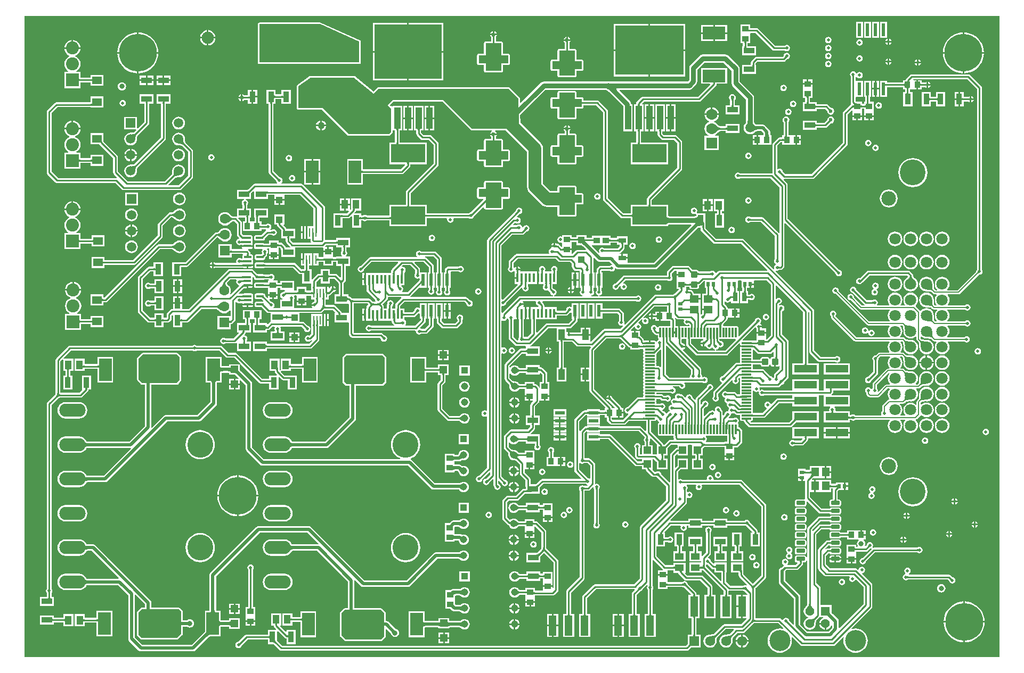
<source format=gbr>
%TF.GenerationSoftware,Altium Limited,Altium Designer,22.2.1 (43)*%
G04 Layer_Physical_Order=1*
G04 Layer_Color=255*
%FSLAX44Y44*%
%MOMM*%
%TF.SameCoordinates,040CE2E0-B857-4D47-B26F-9B72162B56B4*%
%TF.FilePolarity,Positive*%
%TF.FileFunction,Copper,L1,Top,Signal*%
%TF.Part,Single*%
G01*
G75*
%TA.AperFunction,SMDPad,CuDef*%
%ADD10R,0.3556X1.4732*%
G04:AMPARAMS|DCode=11|XSize=0.28mm|YSize=1.56mm|CornerRadius=0.035mm|HoleSize=0mm|Usage=FLASHONLY|Rotation=270.000|XOffset=0mm|YOffset=0mm|HoleType=Round|Shape=RoundedRectangle|*
%AMROUNDEDRECTD11*
21,1,0.2800,1.4900,0,0,270.0*
21,1,0.2100,1.5600,0,0,270.0*
1,1,0.0700,-0.7450,-0.1050*
1,1,0.0700,-0.7450,0.1050*
1,1,0.0700,0.7450,0.1050*
1,1,0.0700,0.7450,-0.1050*
%
%ADD11ROUNDEDRECTD11*%
G04:AMPARAMS|DCode=12|XSize=1.56mm|YSize=0.28mm|CornerRadius=0.035mm|HoleSize=0mm|Usage=FLASHONLY|Rotation=270.000|XOffset=0mm|YOffset=0mm|HoleType=Round|Shape=RoundedRectangle|*
%AMROUNDEDRECTD12*
21,1,1.5600,0.2100,0,0,270.0*
21,1,1.4900,0.2800,0,0,270.0*
1,1,0.0700,-0.1050,-0.7450*
1,1,0.0700,-0.1050,0.7450*
1,1,0.0700,0.1050,0.7450*
1,1,0.0700,0.1050,-0.7450*
%
%ADD12ROUNDEDRECTD12*%
%TA.AperFunction,ConnectorPad*%
%ADD13R,1.2700X3.1750*%
%TA.AperFunction,SMDPad,CuDef*%
%ADD14R,1.1000X1.4500*%
%ADD15R,1.2000X0.8000*%
%ADD16R,0.9800X0.9200*%
%ADD17R,1.0900X1.0800*%
%ADD18R,1.0000X0.9700*%
%ADD19R,1.2700X3.1800*%
%ADD20R,1.0000X1.7000*%
%ADD21R,0.5588X1.9812*%
%ADD22R,0.9200X0.9800*%
%ADD23R,1.1500X1.1500*%
%ADD24R,1.7300X0.9700*%
%ADD25R,0.2800X1.4700*%
%ADD26R,0.9700X1.7300*%
G04:AMPARAMS|DCode=27|XSize=1.19mm|YSize=0.4mm|CornerRadius=0.05mm|HoleSize=0mm|Usage=FLASHONLY|Rotation=0.000|XOffset=0mm|YOffset=0mm|HoleType=Round|Shape=RoundedRectangle|*
%AMROUNDEDRECTD27*
21,1,1.1900,0.3000,0,0,0.0*
21,1,1.0900,0.4000,0,0,0.0*
1,1,0.1000,0.5450,-0.1500*
1,1,0.1000,-0.5450,-0.1500*
1,1,0.1000,-0.5450,0.1500*
1,1,0.1000,0.5450,0.1500*
%
%ADD27ROUNDEDRECTD27*%
%ADD28R,0.5700X2.0200*%
%ADD29R,5.4000X2.9000*%
%ADD30R,2.0000X3.6000*%
%ADD31R,2.0000X2.0000*%
%ADD32R,3.6000X2.0000*%
%ADD33R,0.6400X0.6000*%
%ADD34R,0.6000X0.6400*%
G04:AMPARAMS|DCode=35|XSize=0.94mm|YSize=1.02mm|CornerRadius=0.094mm|HoleSize=0mm|Usage=FLASHONLY|Rotation=270.000|XOffset=0mm|YOffset=0mm|HoleType=Round|Shape=RoundedRectangle|*
%AMROUNDEDRECTD35*
21,1,0.9400,0.8320,0,0,270.0*
21,1,0.7520,1.0200,0,0,270.0*
1,1,0.1880,-0.4160,-0.3760*
1,1,0.1880,-0.4160,0.3760*
1,1,0.1880,0.4160,0.3760*
1,1,0.1880,0.4160,-0.3760*
%
%ADD35ROUNDEDRECTD35*%
%ADD36R,0.7500X1.4000*%
G04:AMPARAMS|DCode=37|XSize=0.94mm|YSize=1.02mm|CornerRadius=0.094mm|HoleSize=0mm|Usage=FLASHONLY|Rotation=180.000|XOffset=0mm|YOffset=0mm|HoleType=Round|Shape=RoundedRectangle|*
%AMROUNDEDRECTD37*
21,1,0.9400,0.8320,0,0,180.0*
21,1,0.7520,1.0200,0,0,180.0*
1,1,0.1880,-0.3760,0.4160*
1,1,0.1880,0.3760,0.4160*
1,1,0.1880,0.3760,-0.4160*
1,1,0.1880,-0.3760,-0.4160*
%
%ADD37ROUNDEDRECTD37*%
%ADD38R,3.6800X1.2700*%
%ADD39R,1.2000X1.4000*%
G04:AMPARAMS|DCode=40|XSize=1.31mm|YSize=0.62mm|CornerRadius=0.0775mm|HoleSize=0mm|Usage=FLASHONLY|Rotation=180.000|XOffset=0mm|YOffset=0mm|HoleType=Round|Shape=RoundedRectangle|*
%AMROUNDEDRECTD40*
21,1,1.3100,0.4650,0,0,180.0*
21,1,1.1550,0.6200,0,0,180.0*
1,1,0.1550,-0.5775,0.2325*
1,1,0.1550,0.5775,0.2325*
1,1,0.1550,0.5775,-0.2325*
1,1,0.1550,-0.5775,-0.2325*
%
%ADD40ROUNDEDRECTD40*%
%ADD41R,1.5600X0.6200*%
%ADD42R,0.9900X3.7900*%
%ADD43R,10.8400X7.8800*%
%ADD44R,1.0000X3.4000*%
%ADD45R,10.7000X8.6000*%
%ADD46R,1.5000X1.2500*%
%ADD47R,1.1500X1.1500*%
%ADD48R,1.4500X1.1000*%
%ADD49R,1.4000X1.2000*%
%TA.AperFunction,Conductor*%
%ADD50C,2.0000*%
%ADD51C,0.2540*%
%ADD52C,0.7620*%
%ADD53C,0.5080*%
%ADD54C,0.1270*%
%ADD55C,1.0160*%
%TA.AperFunction,ComponentPad*%
%ADD56C,4.0894*%
%ADD57C,2.3114*%
%ADD58C,1.8034*%
%ADD59C,1.5600*%
%ADD60R,1.5600X1.5600*%
%ADD61C,1.9500*%
%ADD62R,1.9500X1.9500*%
%ADD63C,1.1400*%
%ADD64R,1.1400X1.1400*%
%ADD65C,4.1148*%
%ADD66O,4.1910X2.0955*%
%ADD67C,1.7700*%
%ADD68R,1.7700X1.7700*%
%ADD69C,1.6050*%
%ADD70R,1.6050X1.6050*%
%ADD71C,1.4986*%
%ADD72R,1.4986X1.4986*%
%ADD73R,1.1000X1.1000*%
%ADD74C,1.1000*%
%ADD75C,2.0550*%
%ADD76R,2.0550X2.0550*%
%ADD77R,1.4280X1.4280*%
%ADD78C,1.4280*%
%ADD79C,3.3460*%
%TA.AperFunction,ViaPad*%
%ADD80C,0.5000*%
%ADD81C,0.8000*%
%ADD82C,6.0000*%
%ADD83C,0.6000*%
%ADD84C,1.5000*%
G36*
X1792570Y250190D02*
X242570D01*
Y1270190D01*
X1792570D01*
Y250190D01*
D02*
G37*
%LPC*%
G36*
X1359120Y1255580D02*
X1339850D01*
Y1244310D01*
X1359120D01*
Y1255580D01*
D02*
G37*
G36*
X1337310D02*
X1318040D01*
Y1244310D01*
X1337310D01*
Y1255580D01*
D02*
G37*
G36*
X989330Y1246186D02*
Y1242060D01*
X993456D01*
X993279Y1242952D01*
X992054Y1244784D01*
X990222Y1246009D01*
X989330Y1246186D01*
D02*
G37*
G36*
X986790D02*
X985898Y1246009D01*
X984066Y1244784D01*
X982841Y1242952D01*
X982664Y1242060D01*
X986790D01*
Y1246186D01*
D02*
G37*
G36*
X535280Y1247939D02*
Y1236980D01*
X546239D01*
X545984Y1238918D01*
X544745Y1241908D01*
X542775Y1244475D01*
X540208Y1246445D01*
X537218Y1247684D01*
X535280Y1247939D01*
D02*
G37*
G36*
X532740D02*
X530802Y1247684D01*
X527812Y1246445D01*
X525245Y1244475D01*
X523275Y1241908D01*
X522036Y1238918D01*
X521781Y1236980D01*
X532740D01*
Y1247939D01*
D02*
G37*
G36*
X1613210Y1260860D02*
X1602430D01*
Y1235580D01*
X1613210D01*
Y1260860D01*
D02*
G37*
G36*
X1600510D02*
X1589730D01*
Y1235580D01*
X1600510D01*
Y1260860D01*
D02*
G37*
G36*
X1587810D02*
X1577030D01*
Y1235580D01*
X1587810D01*
Y1260860D01*
D02*
G37*
G36*
X1575110D02*
X1564330D01*
Y1235580D01*
X1575110D01*
Y1260860D01*
D02*
G37*
G36*
X1106170Y1237296D02*
Y1233170D01*
X1110296D01*
X1110119Y1234062D01*
X1108894Y1235894D01*
X1107062Y1237119D01*
X1106170Y1237296D01*
D02*
G37*
G36*
X1103630D02*
X1102738Y1237119D01*
X1100906Y1235894D01*
X1099681Y1234062D01*
X1099504Y1233170D01*
X1103630D01*
Y1237296D01*
D02*
G37*
G36*
X1616710Y1234246D02*
Y1230630D01*
X1620326D01*
X1620188Y1231327D01*
X1619074Y1232994D01*
X1617406Y1234108D01*
X1616710Y1234246D01*
D02*
G37*
G36*
X1614170D02*
X1613474Y1234108D01*
X1611806Y1232994D01*
X1610692Y1231327D01*
X1610554Y1230630D01*
X1614170D01*
Y1234246D01*
D02*
G37*
G36*
X1359120Y1241770D02*
X1339850D01*
Y1230500D01*
X1359120D01*
Y1241770D01*
D02*
G37*
G36*
X1337310D02*
X1318040D01*
Y1230500D01*
X1337310D01*
Y1241770D01*
D02*
G37*
G36*
X1520190Y1237039D02*
X1518224Y1236648D01*
X1516556Y1235534D01*
X1515442Y1233867D01*
X1515051Y1231900D01*
X1515442Y1229933D01*
X1516556Y1228266D01*
X1518224Y1227152D01*
X1520190Y1226761D01*
X1522157Y1227152D01*
X1523824Y1228266D01*
X1524938Y1229933D01*
X1525329Y1231900D01*
X1524938Y1233867D01*
X1523824Y1235534D01*
X1522157Y1236648D01*
X1520190Y1237039D01*
D02*
G37*
G36*
X1620326Y1228090D02*
X1616710D01*
Y1224474D01*
X1617406Y1224612D01*
X1619074Y1225726D01*
X1620188Y1227393D01*
X1620326Y1228090D01*
D02*
G37*
G36*
X1614170D02*
X1610554D01*
X1610692Y1227393D01*
X1611806Y1225726D01*
X1613474Y1224612D01*
X1614170Y1224474D01*
Y1228090D01*
D02*
G37*
G36*
X546239Y1234440D02*
X535280D01*
Y1223481D01*
X537218Y1223736D01*
X540208Y1224975D01*
X542775Y1226945D01*
X544745Y1229512D01*
X545984Y1232502D01*
X546239Y1234440D01*
D02*
G37*
G36*
X532740D02*
X521781D01*
X522036Y1232502D01*
X523275Y1229512D01*
X525245Y1226945D01*
X527812Y1224975D01*
X530802Y1223736D01*
X532740Y1223481D01*
Y1234440D01*
D02*
G37*
G36*
X1569720Y1233229D02*
X1567753Y1232838D01*
X1566086Y1231724D01*
X1564972Y1230057D01*
X1564581Y1228090D01*
X1564972Y1226124D01*
X1566086Y1224456D01*
X1567753Y1223342D01*
X1569720Y1222951D01*
X1571687Y1223342D01*
X1573354Y1224456D01*
X1574468Y1226124D01*
X1574859Y1228090D01*
X1574468Y1230057D01*
X1573354Y1231724D01*
X1571687Y1232838D01*
X1569720Y1233229D01*
D02*
G37*
G36*
X320040Y1231858D02*
Y1220370D01*
X331528D01*
X331255Y1222445D01*
X329964Y1225563D01*
X327910Y1228240D01*
X325233Y1230294D01*
X322115Y1231585D01*
X320040Y1231858D01*
D02*
G37*
G36*
X317500D02*
X315425Y1231585D01*
X312307Y1230294D01*
X309630Y1228240D01*
X307576Y1225563D01*
X306285Y1222445D01*
X306012Y1220370D01*
X317500D01*
Y1231858D01*
D02*
G37*
G36*
X1292450Y1257650D02*
X1236980D01*
Y1216980D01*
X1292450D01*
Y1257650D01*
D02*
G37*
G36*
X1234440D02*
X1178970D01*
Y1216980D01*
X1234440D01*
Y1257650D01*
D02*
G37*
G36*
X908210Y1258980D02*
X853440D01*
Y1214710D01*
X908210D01*
Y1258980D01*
D02*
G37*
G36*
X850900D02*
X796130D01*
Y1214710D01*
X850900D01*
Y1258980D01*
D02*
G37*
G36*
X1520190Y1224339D02*
X1518224Y1223948D01*
X1516556Y1222834D01*
X1515442Y1221167D01*
X1515051Y1219200D01*
X1515442Y1217234D01*
X1516556Y1215566D01*
X1518224Y1214452D01*
X1520190Y1214061D01*
X1522157Y1214452D01*
X1523824Y1215566D01*
X1524938Y1217234D01*
X1525329Y1219200D01*
X1524938Y1221167D01*
X1523824Y1222834D01*
X1522157Y1223948D01*
X1520190Y1224339D01*
D02*
G37*
G36*
X1395550Y1256950D02*
X1380670D01*
Y1242720D01*
X1380670Y1242670D01*
Y1241450D01*
X1380670Y1241400D01*
Y1227170D01*
X1384225D01*
Y1222340D01*
X1383270D01*
Y1219880D01*
X1383251Y1219786D01*
X1383270Y1219686D01*
Y1207560D01*
X1405650D01*
Y1222340D01*
X1391995D01*
Y1227170D01*
X1395550D01*
Y1241400D01*
X1395550Y1241450D01*
Y1242670D01*
X1396598Y1243255D01*
X1404281D01*
X1431083Y1216453D01*
X1432343Y1215611D01*
X1433830Y1215315D01*
X1450892D01*
X1452184Y1214452D01*
X1454150Y1214061D01*
X1456116Y1214452D01*
X1457784Y1215566D01*
X1458898Y1217234D01*
X1459289Y1219200D01*
X1458898Y1221167D01*
X1457784Y1222834D01*
X1456116Y1223948D01*
X1454150Y1224339D01*
X1452184Y1223948D01*
X1450892Y1223085D01*
X1435439D01*
X1408637Y1249887D01*
X1407377Y1250729D01*
X1405890Y1251025D01*
X1395550D01*
Y1256950D01*
D02*
G37*
G36*
X1736090Y1244121D02*
Y1212850D01*
X1767361D01*
X1767059Y1216686D01*
X1765863Y1221666D01*
X1763903Y1226398D01*
X1761227Y1230766D01*
X1757900Y1234660D01*
X1754006Y1237987D01*
X1749639Y1240663D01*
X1744906Y1242623D01*
X1739926Y1243819D01*
X1736090Y1244121D01*
D02*
G37*
G36*
X1733550D02*
X1729714Y1243819D01*
X1724733Y1242623D01*
X1720002Y1240663D01*
X1715634Y1237987D01*
X1711740Y1234660D01*
X1708413Y1230766D01*
X1705737Y1226398D01*
X1703777Y1221666D01*
X1702581Y1216686D01*
X1702279Y1212850D01*
X1733550D01*
Y1244121D01*
D02*
G37*
G36*
X424180D02*
Y1212850D01*
X455451D01*
X455149Y1216686D01*
X453953Y1221666D01*
X451993Y1226398D01*
X449317Y1230766D01*
X445990Y1234660D01*
X442096Y1237987D01*
X437729Y1240663D01*
X432996Y1242623D01*
X428016Y1243819D01*
X424180Y1244121D01*
D02*
G37*
G36*
X421640D02*
X417804Y1243819D01*
X412823Y1242623D01*
X408092Y1240663D01*
X403724Y1237987D01*
X399830Y1234660D01*
X396503Y1230766D01*
X393827Y1226398D01*
X391867Y1221666D01*
X390671Y1216686D01*
X390369Y1212850D01*
X421640D01*
Y1244121D01*
D02*
G37*
G36*
X1520190Y1211639D02*
X1518224Y1211248D01*
X1516556Y1210134D01*
X1515442Y1208466D01*
X1515051Y1206500D01*
X1515442Y1204533D01*
X1516556Y1202866D01*
X1518224Y1201752D01*
X1520190Y1201361D01*
X1522157Y1201752D01*
X1523824Y1202866D01*
X1524938Y1204533D01*
X1525329Y1206500D01*
X1524938Y1208466D01*
X1523824Y1210134D01*
X1522157Y1211248D01*
X1520190Y1211639D01*
D02*
G37*
G36*
X1616710Y1202496D02*
Y1198880D01*
X1620326D01*
X1620188Y1199576D01*
X1619074Y1201244D01*
X1617406Y1202358D01*
X1616710Y1202496D01*
D02*
G37*
G36*
X1614170D02*
X1613474Y1202358D01*
X1611806Y1201244D01*
X1610692Y1199576D01*
X1610554Y1198880D01*
X1614170D01*
Y1202496D01*
D02*
G37*
G36*
X1663700Y1201226D02*
Y1197610D01*
X1667316D01*
X1667178Y1198307D01*
X1666064Y1199974D01*
X1664397Y1201088D01*
X1663700Y1201226D01*
D02*
G37*
G36*
X1661160D02*
X1660464Y1201088D01*
X1658796Y1199974D01*
X1657682Y1198307D01*
X1657544Y1197610D01*
X1661160D01*
Y1201226D01*
D02*
G37*
G36*
X1569720Y1207829D02*
X1567753Y1207438D01*
X1566086Y1206324D01*
X1564972Y1204657D01*
X1564581Y1202690D01*
X1564972Y1200723D01*
X1566086Y1199056D01*
X1567753Y1197942D01*
X1569720Y1197551D01*
X1571687Y1197942D01*
X1573354Y1199056D01*
X1574468Y1200723D01*
X1574859Y1202690D01*
X1574468Y1204657D01*
X1573354Y1206324D01*
X1571687Y1207438D01*
X1569720Y1207829D01*
D02*
G37*
G36*
X712470Y1259890D02*
X615950D01*
X614959Y1259693D01*
X614119Y1259131D01*
X613557Y1258291D01*
X613360Y1257300D01*
Y1196340D01*
X613557Y1195349D01*
X614119Y1194509D01*
X614959Y1193947D01*
X615950Y1193750D01*
X774700D01*
X775691Y1193947D01*
X776531Y1194509D01*
X777093Y1195349D01*
X777290Y1196340D01*
Y1229360D01*
X777198Y1229819D01*
X777121Y1230281D01*
X777100Y1230313D01*
X777093Y1230351D01*
X776833Y1230740D01*
X776584Y1231137D01*
X776553Y1231159D01*
X776531Y1231191D01*
X776142Y1231451D01*
X775761Y1231723D01*
X713531Y1259663D01*
X713493Y1259671D01*
X713461Y1259693D01*
X713002Y1259784D01*
X712546Y1259889D01*
X712508Y1259882D01*
X712470Y1259890D01*
D02*
G37*
G36*
X1620326Y1196340D02*
X1616710D01*
Y1192724D01*
X1617406Y1192862D01*
X1619074Y1193976D01*
X1620188Y1195643D01*
X1620326Y1196340D01*
D02*
G37*
G36*
X1614170D02*
X1610554D01*
X1610692Y1195643D01*
X1611806Y1193976D01*
X1613474Y1192862D01*
X1614170Y1192724D01*
Y1196340D01*
D02*
G37*
G36*
X1667316Y1195070D02*
X1663700D01*
Y1191454D01*
X1664397Y1191592D01*
X1666064Y1192706D01*
X1667178Y1194373D01*
X1667316Y1195070D01*
D02*
G37*
G36*
X1661160D02*
X1657544D01*
X1657682Y1194373D01*
X1658796Y1192706D01*
X1660464Y1191592D01*
X1661160Y1191454D01*
Y1195070D01*
D02*
G37*
G36*
X1520190Y1198939D02*
X1518224Y1198548D01*
X1516556Y1197434D01*
X1515442Y1195767D01*
X1515051Y1193800D01*
X1515442Y1191833D01*
X1516556Y1190166D01*
X1518224Y1189052D01*
X1520190Y1188661D01*
X1522157Y1189052D01*
X1523824Y1190166D01*
X1524938Y1191833D01*
X1525329Y1193800D01*
X1524938Y1195767D01*
X1523824Y1197434D01*
X1522157Y1198548D01*
X1520190Y1198939D01*
D02*
G37*
G36*
X993456Y1239520D02*
X982664D01*
X982841Y1238628D01*
X984066Y1236796D01*
X984152Y1236738D01*
X984168Y1236665D01*
X984175Y1236618D01*
Y1229510D01*
X975560D01*
X974569Y1229313D01*
X973729Y1228751D01*
X973167Y1227911D01*
X972970Y1226920D01*
Y1210510D01*
X964560D01*
X963569Y1210313D01*
X962729Y1209751D01*
X962167Y1208911D01*
X961970Y1207920D01*
Y1194920D01*
X962167Y1193929D01*
X962729Y1193089D01*
X963569Y1192527D01*
X964560Y1192330D01*
X972970D01*
Y1182920D01*
X973167Y1181929D01*
X973729Y1181089D01*
X974569Y1180527D01*
X975560Y1180330D01*
X1000560D01*
X1001551Y1180527D01*
X1002391Y1181089D01*
X1002953Y1181929D01*
X1003150Y1182920D01*
Y1192330D01*
X1011560D01*
X1012551Y1192527D01*
X1013391Y1193089D01*
X1013953Y1193929D01*
X1014150Y1194920D01*
Y1207920D01*
X1013953Y1208911D01*
X1013391Y1209751D01*
X1012551Y1210313D01*
X1011560Y1210510D01*
X1003150D01*
Y1226920D01*
X1002953Y1227911D01*
X1002391Y1228751D01*
X1001551Y1229313D01*
X1000560Y1229510D01*
X991945D01*
Y1236618D01*
X991952Y1236666D01*
X991968Y1236738D01*
X992054Y1236796D01*
X993279Y1238628D01*
X993456Y1239520D01*
D02*
G37*
G36*
X1767361Y1210310D02*
X1736090D01*
Y1179039D01*
X1739926Y1179341D01*
X1744906Y1180537D01*
X1749639Y1182497D01*
X1754006Y1185173D01*
X1757900Y1188500D01*
X1761227Y1192394D01*
X1763903Y1196761D01*
X1765863Y1201494D01*
X1767059Y1206474D01*
X1767361Y1210310D01*
D02*
G37*
G36*
X1733550D02*
X1702279D01*
X1702581Y1206474D01*
X1703777Y1201494D01*
X1705737Y1196761D01*
X1708413Y1192394D01*
X1711740Y1188500D01*
X1715634Y1185173D01*
X1720002Y1182497D01*
X1724733Y1180537D01*
X1729714Y1179341D01*
X1733550Y1179039D01*
Y1210310D01*
D02*
G37*
G36*
X455451D02*
X424180D01*
Y1179039D01*
X428016Y1179341D01*
X432996Y1180537D01*
X437729Y1182497D01*
X442096Y1185173D01*
X445990Y1188500D01*
X449317Y1192394D01*
X451993Y1196761D01*
X453953Y1201494D01*
X455149Y1206474D01*
X455451Y1210310D01*
D02*
G37*
G36*
X421640D02*
X390369D01*
X390671Y1206474D01*
X391867Y1201494D01*
X393827Y1196761D01*
X396503Y1192394D01*
X399830Y1188500D01*
X403724Y1185173D01*
X408092Y1182497D01*
X412823Y1180537D01*
X417804Y1179341D01*
X421640Y1179039D01*
Y1210310D01*
D02*
G37*
G36*
X1454150Y1211639D02*
X1452184Y1211248D01*
X1450516Y1210134D01*
X1449402Y1208466D01*
X1449099Y1206943D01*
X1447461Y1205305D01*
X1405890D01*
X1404403Y1205009D01*
X1403143Y1204167D01*
X1398063Y1199087D01*
X1397221Y1197827D01*
X1396925Y1196340D01*
Y1192740D01*
X1383270D01*
Y1177960D01*
X1405650D01*
Y1190086D01*
X1405669Y1190186D01*
X1405650Y1190279D01*
Y1192740D01*
X1404695D01*
Y1194731D01*
X1407499Y1197535D01*
X1449070D01*
X1450557Y1197831D01*
X1451817Y1198673D01*
X1454593Y1201449D01*
X1456116Y1201752D01*
X1457784Y1202866D01*
X1458898Y1204533D01*
X1459289Y1206500D01*
X1458898Y1208466D01*
X1457784Y1210134D01*
X1456116Y1211248D01*
X1454150Y1211639D01*
D02*
G37*
G36*
X1292450Y1214440D02*
X1236980D01*
Y1173770D01*
X1292450D01*
Y1214440D01*
D02*
G37*
G36*
X1234440D02*
X1178970D01*
Y1173770D01*
X1234440D01*
Y1214440D01*
D02*
G37*
G36*
X1110296Y1230630D02*
X1099504D01*
X1099681Y1229738D01*
X1100906Y1227906D01*
X1100992Y1227848D01*
X1101008Y1227775D01*
X1101015Y1227728D01*
Y1218140D01*
X1092400D01*
X1091409Y1217943D01*
X1090569Y1217381D01*
X1090007Y1216541D01*
X1089810Y1215550D01*
Y1201140D01*
X1081400D01*
X1080409Y1200943D01*
X1079569Y1200381D01*
X1079007Y1199541D01*
X1078810Y1198550D01*
Y1185550D01*
X1079007Y1184559D01*
X1079569Y1183719D01*
X1080409Y1183157D01*
X1081400Y1182960D01*
X1089810D01*
Y1175550D01*
X1090007Y1174559D01*
X1090569Y1173719D01*
X1091409Y1173157D01*
X1092400Y1172960D01*
X1117400D01*
X1118391Y1173157D01*
X1119231Y1173719D01*
X1119793Y1174559D01*
X1119990Y1175550D01*
Y1182960D01*
X1128400D01*
X1129391Y1183157D01*
X1130231Y1183719D01*
X1130793Y1184559D01*
X1130990Y1185550D01*
Y1198550D01*
X1130793Y1199541D01*
X1130231Y1200381D01*
X1129391Y1200943D01*
X1128400Y1201140D01*
X1119990D01*
Y1215550D01*
X1119793Y1216541D01*
X1119231Y1217381D01*
X1118391Y1217943D01*
X1117400Y1218140D01*
X1108785D01*
Y1227728D01*
X1108792Y1227776D01*
X1108808Y1227848D01*
X1108894Y1227906D01*
X1110119Y1229738D01*
X1110296Y1230630D01*
D02*
G37*
G36*
X474740Y1175350D02*
X464820D01*
Y1169230D01*
X474740D01*
Y1175350D01*
D02*
G37*
G36*
X448070D02*
X438150D01*
Y1169230D01*
X448070D01*
Y1175350D01*
D02*
G37*
G36*
X462280D02*
X452360D01*
Y1169230D01*
X462280D01*
Y1175350D01*
D02*
G37*
G36*
X435610D02*
X425690D01*
Y1169230D01*
X435610D01*
Y1175350D01*
D02*
G37*
G36*
X908210Y1212170D02*
X853440D01*
Y1167900D01*
X908210D01*
Y1212170D01*
D02*
G37*
G36*
X850900D02*
X796130D01*
Y1167900D01*
X850900D01*
Y1212170D01*
D02*
G37*
G36*
X1494610Y1169320D02*
X1488440D01*
Y1163450D01*
X1494610D01*
Y1169320D01*
D02*
G37*
G36*
X1485900D02*
X1479730D01*
Y1163450D01*
X1485900D01*
Y1169320D01*
D02*
G37*
G36*
X1678940Y1165666D02*
Y1162050D01*
X1682556D01*
X1682418Y1162747D01*
X1681304Y1164414D01*
X1679637Y1165528D01*
X1678940Y1165666D01*
D02*
G37*
G36*
X474740Y1166690D02*
X464820D01*
Y1160570D01*
X474740D01*
Y1166690D01*
D02*
G37*
G36*
X462280D02*
X452360D01*
Y1160570D01*
X462280D01*
Y1166690D01*
D02*
G37*
G36*
X448070D02*
X438150D01*
Y1160570D01*
X448070D01*
Y1166690D01*
D02*
G37*
G36*
X435610D02*
X425690D01*
Y1160570D01*
X435610D01*
Y1166690D01*
D02*
G37*
G36*
X331528Y1217830D02*
X318770D01*
X306012D01*
X306285Y1215754D01*
X307576Y1212637D01*
X309630Y1209960D01*
X312307Y1207906D01*
X314224Y1207112D01*
Y1205738D01*
X312307Y1204944D01*
X309630Y1202889D01*
X307576Y1200212D01*
X306285Y1197095D01*
X305844Y1193750D01*
X306285Y1190404D01*
X307576Y1187287D01*
X309630Y1184610D01*
X312307Y1182556D01*
X312478Y1182485D01*
X312226Y1181215D01*
X305955D01*
Y1155585D01*
X331585D01*
Y1164515D01*
X348100D01*
Y1159080D01*
X368180D01*
Y1176660D01*
X348100D01*
Y1172285D01*
X331585D01*
Y1181215D01*
X325314D01*
X325062Y1182485D01*
X325233Y1182556D01*
X327910Y1184610D01*
X329964Y1187287D01*
X331255Y1190404D01*
X331696Y1193750D01*
X331255Y1197095D01*
X329964Y1200212D01*
X327910Y1202889D01*
X325233Y1204944D01*
X323316Y1205738D01*
Y1207112D01*
X325233Y1207906D01*
X327910Y1209960D01*
X329964Y1212637D01*
X331255Y1215754D01*
X331528Y1217830D01*
D02*
G37*
G36*
X1682556Y1159510D02*
X1678940D01*
Y1155894D01*
X1679637Y1156032D01*
X1681304Y1157146D01*
X1682418Y1158813D01*
X1682556Y1159510D01*
D02*
G37*
G36*
X1662690Y1168220D02*
Y1160780D01*
Y1153340D01*
X1668560D01*
Y1156895D01*
X1674412D01*
X1675703Y1156032D01*
X1676400Y1155894D01*
Y1160780D01*
Y1165666D01*
X1675703Y1165528D01*
X1674412Y1164665D01*
X1668560D01*
Y1168220D01*
X1662690D01*
D02*
G37*
G36*
X1600510Y1167260D02*
X1596390D01*
Y1155890D01*
X1600510D01*
Y1167260D01*
D02*
G37*
G36*
X1593850D02*
X1589730D01*
Y1155890D01*
X1593850D01*
Y1167260D01*
D02*
G37*
G36*
X397510Y1164836D02*
X395803Y1164612D01*
X394212Y1163953D01*
X392846Y1162904D01*
X391797Y1161538D01*
X391138Y1159947D01*
X390914Y1158240D01*
X391138Y1156533D01*
X391797Y1154942D01*
X392846Y1153576D01*
X394212Y1152527D01*
X395803Y1151868D01*
X397510Y1151644D01*
X399217Y1151868D01*
X400808Y1152527D01*
X402174Y1153576D01*
X403223Y1154942D01*
X403882Y1156533D01*
X404106Y1158240D01*
X403882Y1159947D01*
X403223Y1161538D01*
X402174Y1162904D01*
X400808Y1163953D01*
X399217Y1164612D01*
X397510Y1164836D01*
D02*
G37*
G36*
X1449070Y1160839D02*
X1447103Y1160448D01*
X1445436Y1159334D01*
X1444322Y1157666D01*
X1443931Y1155700D01*
X1444322Y1153734D01*
X1445436Y1152066D01*
X1447103Y1150952D01*
X1449070Y1150561D01*
X1451037Y1150952D01*
X1452704Y1152066D01*
X1453818Y1153734D01*
X1454209Y1155700D01*
X1453818Y1157666D01*
X1452704Y1159334D01*
X1451037Y1160448D01*
X1449070Y1160839D01*
D02*
G37*
G36*
X665690Y1152920D02*
X650910D01*
Y1145615D01*
X641950D01*
Y1152920D01*
X627170D01*
Y1130540D01*
X630675D01*
Y1021520D01*
X630971Y1020033D01*
X631813Y1018773D01*
X642649Y1007937D01*
X642952Y1006413D01*
X644066Y1004746D01*
X644219Y1004645D01*
X643833Y1003375D01*
X608760D01*
X607273Y1003079D01*
X606013Y1002237D01*
X598147Y994371D01*
X597742Y993994D01*
X597435Y993749D01*
X597422Y993740D01*
X596944D01*
X596847Y993759D01*
X596750Y993740D01*
X580630D01*
Y978960D01*
X591614D01*
X591739Y977690D01*
X591124Y977568D01*
X589456Y976454D01*
X588342Y974787D01*
X587951Y972820D01*
X588342Y970854D01*
X589205Y969562D01*
Y964140D01*
X580630D01*
Y951672D01*
X579360Y950993D01*
X579337Y951009D01*
X577850Y951305D01*
X573880D01*
X573625Y951361D01*
X573268Y951485D01*
X572829Y951689D01*
X572316Y951981D01*
X571740Y952366D01*
X571130Y952828D01*
X569674Y954108D01*
X569063Y954710D01*
X568875Y954955D01*
X566668Y956648D01*
X564098Y957713D01*
X561340Y958076D01*
X558582Y957713D01*
X556012Y956648D01*
X553805Y954955D01*
X552112Y952748D01*
X551047Y950178D01*
X550684Y947420D01*
X551047Y944662D01*
X552112Y942092D01*
X553805Y939885D01*
X556012Y938192D01*
X558582Y937127D01*
X561340Y936764D01*
X564098Y937127D01*
X566668Y938192D01*
X568875Y939885D01*
X569063Y940129D01*
X569674Y940732D01*
X571130Y942012D01*
X571740Y942474D01*
X572316Y942859D01*
X572829Y943151D01*
X573268Y943355D01*
X573625Y943479D01*
X573880Y943535D01*
X576241D01*
X580315Y939461D01*
Y922020D01*
X580611Y920533D01*
X581453Y919273D01*
X583685Y917041D01*
X583267Y915663D01*
X582383Y915487D01*
X580716Y914373D01*
X579602Y912706D01*
X579211Y910740D01*
X579602Y908773D01*
X580716Y907106D01*
X582383Y905992D01*
X584350Y905601D01*
X586316Y905992D01*
X587227Y906601D01*
X588383Y905903D01*
X588350Y905740D01*
Y905510D01*
X605450D01*
Y905740D01*
X605214Y906926D01*
X604837Y907490D01*
X605214Y908054D01*
X605450Y909240D01*
Y912240D01*
X605214Y913426D01*
X604837Y913990D01*
X605214Y914554D01*
X605450Y915740D01*
Y918740D01*
X605214Y919926D01*
X604542Y920932D01*
X603536Y921604D01*
X602350Y921840D01*
X591450D01*
X590264Y921604D01*
X590172Y921542D01*
X588085Y923629D01*
Y941070D01*
X587789Y942557D01*
X586947Y943817D01*
X582577Y948187D01*
X583063Y949360D01*
X592885D01*
Y943430D01*
X589630D01*
Y928550D01*
X603860D01*
X603910Y928550D01*
X605130D01*
X605180Y928550D01*
X619410D01*
Y930835D01*
X625941D01*
X626370Y930305D01*
X626133Y928737D01*
X625893Y928577D01*
X619773Y922457D01*
X619364Y922077D01*
X619086Y921855D01*
X616830D01*
X616754Y921840D01*
X610650D01*
X609464Y921604D01*
X608458Y920932D01*
X607786Y919926D01*
X607550Y918740D01*
Y915740D01*
X607786Y914554D01*
X608458Y913549D01*
X609464Y912877D01*
X610650Y912641D01*
X621550D01*
X622736Y912877D01*
X623742Y913549D01*
X624413Y914554D01*
X624456Y914768D01*
X624462Y914778D01*
X624528Y915128D01*
X624544Y915209D01*
X624644Y915605D01*
X624655Y915815D01*
X624669Y915902D01*
X624697Y916009D01*
X624743Y916139D01*
X624815Y916294D01*
X624917Y916475D01*
X625052Y916680D01*
X625224Y916907D01*
X625307Y917003D01*
X630249Y921945D01*
X635552D01*
X636843Y921082D01*
X638810Y920691D01*
X640777Y921082D01*
X642444Y922196D01*
X643558Y923864D01*
X643949Y925830D01*
X643558Y927796D01*
X642444Y929464D01*
X640777Y930578D01*
X638810Y930969D01*
X636843Y930578D01*
X635552Y929715D01*
X633787D01*
X633401Y930985D01*
X633554Y931086D01*
X634668Y932754D01*
X635059Y934720D01*
X634668Y936686D01*
X633554Y938354D01*
X631886Y939468D01*
X629920Y939859D01*
X627953Y939468D01*
X626662Y938605D01*
X619410D01*
Y943430D01*
X616155D01*
Y949360D01*
X629680D01*
Y964140D01*
X607300D01*
Y952239D01*
X607299Y952235D01*
X607300Y952218D01*
Y952014D01*
X607281Y951914D01*
X607300Y951821D01*
Y949360D01*
X608385D01*
Y943430D01*
X605180D01*
X605130Y943430D01*
X603910D01*
X603860Y943430D01*
X600655D01*
Y949360D01*
X603010D01*
Y964140D01*
X596975D01*
Y969562D01*
X597838Y970854D01*
X598229Y972820D01*
X597838Y974787D01*
X596724Y976454D01*
X595056Y977568D01*
X594441Y977690D01*
X594566Y978960D01*
X603010D01*
Y987481D01*
X603029Y987578D01*
X603010Y987674D01*
Y988149D01*
X603546Y988783D01*
X606127Y991363D01*
X607300Y990877D01*
Y978960D01*
X629680D01*
Y985445D01*
X639710D01*
Y978920D01*
X647700D01*
X655690D01*
Y985445D01*
X680381D01*
X702075Y963751D01*
Y935630D01*
X692020D01*
Y925740D01*
Y915850D01*
X697076D01*
Y913348D01*
X697223Y912609D01*
X697371Y911862D01*
X697371Y911862D01*
X697371Y911861D01*
X697762Y911277D01*
X698171Y910665D01*
X698054Y910104D01*
X697760Y909395D01*
X669629D01*
X665555Y913469D01*
Y916730D01*
X672860D01*
Y931510D01*
X658554D01*
X658355Y932511D01*
X657513Y933771D01*
X654247Y937037D01*
X654733Y938210D01*
X655690D01*
Y954090D01*
X639710D01*
Y938210D01*
X643815D01*
Y938090D01*
X644111Y936603D01*
X644953Y935343D01*
X650480Y929816D01*
Y929053D01*
X650461Y928960D01*
X650480Y928860D01*
Y916730D01*
X657785D01*
Y911860D01*
X658081Y910373D01*
X658923Y909113D01*
X664856Y903180D01*
X664330Y901910D01*
X658085D01*
X657879Y902947D01*
X657037Y904207D01*
X652857Y908387D01*
X651597Y909229D01*
X650110Y909525D01*
X646250D01*
Y912780D01*
X631370D01*
Y908125D01*
X623884D01*
X623564Y908143D01*
X623458Y908157D01*
X623402Y908216D01*
X623148Y908329D01*
X622736Y908604D01*
X621550Y908840D01*
X610650D01*
X609464Y908604D01*
X608458Y907932D01*
X607786Y906926D01*
X607550Y905740D01*
Y902740D01*
X607786Y901554D01*
X608458Y900548D01*
X609464Y899876D01*
X610650Y899640D01*
X620118D01*
X620797Y898370D01*
X620092Y897317D01*
X619701Y895350D01*
X620092Y893383D01*
X620454Y892843D01*
X620471Y892764D01*
X620484Y892569D01*
Y891979D01*
X620322Y891816D01*
X619924Y891447D01*
X619627Y891209D01*
X611210D01*
X610024Y890974D01*
X609019Y890302D01*
X608347Y889296D01*
X608111Y888110D01*
Y885110D01*
X608347Y883924D01*
X609019Y882918D01*
X610024Y882246D01*
X611210Y882010D01*
X622110D01*
X623296Y882246D01*
X624302Y882918D01*
X624974Y883924D01*
X625016Y884138D01*
X625023Y884147D01*
X625088Y884498D01*
X625104Y884578D01*
X625205Y884975D01*
X625216Y885185D01*
X625229Y885272D01*
X625257Y885379D01*
X625304Y885508D01*
X625376Y885664D01*
X625477Y885845D01*
X625613Y886050D01*
X625785Y886277D01*
X625871Y886378D01*
X627116Y887623D01*
X627640Y888408D01*
X627958Y888883D01*
X627958Y888883D01*
X627958Y888883D01*
X628107Y889630D01*
X628254Y890370D01*
Y891570D01*
X628474Y891716D01*
X629588Y893383D01*
X629979Y895350D01*
X629588Y897317D01*
X628474Y898984D01*
X628321Y899085D01*
X628707Y900355D01*
X631370D01*
Y898550D01*
X631370Y898500D01*
Y897280D01*
X631370Y897230D01*
Y891410D01*
X638810D01*
X646250D01*
Y897230D01*
X646250Y897280D01*
Y898500D01*
X646250Y898550D01*
Y901755D01*
X648501D01*
X650405Y899851D01*
Y898100D01*
X650405Y898100D01*
X650405Y898100D01*
X650480Y897723D01*
Y887130D01*
X672860D01*
Y901625D01*
X716280D01*
X716748Y901719D01*
X717730Y900913D01*
Y896750D01*
X723900D01*
Y902620D01*
X720680D01*
X720154Y903890D01*
X722089Y905826D01*
X738110D01*
Y902320D01*
X746685D01*
Y896068D01*
X745822Y894777D01*
X745431Y892810D01*
X745822Y890844D01*
X746936Y889176D01*
X747545Y888770D01*
X747159Y887500D01*
X740764D01*
X740664Y887519D01*
X740571Y887500D01*
X738110D01*
Y886535D01*
X733658D01*
X732610Y887120D01*
Y888340D01*
X732610Y888390D01*
Y894210D01*
X725170D01*
X717730D01*
Y888390D01*
X717730Y888340D01*
Y887120D01*
X716645Y886625D01*
X709900D01*
Y892630D01*
X702020D01*
Y882740D01*
Y872850D01*
X709900D01*
Y878855D01*
X717730D01*
Y872840D01*
X732610D01*
Y878765D01*
X738110D01*
Y872720D01*
X745415D01*
Y854318D01*
X744242Y853832D01*
X739347Y858727D01*
X738087Y859569D01*
X736600Y859865D01*
X728310D01*
Y867170D01*
X713530D01*
Y859865D01*
X709930D01*
X708443Y859569D01*
X707183Y858727D01*
X699980Y851524D01*
X698970Y851812D01*
X698710Y852001D01*
Y867170D01*
X694845D01*
Y872850D01*
X699901D01*
Y882740D01*
Y892630D01*
X687020D01*
Y882740D01*
X685960D01*
Y881470D01*
X682020D01*
Y872850D01*
X687076D01*
Y867245D01*
X682569D01*
X673457Y876357D01*
X672196Y877199D01*
X670710Y877495D01*
X624444D01*
X624124Y877514D01*
X624019Y877527D01*
X623962Y877586D01*
X623708Y877699D01*
X623296Y877974D01*
X622110Y878210D01*
X611210D01*
X610024Y877974D01*
X609019Y877302D01*
X608347Y876296D01*
X608111Y875110D01*
Y872110D01*
X608347Y870924D01*
X609019Y869918D01*
X610024Y869247D01*
X611210Y869011D01*
X622110D01*
X623296Y869247D01*
X623708Y869521D01*
X623962Y869634D01*
X624009Y869684D01*
X624548Y869725D01*
X669101D01*
X678213Y860613D01*
X679473Y859771D01*
X680960Y859476D01*
X683930D01*
Y844790D01*
X698585D01*
Y839110D01*
X698530D01*
Y836637D01*
X698511Y836540D01*
X698530Y836443D01*
Y833105D01*
X690700D01*
Y839120D01*
X675820D01*
Y833195D01*
X672277D01*
X671590Y834180D01*
X671590Y834465D01*
Y848960D01*
X649210D01*
Y845455D01*
X644980D01*
Y849280D01*
X638231D01*
X637846Y850550D01*
X638634Y851076D01*
X639748Y852744D01*
X640139Y854710D01*
X639748Y856676D01*
X638634Y858344D01*
X636967Y859458D01*
X635000Y859849D01*
X633033Y859458D01*
X631857Y858671D01*
X631835Y858670D01*
X623950D01*
X623608Y858693D01*
X623537Y858703D01*
X623442Y858806D01*
X623169Y858934D01*
X622736Y859223D01*
X621550Y859459D01*
X613135D01*
X612534Y859969D01*
X606156Y866347D01*
X604896Y867189D01*
X603410Y867485D01*
X568960D01*
X567473Y867189D01*
X566213Y866347D01*
X503851Y803985D01*
X493360D01*
Y811953D01*
X485970D01*
X478580D01*
Y803985D01*
X477520D01*
X476033Y803689D01*
X474773Y802847D01*
X469693Y797767D01*
X468851Y796507D01*
X468555Y795020D01*
Y790279D01*
X468291Y790015D01*
X463760D01*
Y797320D01*
X448980D01*
Y790015D01*
X442299D01*
X430605Y801709D01*
Y851831D01*
X442299Y863525D01*
X447710D01*
Y856220D01*
X462490D01*
Y878600D01*
X447710D01*
Y871295D01*
X440690D01*
X439203Y870999D01*
X437943Y870157D01*
X423973Y856187D01*
X423131Y854927D01*
X422835Y853440D01*
Y800100D01*
X423131Y798613D01*
X423973Y797353D01*
X437943Y783383D01*
X439203Y782541D01*
X440690Y782245D01*
X448980D01*
Y774940D01*
X463760D01*
Y782245D01*
X469900D01*
X471387Y782541D01*
X472647Y783383D01*
X475187Y785923D01*
X476029Y787183D01*
X476325Y788670D01*
Y793411D01*
X477407Y794493D01*
X478580Y794007D01*
Y774940D01*
X493360D01*
Y782245D01*
X500380D01*
X501867Y782541D01*
X503127Y783383D01*
X523579Y803835D01*
X547530D01*
X547785Y803779D01*
X548142Y803655D01*
X548581Y803451D01*
X549094Y803159D01*
X549670Y802774D01*
X550280Y802312D01*
X551736Y801032D01*
X552347Y800430D01*
X552535Y800185D01*
X554742Y798492D01*
X557312Y797427D01*
X560070Y797064D01*
X562828Y797427D01*
X565398Y798492D01*
X567605Y800185D01*
X568885Y801853D01*
X570155Y801422D01*
Y792885D01*
X549505D01*
Y771755D01*
X570635D01*
Y779936D01*
X571903Y780188D01*
X573164Y781030D01*
X576787Y784653D01*
X577629Y785913D01*
X577925Y787400D01*
Y815286D01*
X578283Y815552D01*
X578353Y815573D01*
X579933Y815194D01*
X580566Y814246D01*
X582234Y813132D01*
X584200Y812741D01*
X586166Y813132D01*
X587458Y813995D01*
X588131D01*
X588937Y813014D01*
X588910Y812880D01*
Y812650D01*
X606009D01*
Y812880D01*
X605773Y814066D01*
X605397Y814630D01*
X605773Y815194D01*
X606009Y816380D01*
Y819380D01*
X605773Y820566D01*
X605397Y821130D01*
X605773Y821694D01*
X606009Y822880D01*
Y825880D01*
X605773Y827066D01*
X605102Y828072D01*
X604096Y828744D01*
X602910Y828979D01*
X592010D01*
X590824Y828744D01*
X590412Y828468D01*
X590158Y828356D01*
X590111Y828306D01*
X589572Y828264D01*
X583958D01*
X583472Y829438D01*
X591279Y837245D01*
X595630D01*
Y841860D01*
X596900D01*
Y843130D01*
X605450D01*
Y843360D01*
X605214Y844546D01*
X604837Y845110D01*
X605214Y845674D01*
X605450Y846860D01*
Y849860D01*
X605214Y851046D01*
X604837Y851610D01*
X605214Y852174D01*
X605450Y853360D01*
Y854407D01*
X606623Y854893D01*
X606893Y854622D01*
X606975Y854527D01*
X607147Y854300D01*
X607283Y854095D01*
X607385Y853914D01*
X607456Y853758D01*
X607503Y853629D01*
X607531Y853522D01*
X607544Y853435D01*
X607555Y853225D01*
X607656Y852828D01*
X607664Y852790D01*
X607733Y852408D01*
X607743Y852393D01*
X607786Y852174D01*
X608458Y851168D01*
X609464Y850496D01*
X610650Y850260D01*
X621550D01*
X622736Y850496D01*
X623120Y850753D01*
X623349Y850848D01*
X623364Y850863D01*
X623920Y850900D01*
X630933D01*
X631230Y850550D01*
X630642Y849280D01*
X630100D01*
Y845745D01*
X623884D01*
X623564Y845764D01*
X623458Y845777D01*
X623402Y845836D01*
X623148Y845949D01*
X622736Y846224D01*
X621550Y846460D01*
X610650D01*
X609464Y846224D01*
X608458Y845552D01*
X607786Y844546D01*
X607550Y843360D01*
Y840360D01*
X607786Y839174D01*
X608458Y838168D01*
X609464Y837496D01*
X610650Y837261D01*
X621550D01*
X622736Y837496D01*
X623148Y837772D01*
X623402Y837884D01*
X623449Y837934D01*
X623987Y837975D01*
X630100D01*
Y835050D01*
X630100Y835000D01*
Y833780D01*
X630100Y833730D01*
Y827910D01*
X637540D01*
X644980D01*
Y833730D01*
X644980Y833780D01*
Y835000D01*
X644980Y835050D01*
Y837685D01*
X649210D01*
Y834180D01*
X656304D01*
X656429Y832910D01*
X656373Y832899D01*
X655113Y832057D01*
X653607Y830551D01*
X652084Y830248D01*
X650416Y829134D01*
X649302Y827467D01*
X648911Y825500D01*
X649302Y823533D01*
X650416Y821866D01*
X652084Y820752D01*
X652699Y820630D01*
X652574Y819360D01*
X649210D01*
Y805255D01*
X638597D01*
X638212Y806525D01*
X638364Y806626D01*
X639478Y808294D01*
X639869Y810260D01*
X639478Y812226D01*
X638364Y813894D01*
X636697Y815008D01*
X635173Y815311D01*
X632157Y818327D01*
X632643Y819500D01*
X636270D01*
Y825370D01*
X630100D01*
Y822043D01*
X628927Y821557D01*
X625869Y824614D01*
X625785Y824713D01*
X625612Y824940D01*
X625477Y825145D01*
X625376Y825326D01*
X625304Y825481D01*
X625257Y825611D01*
X625229Y825718D01*
X625216Y825805D01*
X625205Y826015D01*
X625104Y826412D01*
X625096Y826451D01*
X625027Y826832D01*
X625018Y826846D01*
X624974Y827066D01*
X624302Y828072D01*
X623296Y828744D01*
X622110Y828979D01*
X611210D01*
X610024Y828744D01*
X609019Y828072D01*
X608347Y827066D01*
X608111Y825880D01*
Y822880D01*
X608347Y821694D01*
X609019Y820688D01*
X610024Y820016D01*
X611210Y819780D01*
X619625D01*
X620223Y819273D01*
X622285Y817211D01*
X622253Y816984D01*
X621720Y815980D01*
X611210D01*
X610024Y815744D01*
X609019Y815072D01*
X608347Y814066D01*
X608111Y812880D01*
Y809880D01*
X608347Y808694D01*
X609019Y807688D01*
X610024Y807017D01*
X611210Y806781D01*
X619625D01*
X620223Y806273D01*
X627873Y798623D01*
X629133Y797781D01*
X630620Y797485D01*
X633970D01*
Y783460D01*
X633513Y783369D01*
X632253Y782527D01*
X629583Y779857D01*
X628410Y780343D01*
Y781650D01*
X616155D01*
Y787580D01*
X619410D01*
Y802460D01*
X605180D01*
X605130Y802460D01*
X603910D01*
X603860Y802460D01*
X589630D01*
Y787580D01*
X592885D01*
Y781650D01*
X580630D01*
Y766870D01*
X583187D01*
X583673Y765697D01*
X574971Y756995D01*
X562058D01*
X560766Y757858D01*
X558800Y758249D01*
X556833Y757858D01*
X555166Y756744D01*
X554052Y755077D01*
X553661Y753110D01*
X554052Y751143D01*
X555166Y749476D01*
X556833Y748362D01*
X558800Y747971D01*
X560766Y748362D01*
X562058Y749225D01*
X576580D01*
X578067Y749521D01*
X579327Y750363D01*
X579457Y750493D01*
X580630Y750007D01*
Y737270D01*
X603010D01*
Y752050D01*
X595705D01*
Y753662D01*
X596568Y754954D01*
X596959Y756920D01*
X596568Y758886D01*
X595454Y760554D01*
X593787Y761668D01*
X592653Y761893D01*
X592235Y763271D01*
X593305Y764341D01*
X594147Y765601D01*
X594399Y766870D01*
X603010D01*
Y781650D01*
X600655D01*
Y787580D01*
X603860D01*
X603910Y787580D01*
X605130D01*
X605180Y787580D01*
X608385D01*
Y781650D01*
X606030D01*
Y766870D01*
X628410D01*
Y770375D01*
X629480D01*
X630967Y770671D01*
X632227Y771513D01*
X636609Y775895D01*
X640067D01*
X640746Y774625D01*
X640412Y774127D01*
X640021Y772160D01*
X640412Y770193D01*
X640655Y769830D01*
X639977Y768560D01*
X633970D01*
Y753780D01*
X656350D01*
Y768560D01*
X650343D01*
X649665Y769830D01*
X649908Y770193D01*
X650299Y772160D01*
X649908Y774127D01*
X649574Y774625D01*
X650253Y775895D01*
X682921D01*
X687099Y771717D01*
X687402Y770193D01*
X688516Y768526D01*
X690183Y767412D01*
X692150Y767021D01*
X694117Y767412D01*
X695784Y768526D01*
X696898Y770193D01*
X697289Y772160D01*
X696898Y774127D01*
X695784Y775794D01*
X694117Y776908D01*
X692593Y777211D01*
X687277Y782527D01*
X686017Y783369D01*
X684530Y783665D01*
X679820D01*
Y797485D01*
X712470D01*
X713957Y797781D01*
X715217Y798623D01*
X718346Y801752D01*
X718488Y801866D01*
X718714Y802020D01*
X718942Y802149D01*
X719174Y802256D01*
X719415Y802345D01*
X719667Y802414D01*
X719936Y802466D01*
X720116Y802486D01*
X732531D01*
X736073Y798943D01*
X735587Y797770D01*
X735570D01*
Y782990D01*
X757950D01*
X758115Y781788D01*
Y764540D01*
X758411Y763053D01*
X759253Y761793D01*
X761793Y759253D01*
X763053Y758411D01*
X764540Y758115D01*
X807381D01*
X809019Y756477D01*
X809322Y754954D01*
X810436Y753286D01*
X812104Y752172D01*
X814070Y751781D01*
X816037Y752172D01*
X817704Y753286D01*
X818818Y754954D01*
X819209Y756920D01*
X818818Y758886D01*
X817704Y760554D01*
X816037Y761668D01*
X814513Y761971D01*
X811737Y764747D01*
X810477Y765589D01*
X808990Y765885D01*
X766149D01*
X765885Y766149D01*
Y812725D01*
X788331D01*
X789526Y811530D01*
X787447Y809451D01*
X786605Y808191D01*
X786309Y806704D01*
Y804926D01*
X785114D01*
Y795020D01*
Y785114D01*
X795528D01*
Y795020D01*
X798068D01*
Y785114D01*
X802132D01*
Y795020D01*
X804672D01*
Y785114D01*
X826441D01*
Y783458D01*
X826737Y781971D01*
X827579Y780711D01*
X829067Y779223D01*
X830022Y778585D01*
X829673Y777315D01*
X793198D01*
X791907Y778178D01*
X789940Y778569D01*
X787973Y778178D01*
X786306Y777064D01*
X785192Y775396D01*
X784801Y773430D01*
X785192Y771463D01*
X786306Y769796D01*
X787973Y768682D01*
X789940Y768291D01*
X791907Y768682D01*
X793198Y769545D01*
X863754D01*
X864811Y768350D01*
X865202Y766384D01*
X866316Y764716D01*
X867983Y763602D01*
X869950Y763211D01*
X871917Y763602D01*
X873208Y764465D01*
X880110D01*
X881597Y764761D01*
X882857Y765603D01*
X891747Y774493D01*
X892589Y775753D01*
X892885Y777240D01*
Y788416D01*
X894334D01*
Y813308D01*
X883666D01*
Y788416D01*
X885115D01*
Y778849D01*
X878501Y772235D01*
X873208D01*
X871917Y773098D01*
X871665Y773148D01*
X871297Y774363D01*
X879047Y782113D01*
X879889Y783373D01*
X880185Y784860D01*
Y788416D01*
X881634D01*
Y813308D01*
X870966D01*
Y806403D01*
X869846Y805804D01*
X869377Y806118D01*
X867410Y806509D01*
X865443Y806118D01*
X863776Y805004D01*
X862662Y803336D01*
X862359Y801813D01*
X859451Y798905D01*
X846582D01*
Y804926D01*
X839799D01*
Y808905D01*
X846159Y815265D01*
X942001D01*
X944909Y812357D01*
X945212Y810834D01*
X946326Y809166D01*
X947993Y808052D01*
X949960Y807661D01*
X951926Y808052D01*
X953594Y809166D01*
X954708Y810834D01*
X955099Y812800D01*
X954708Y814766D01*
X953594Y816434D01*
X951926Y817548D01*
X950403Y817851D01*
X946357Y821897D01*
X945097Y822739D01*
X943610Y823035D01*
X856430D01*
X856309Y823194D01*
X855960Y824305D01*
X869822Y838166D01*
X870966Y837692D01*
Y837692D01*
X881634D01*
Y862584D01*
X871295D01*
Y867410D01*
X870999Y868897D01*
X870157Y870157D01*
X862722Y877592D01*
X863208Y878765D01*
X877231D01*
X885115Y870881D01*
Y862584D01*
X883666D01*
Y837692D01*
X885115D01*
Y835108D01*
X884252Y833817D01*
X883861Y831850D01*
X884252Y829883D01*
X885366Y828216D01*
X887033Y827102D01*
X889000Y826711D01*
X890966Y827102D01*
X892634Y828216D01*
X893748Y829883D01*
X894139Y831850D01*
X893748Y833817D01*
X892885Y835108D01*
Y837692D01*
X894334D01*
Y862584D01*
X892885D01*
Y872490D01*
X892589Y873977D01*
X891747Y875237D01*
X881587Y885397D01*
X880327Y886239D01*
X879591Y886385D01*
X879716Y887655D01*
X892471D01*
X897815Y882311D01*
Y862584D01*
X896366D01*
Y837692D01*
X897815D01*
Y833838D01*
X896952Y832546D01*
X896561Y830580D01*
X896952Y828614D01*
X898066Y826946D01*
X899734Y825832D01*
X901700Y825441D01*
X903667Y825832D01*
X905334Y826946D01*
X906448Y828614D01*
X906839Y830580D01*
X906448Y832546D01*
X905585Y833838D01*
Y837692D01*
X907034D01*
Y862584D01*
X905585D01*
Y883920D01*
X905289Y885407D01*
X904447Y886667D01*
X896827Y894287D01*
X895567Y895129D01*
X894080Y895425D01*
X873208D01*
X871917Y896288D01*
X869950Y896679D01*
X867983Y896288D01*
X866316Y895174D01*
X865202Y893506D01*
X864811Y891540D01*
X865202Y889574D01*
X866316Y887906D01*
X866469Y887805D01*
X866083Y886535D01*
X792480D01*
X790993Y886239D01*
X789733Y885397D01*
X776797Y872461D01*
X775274Y872158D01*
X773606Y871044D01*
X772492Y869377D01*
X772101Y867410D01*
X772492Y865443D01*
X773606Y863776D01*
X775274Y862662D01*
X777240Y862271D01*
X779206Y862662D01*
X780874Y863776D01*
X781988Y865443D01*
X782291Y866967D01*
X794089Y878765D01*
X836052D01*
X836538Y877592D01*
X826563Y867617D01*
X825721Y866357D01*
X825425Y864870D01*
Y861314D01*
X785114D01*
Y851408D01*
Y841502D01*
X786309D01*
Y834136D01*
X786605Y832649D01*
X787447Y831389D01*
X799684Y819153D01*
X799659Y819027D01*
X800050Y817061D01*
X800401Y816535D01*
X799802Y815415D01*
X797666D01*
X797486Y815435D01*
X797217Y815486D01*
X796964Y815556D01*
X796724Y815644D01*
X796491Y815751D01*
X796264Y815881D01*
X796038Y816034D01*
X795896Y816148D01*
X792687Y819357D01*
X791427Y820199D01*
X789940Y820495D01*
X764646D01*
X764466Y820515D01*
X764197Y820566D01*
X763944Y820636D01*
X763704Y820724D01*
X763472Y820832D01*
X763244Y820961D01*
X763018Y821115D01*
X762876Y821228D01*
X761377Y822727D01*
X760117Y823569D01*
X758630Y823865D01*
X757950D01*
Y827370D01*
X749832D01*
Y843986D01*
X749852Y844167D01*
X749904Y844436D01*
X749973Y844688D01*
X750061Y844928D01*
X750169Y845161D01*
X750298Y845388D01*
X750452Y845615D01*
X750566Y845757D01*
X752047Y847238D01*
X752889Y848498D01*
X753185Y849985D01*
Y872720D01*
X760490D01*
Y887500D01*
X753981D01*
X753595Y888770D01*
X754204Y889176D01*
X755318Y890844D01*
X755709Y892810D01*
X755318Y894777D01*
X754455Y896068D01*
Y902320D01*
X760490D01*
Y917100D01*
X738110D01*
Y913595D01*
X720480D01*
X720165Y913854D01*
Y965200D01*
X719869Y966687D01*
X719027Y967947D01*
X684737Y1002237D01*
X683477Y1003079D01*
X681990Y1003375D01*
X651567D01*
X651181Y1004645D01*
X651334Y1004746D01*
X652448Y1006413D01*
X652839Y1008380D01*
X652448Y1010347D01*
X651334Y1012014D01*
X649667Y1013128D01*
X648143Y1013431D01*
X638445Y1023129D01*
Y1130540D01*
X641950D01*
Y1137845D01*
X650910D01*
Y1130540D01*
X665690D01*
Y1152920D01*
D02*
G37*
G36*
X603690D02*
X597570D01*
Y1144345D01*
X592182D01*
X592134Y1144352D01*
X592062Y1144368D01*
X592004Y1144454D01*
X590172Y1145679D01*
X589280Y1145856D01*
Y1140460D01*
Y1135064D01*
X590172Y1135241D01*
X592004Y1136466D01*
X592062Y1136552D01*
X592135Y1136568D01*
X592182Y1136575D01*
X597570D01*
Y1130540D01*
X603690D01*
Y1141730D01*
Y1152920D01*
D02*
G37*
G36*
X612350D02*
X606230D01*
Y1143000D01*
X612350D01*
Y1152920D01*
D02*
G37*
G36*
X1600510Y1153350D02*
X1596390D01*
Y1141980D01*
X1600510D01*
Y1153350D01*
D02*
G37*
G36*
X1593850D02*
X1589730D01*
Y1141980D01*
X1593850D01*
Y1153350D01*
D02*
G37*
G36*
X1705820Y1149110D02*
X1691040D01*
Y1141805D01*
X1683350D01*
Y1149110D01*
X1668570D01*
Y1126730D01*
X1683350D01*
Y1134035D01*
X1691040D01*
Y1126730D01*
X1705820D01*
Y1149110D01*
D02*
G37*
G36*
X586740Y1145856D02*
X585848Y1145679D01*
X584016Y1144454D01*
X582791Y1142622D01*
X582614Y1141730D01*
X586740D01*
Y1145856D01*
D02*
G37*
G36*
X1747520Y1142806D02*
Y1139190D01*
X1751136D01*
X1750998Y1139886D01*
X1749884Y1141554D01*
X1748217Y1142668D01*
X1747520Y1142806D01*
D02*
G37*
G36*
X1726760Y1149110D02*
X1720640D01*
Y1139190D01*
X1726760D01*
Y1149110D01*
D02*
G37*
G36*
X586740Y1139190D02*
X582614D01*
X582791Y1138298D01*
X584016Y1136466D01*
X585848Y1135241D01*
X586740Y1135064D01*
Y1139190D01*
D02*
G37*
G36*
X1751136Y1136650D02*
X1747520D01*
Y1133034D01*
X1748217Y1133172D01*
X1749884Y1134286D01*
X1750998Y1135954D01*
X1751136Y1136650D01*
D02*
G37*
G36*
X1735420Y1149110D02*
X1729300D01*
Y1137920D01*
Y1126730D01*
X1735420D01*
Y1134035D01*
X1742992D01*
X1744283Y1133172D01*
X1744980Y1133034D01*
Y1137920D01*
Y1142806D01*
X1744283Y1142668D01*
X1742992Y1141805D01*
X1735420D01*
Y1149110D01*
D02*
G37*
G36*
X612350Y1140460D02*
X606230D01*
Y1130540D01*
X612350D01*
Y1140460D01*
D02*
G37*
G36*
X1726760Y1136650D02*
X1720640D01*
Y1126730D01*
X1726760D01*
Y1136650D01*
D02*
G37*
G36*
X398780Y1136709D02*
X396814Y1136318D01*
X395146Y1135204D01*
X394032Y1133537D01*
X393641Y1131570D01*
X394032Y1129604D01*
X395146Y1127936D01*
X396814Y1126822D01*
X398780Y1126431D01*
X400746Y1126822D01*
X402414Y1127936D01*
X403528Y1129604D01*
X403919Y1131570D01*
X403528Y1133537D01*
X402414Y1135204D01*
X400746Y1136318D01*
X398780Y1136709D01*
D02*
G37*
G36*
X1464310Y1135439D02*
X1462343Y1135048D01*
X1460676Y1133934D01*
X1459562Y1132266D01*
X1459171Y1130300D01*
X1459562Y1128334D01*
X1460676Y1126666D01*
X1462343Y1125552D01*
X1464310Y1125161D01*
X1466277Y1125552D01*
X1467944Y1126666D01*
X1469058Y1128334D01*
X1469449Y1130300D01*
X1469058Y1132266D01*
X1467944Y1133934D01*
X1466277Y1135048D01*
X1464310Y1135439D01*
D02*
G37*
G36*
X368180Y1142160D02*
X348100D01*
Y1132915D01*
X293370D01*
X291883Y1132619D01*
X290623Y1131777D01*
X279193Y1120347D01*
X278351Y1119087D01*
X278055Y1117600D01*
Y1021080D01*
X278351Y1019593D01*
X279193Y1018333D01*
X291893Y1005633D01*
X293153Y1004791D01*
X294640Y1004495D01*
X387011D01*
X397303Y994203D01*
X398563Y993361D01*
X400050Y993065D01*
X488950D01*
X490437Y993361D01*
X491697Y994203D01*
X509477Y1011983D01*
X510319Y1013243D01*
X510615Y1014730D01*
Y1055370D01*
X510319Y1056857D01*
X509477Y1058117D01*
X498687Y1068906D01*
X498564Y1069096D01*
X498412Y1069402D01*
X498258Y1069811D01*
X498114Y1070321D01*
X497987Y1070933D01*
X497889Y1071612D01*
X497770Y1073367D01*
X497764Y1074149D01*
X497800Y1074420D01*
X497455Y1077039D01*
X496444Y1079480D01*
X494836Y1081576D01*
X492740Y1083184D01*
X490299Y1084195D01*
X487680Y1084540D01*
X485061Y1084195D01*
X482620Y1083184D01*
X480524Y1081576D01*
X478916Y1079480D01*
X477905Y1077039D01*
X477560Y1074420D01*
X477905Y1071801D01*
X478916Y1069360D01*
X480524Y1067264D01*
X482620Y1065656D01*
X485061Y1064645D01*
X487680Y1064300D01*
X487951Y1064336D01*
X488733Y1064330D01*
X490488Y1064211D01*
X491167Y1064113D01*
X491779Y1063987D01*
X492289Y1063842D01*
X492698Y1063688D01*
X493004Y1063536D01*
X493194Y1063413D01*
X502845Y1053761D01*
Y1016339D01*
X487341Y1000835D01*
X472048D01*
X471562Y1002008D01*
X482166Y1012613D01*
X482356Y1012736D01*
X482662Y1012888D01*
X483071Y1013042D01*
X483581Y1013186D01*
X484193Y1013313D01*
X484872Y1013411D01*
X486627Y1013530D01*
X487409Y1013536D01*
X487680Y1013500D01*
X490299Y1013845D01*
X492740Y1014856D01*
X494836Y1016464D01*
X496444Y1018560D01*
X497455Y1021001D01*
X497800Y1023620D01*
X497455Y1026239D01*
X496444Y1028680D01*
X494836Y1030776D01*
X492740Y1032384D01*
X490299Y1033395D01*
X487680Y1033740D01*
X485061Y1033395D01*
X482620Y1032384D01*
X480524Y1030776D01*
X478916Y1028680D01*
X477905Y1026239D01*
X477560Y1023620D01*
X477596Y1023349D01*
X477590Y1022567D01*
X477471Y1020812D01*
X477373Y1020133D01*
X477247Y1019521D01*
X477102Y1019011D01*
X476948Y1018602D01*
X476796Y1018296D01*
X476673Y1018106D01*
X465751Y1007185D01*
X406739D01*
X391235Y1022689D01*
Y1045950D01*
X390939Y1047437D01*
X390097Y1048697D01*
X368180Y1070614D01*
Y1083950D01*
X348100D01*
Y1066370D01*
X361498D01*
X361623Y1066183D01*
X383465Y1044341D01*
Y1021080D01*
X383761Y1019593D01*
X384603Y1018333D01*
X389565Y1013372D01*
X388939Y1012201D01*
X388620Y1012265D01*
X296249D01*
X285825Y1022689D01*
Y1115991D01*
X294979Y1125145D01*
X348100D01*
Y1124580D01*
X350559D01*
X350653Y1124561D01*
X350753Y1124580D01*
X368180D01*
Y1142160D01*
D02*
G37*
G36*
X1600200Y1132899D02*
X1598233Y1132508D01*
X1596566Y1131394D01*
X1595452Y1129726D01*
X1595061Y1127760D01*
X1595452Y1125794D01*
X1596566Y1124126D01*
X1598233Y1123012D01*
X1600200Y1122621D01*
X1602166Y1123012D01*
X1603834Y1124126D01*
X1604948Y1125794D01*
X1605339Y1127760D01*
X1604948Y1129726D01*
X1603834Y1131394D01*
X1602166Y1132508D01*
X1600200Y1132899D01*
D02*
G37*
G36*
X1336040Y1125051D02*
Y1115000D01*
X1346091D01*
X1345867Y1116703D01*
X1344719Y1119474D01*
X1342893Y1121853D01*
X1340514Y1123679D01*
X1337743Y1124827D01*
X1336040Y1125051D01*
D02*
G37*
G36*
X1333500D02*
X1331797Y1124827D01*
X1329026Y1123679D01*
X1326647Y1121853D01*
X1324821Y1119474D01*
X1323673Y1116703D01*
X1323449Y1115000D01*
X1333500D01*
Y1125051D01*
D02*
G37*
G36*
X1367790Y1146108D02*
X1365628Y1145679D01*
X1363796Y1144454D01*
X1362571Y1142622D01*
X1362142Y1140460D01*
X1362571Y1138298D01*
X1363796Y1136466D01*
X1363882Y1136408D01*
X1363898Y1136336D01*
X1363905Y1136288D01*
Y1128360D01*
X1356600D01*
Y1113580D01*
X1378980D01*
Y1128360D01*
X1371675D01*
Y1136288D01*
X1371682Y1136336D01*
X1371698Y1136408D01*
X1371784Y1136466D01*
X1373009Y1138298D01*
X1373439Y1140460D01*
X1373009Y1142622D01*
X1371784Y1144454D01*
X1369952Y1145679D01*
X1367790Y1146108D01*
D02*
G37*
G36*
X1494610Y1160910D02*
X1487170D01*
X1479730D01*
Y1155090D01*
X1479730Y1155040D01*
Y1153820D01*
X1479730Y1153770D01*
Y1139540D01*
X1483285D01*
Y1133440D01*
X1479790D01*
Y1118660D01*
X1502170D01*
Y1122165D01*
X1515211D01*
X1518303Y1119074D01*
X1518332Y1119034D01*
X1518372Y1118971D01*
X1518351Y1118870D01*
X1518781Y1116708D01*
X1520006Y1114876D01*
X1521838Y1113651D01*
X1524000Y1113222D01*
X1526162Y1113651D01*
X1527994Y1114876D01*
X1529219Y1116708D01*
X1529648Y1118870D01*
X1529219Y1121032D01*
X1527994Y1122864D01*
X1526162Y1124089D01*
X1524000Y1124519D01*
X1523899Y1124498D01*
X1523836Y1124538D01*
X1523796Y1124567D01*
X1519567Y1128797D01*
X1518306Y1129639D01*
X1516820Y1129935D01*
X1502170D01*
Y1133440D01*
X1491055D01*
Y1139540D01*
X1494610D01*
Y1153770D01*
X1494610Y1153820D01*
Y1155040D01*
X1494610Y1155090D01*
Y1160910D01*
D02*
G37*
G36*
X1456690Y1122739D02*
X1454724Y1122348D01*
X1453056Y1121234D01*
X1451942Y1119566D01*
X1451551Y1117600D01*
X1451942Y1115633D01*
X1453056Y1113966D01*
X1454724Y1112852D01*
X1456690Y1112461D01*
X1458656Y1112852D01*
X1460324Y1113966D01*
X1461438Y1115633D01*
X1461829Y1117600D01*
X1461438Y1119566D01*
X1460324Y1121234D01*
X1458656Y1122348D01*
X1456690Y1122739D01*
D02*
G37*
G36*
X1277200Y1129700D02*
X1270980D01*
Y1109480D01*
X1277200D01*
Y1129700D01*
D02*
G37*
G36*
X1243200D02*
X1236980D01*
Y1109480D01*
X1243200D01*
Y1129700D01*
D02*
G37*
G36*
X1268440D02*
X1262220D01*
Y1109480D01*
X1268440D01*
Y1129700D01*
D02*
G37*
G36*
X1234440D02*
X1228220D01*
Y1109480D01*
X1234440D01*
Y1129700D01*
D02*
G37*
G36*
X893710Y1126980D02*
X887440D01*
Y1108710D01*
X893710D01*
Y1126980D01*
D02*
G37*
G36*
X859710D02*
X853440D01*
Y1108710D01*
X859710D01*
Y1126980D01*
D02*
G37*
G36*
X884900D02*
X878630D01*
Y1108710D01*
X884900D01*
Y1126980D01*
D02*
G37*
G36*
X850900D02*
X844630D01*
Y1108710D01*
X850900D01*
Y1126980D01*
D02*
G37*
G36*
X1592400Y1109850D02*
X1586230D01*
Y1103980D01*
X1592400D01*
Y1109850D01*
D02*
G37*
G36*
X1583690D02*
X1577520D01*
Y1103980D01*
X1583690D01*
Y1109850D01*
D02*
G37*
G36*
X1573350D02*
X1567180D01*
Y1103980D01*
X1573350D01*
Y1109850D01*
D02*
G37*
G36*
X1564640D02*
X1558470D01*
Y1103980D01*
X1564640D01*
Y1109850D01*
D02*
G37*
G36*
X1524000Y1110548D02*
X1521838Y1110119D01*
X1520006Y1108894D01*
X1518781Y1107062D01*
X1518351Y1104900D01*
X1518372Y1104799D01*
X1518332Y1104736D01*
X1518303Y1104697D01*
X1513941Y1100335D01*
X1502170D01*
Y1103840D01*
X1479790D01*
Y1089060D01*
X1502170D01*
Y1092565D01*
X1515550D01*
X1517036Y1092861D01*
X1518297Y1093703D01*
X1523797Y1099203D01*
X1523836Y1099232D01*
X1523899Y1099272D01*
X1524000Y1099251D01*
X1526162Y1099681D01*
X1527994Y1100906D01*
X1529219Y1102738D01*
X1529648Y1104900D01*
X1529219Y1107062D01*
X1527994Y1108894D01*
X1526162Y1110119D01*
X1524000Y1110548D01*
D02*
G37*
G36*
X715410Y1103952D02*
Y1097280D01*
X722082D01*
X721973Y1098109D01*
X721163Y1100065D01*
X719874Y1101744D01*
X718195Y1103033D01*
X716239Y1103843D01*
X715410Y1103952D01*
D02*
G37*
G36*
X712870D02*
X712041Y1103843D01*
X710085Y1103033D01*
X708406Y1101744D01*
X707117Y1100065D01*
X706307Y1098109D01*
X706198Y1097280D01*
X712870D01*
Y1103952D01*
D02*
G37*
G36*
X1106170Y1096326D02*
Y1092200D01*
X1110296D01*
X1110119Y1093092D01*
X1108894Y1094924D01*
X1107062Y1096149D01*
X1106170Y1096326D01*
D02*
G37*
G36*
X1103630D02*
X1102738Y1096149D01*
X1100906Y1094924D01*
X1099681Y1093092D01*
X1099504Y1092200D01*
X1103630D01*
Y1096326D01*
D02*
G37*
G36*
X320040Y1103605D02*
Y1092117D01*
X331528D01*
X331255Y1094192D01*
X329964Y1097309D01*
X327910Y1099986D01*
X325233Y1102041D01*
X322115Y1103332D01*
X320040Y1103605D01*
D02*
G37*
G36*
X317500D02*
X315425Y1103332D01*
X312307Y1102041D01*
X309630Y1099986D01*
X307576Y1097309D01*
X306285Y1094192D01*
X306012Y1092117D01*
X317500D01*
Y1103605D01*
D02*
G37*
G36*
X448070Y1145750D02*
X425690D01*
Y1130970D01*
X432995D01*
Y1101429D01*
X422686Y1091120D01*
X421513Y1091606D01*
Y1109853D01*
X401447D01*
Y1089787D01*
X419694D01*
X420180Y1088614D01*
X416994Y1085427D01*
X416804Y1085304D01*
X416498Y1085152D01*
X416089Y1084998D01*
X415579Y1084854D01*
X414967Y1084727D01*
X414288Y1084629D01*
X412533Y1084510D01*
X411751Y1084504D01*
X411480Y1084540D01*
X408861Y1084195D01*
X406420Y1083184D01*
X404324Y1081576D01*
X402716Y1079480D01*
X401705Y1077039D01*
X401360Y1074420D01*
X401705Y1071801D01*
X402716Y1069360D01*
X404324Y1067264D01*
X406420Y1065656D01*
X408861Y1064645D01*
X411480Y1064300D01*
X414099Y1064645D01*
X416540Y1065656D01*
X418636Y1067264D01*
X420244Y1069360D01*
X421255Y1071801D01*
X421600Y1074420D01*
X421564Y1074691D01*
X421570Y1075473D01*
X421689Y1077228D01*
X421787Y1077907D01*
X421913Y1078519D01*
X422058Y1079029D01*
X422212Y1079438D01*
X422364Y1079744D01*
X422487Y1079934D01*
X439627Y1097073D01*
X440469Y1098333D01*
X440765Y1099820D01*
Y1130970D01*
X448070D01*
Y1145750D01*
D02*
G37*
G36*
X487680Y1109940D02*
X485061Y1109595D01*
X482620Y1108584D01*
X480524Y1106976D01*
X478916Y1104880D01*
X477905Y1102439D01*
X477560Y1099820D01*
X477905Y1097201D01*
X478916Y1094760D01*
X480524Y1092664D01*
X482620Y1091056D01*
X485061Y1090045D01*
X487680Y1089700D01*
X490299Y1090045D01*
X492740Y1091056D01*
X494836Y1092664D01*
X496444Y1094760D01*
X497455Y1097201D01*
X497800Y1099820D01*
X497455Y1102439D01*
X496444Y1104880D01*
X494836Y1106976D01*
X492740Y1108584D01*
X490299Y1109595D01*
X487680Y1109940D01*
D02*
G37*
G36*
X722082Y1094740D02*
X715410D01*
Y1088068D01*
X716239Y1088177D01*
X718195Y1088987D01*
X719874Y1090276D01*
X721163Y1091955D01*
X721973Y1093911D01*
X722082Y1094740D01*
D02*
G37*
G36*
X712870D02*
X706198D01*
X706307Y1093911D01*
X707117Y1091955D01*
X708406Y1090276D01*
X710085Y1088987D01*
X712041Y1088177D01*
X712870Y1088068D01*
Y1094740D01*
D02*
G37*
G36*
X893710Y1106170D02*
X887440D01*
Y1087900D01*
X893710D01*
Y1106170D01*
D02*
G37*
G36*
X884900D02*
X878630D01*
Y1087900D01*
X884900D01*
Y1106170D01*
D02*
G37*
G36*
X859710D02*
X853440D01*
Y1087900D01*
X859710D01*
Y1106170D01*
D02*
G37*
G36*
X850900D02*
X844630D01*
Y1087900D01*
X850900D01*
Y1106170D01*
D02*
G37*
G36*
X1277200Y1106940D02*
X1270980D01*
Y1086720D01*
X1277200D01*
Y1106940D01*
D02*
G37*
G36*
X1268440D02*
X1262220D01*
Y1086720D01*
X1268440D01*
Y1106940D01*
D02*
G37*
G36*
X1243200D02*
X1236980D01*
Y1086720D01*
X1243200D01*
Y1106940D01*
D02*
G37*
G36*
X1234440D02*
X1228220D01*
Y1086720D01*
X1234440D01*
Y1106940D01*
D02*
G37*
G36*
X1346091Y1112460D02*
X1334770D01*
X1323449D01*
X1323673Y1110757D01*
X1324821Y1107986D01*
X1326647Y1105607D01*
X1329026Y1103781D01*
X1330869Y1103017D01*
Y1101643D01*
X1329026Y1100879D01*
X1326647Y1099053D01*
X1324821Y1096674D01*
X1323673Y1093903D01*
X1323282Y1090930D01*
X1323673Y1087957D01*
X1324821Y1085186D01*
X1326647Y1082807D01*
X1329026Y1080981D01*
X1329487Y1080790D01*
X1329234Y1079520D01*
X1323380D01*
Y1056740D01*
X1346160D01*
Y1079520D01*
X1340306D01*
X1340053Y1080790D01*
X1340514Y1080981D01*
X1342893Y1082807D01*
X1343114Y1083094D01*
X1343807Y1083779D01*
X1345466Y1085249D01*
X1346168Y1085789D01*
X1346828Y1086240D01*
X1347415Y1086584D01*
X1347919Y1086826D01*
X1348328Y1086975D01*
X1348633Y1087045D01*
X1348639Y1087045D01*
X1356600D01*
Y1083980D01*
X1378980D01*
Y1098760D01*
X1356600D01*
Y1094815D01*
X1348639D01*
X1348633Y1094815D01*
X1348328Y1094885D01*
X1347919Y1095034D01*
X1347415Y1095276D01*
X1346828Y1095620D01*
X1346168Y1096071D01*
X1345465Y1096611D01*
X1343807Y1098081D01*
X1343114Y1098765D01*
X1342893Y1099053D01*
X1340514Y1100879D01*
X1338671Y1101643D01*
Y1103017D01*
X1340514Y1103781D01*
X1342893Y1105607D01*
X1344719Y1107986D01*
X1345867Y1110757D01*
X1346091Y1112460D01*
D02*
G37*
G36*
X1356360Y1209164D02*
X1320800D01*
X1318322Y1208672D01*
X1316222Y1207268D01*
X1300982Y1192028D01*
X1299578Y1189928D01*
X1299086Y1187450D01*
Y1168542D01*
X1296528Y1165984D01*
X1068070D01*
X1065592Y1165492D01*
X1063492Y1164088D01*
X1031305Y1131901D01*
X1030128Y1132378D01*
X1030019Y1139231D01*
X1029917Y1139705D01*
X1029823Y1140181D01*
X1029811Y1140199D01*
X1029807Y1140219D01*
X1029531Y1140618D01*
X1029261Y1141021D01*
X1014021Y1156261D01*
X1013181Y1156823D01*
X1012190Y1157020D01*
X805180D01*
X804189Y1156823D01*
X803349Y1156261D01*
X797276Y1150188D01*
X767435Y1174227D01*
X767108Y1174398D01*
X766801Y1174603D01*
X766664Y1174630D01*
X766539Y1174695D01*
X766172Y1174728D01*
X765810Y1174800D01*
X697230D01*
X696925Y1174739D01*
X696614Y1174725D01*
X696434Y1174641D01*
X696239Y1174603D01*
X695980Y1174430D01*
X695698Y1174298D01*
X676648Y1160328D01*
X676514Y1160182D01*
X676349Y1160071D01*
X676176Y1159813D01*
X675966Y1159583D01*
X675898Y1159396D01*
X675787Y1159231D01*
X675727Y1158926D01*
X675620Y1158634D01*
X675629Y1158435D01*
X675590Y1158240D01*
Y1123950D01*
X675787Y1122959D01*
X676349Y1122119D01*
X677189Y1121557D01*
X678180Y1121360D01*
X715207D01*
X743659Y1092909D01*
X750009Y1086559D01*
X756359Y1080209D01*
X757199Y1079647D01*
X758190Y1079450D01*
X821690D01*
X822681Y1079647D01*
X823521Y1080209D01*
X827331Y1084019D01*
X827893Y1084859D01*
X828090Y1085850D01*
Y1087900D01*
X831285D01*
Y1068570D01*
X822630D01*
Y1034490D01*
X846860D01*
X847386Y1033220D01*
X840401Y1026235D01*
X780600D01*
Y1042890D01*
X755520D01*
Y1001810D01*
X780600D01*
Y1018465D01*
X842010D01*
X843497Y1018761D01*
X844757Y1019603D01*
X854917Y1029763D01*
X855759Y1031023D01*
X856055Y1032510D01*
Y1034490D01*
X881710D01*
Y1068570D01*
X839054D01*
Y1087900D01*
X842710D01*
Y1126980D01*
X827630D01*
Y1126529D01*
X826372Y1125931D01*
X825710Y1126417D01*
Y1126980D01*
X824620D01*
X823945Y1127593D01*
X823915Y1128863D01*
X829113Y1134060D01*
X906977D01*
X951939Y1089099D01*
X952779Y1088537D01*
X953770Y1088340D01*
X985322D01*
X985617Y1087070D01*
X984066Y1086034D01*
X982841Y1084202D01*
X982664Y1083310D01*
X993456D01*
X993279Y1084202D01*
X992054Y1086034D01*
X990503Y1087070D01*
X990798Y1088340D01*
X1007253D01*
X1041452Y1054141D01*
Y998220D01*
X1041452Y998220D01*
X1041883Y994946D01*
X1043146Y991896D01*
X1045156Y989276D01*
X1064106Y970327D01*
X1064106Y970326D01*
X1066726Y968316D01*
X1069776Y967053D01*
X1073050Y966622D01*
X1089810D01*
Y953770D01*
X1090007Y952779D01*
X1090569Y951939D01*
X1091409Y951377D01*
X1092400Y951180D01*
X1117400D01*
X1118391Y951377D01*
X1119231Y951939D01*
X1119793Y952779D01*
X1119990Y953770D01*
Y970180D01*
X1128400D01*
X1129391Y970377D01*
X1130231Y970939D01*
X1130793Y971779D01*
X1130990Y972770D01*
Y985770D01*
X1130793Y986761D01*
X1130231Y987601D01*
X1129391Y988163D01*
X1128400Y988360D01*
X1119990D01*
Y997770D01*
X1119793Y998761D01*
X1119231Y999601D01*
X1118391Y1000163D01*
X1117400Y1000360D01*
X1092400D01*
X1091409Y1000163D01*
X1090569Y999601D01*
X1090007Y998761D01*
X1089810Y997770D01*
Y991918D01*
X1078289D01*
X1066748Y1003459D01*
Y1059380D01*
X1066317Y1062654D01*
X1065054Y1065704D01*
X1063044Y1068324D01*
X1063044Y1068324D01*
X1030630Y1100737D01*
X1030440Y1112724D01*
X1070752Y1153036D01*
X1163288D01*
X1164314Y1152922D01*
X1165525Y1152691D01*
X1166690Y1152370D01*
X1167812Y1151958D01*
X1168896Y1151456D01*
X1169947Y1150859D01*
X1170966Y1150166D01*
X1171773Y1149521D01*
X1194096Y1127198D01*
Y1109350D01*
X1194220Y1108725D01*
Y1086720D01*
X1209200D01*
Y1129700D01*
X1207045D01*
Y1129880D01*
X1206552Y1132358D01*
X1205148Y1134458D01*
X1187744Y1151862D01*
X1188230Y1153036D01*
X1299210D01*
X1301688Y1153528D01*
X1303788Y1154932D01*
X1310138Y1161282D01*
X1311542Y1163382D01*
X1312034Y1165860D01*
Y1184768D01*
X1323482Y1196216D01*
X1353678D01*
X1366396Y1183498D01*
Y1163320D01*
X1366888Y1160842D01*
X1368292Y1158742D01*
X1389256Y1137778D01*
Y1101562D01*
X1389221Y1101228D01*
X1389143Y1100730D01*
X1389051Y1100311D01*
X1388951Y1099974D01*
X1388851Y1099720D01*
X1388763Y1099547D01*
X1388710Y1099468D01*
X1388569Y1099361D01*
X1386960Y1097263D01*
X1385948Y1094821D01*
X1385603Y1092200D01*
X1385948Y1089579D01*
X1386960Y1087137D01*
X1388569Y1085039D01*
X1390667Y1083430D01*
X1393109Y1082418D01*
X1395730Y1082073D01*
X1398351Y1082418D01*
X1400793Y1083430D01*
X1402891Y1085039D01*
X1403042Y1085236D01*
X1403346Y1085527D01*
X1403758Y1085866D01*
X1404170Y1086158D01*
X1404584Y1086403D01*
X1405002Y1086607D01*
X1405428Y1086772D01*
X1405864Y1086900D01*
X1406317Y1086993D01*
X1406550Y1087020D01*
X1413905D01*
X1417350Y1083575D01*
Y1081808D01*
X1417331Y1081533D01*
X1417254Y1080953D01*
X1417176Y1080590D01*
X1415440D01*
X1415390Y1080590D01*
X1414170D01*
X1414120Y1080590D01*
X1408300D01*
Y1073150D01*
Y1065710D01*
X1414120D01*
X1414170Y1065710D01*
X1415390D01*
X1415440Y1065710D01*
X1429670D01*
Y1077923D01*
X1429689Y1078019D01*
X1429670Y1078116D01*
Y1080590D01*
X1427884D01*
X1427815Y1080911D01*
X1427710Y1081968D01*
Y1085720D01*
X1427315Y1087702D01*
X1426192Y1089382D01*
X1419713Y1095863D01*
X1418032Y1096985D01*
X1416050Y1097380D01*
X1406550D01*
X1406317Y1097407D01*
X1405864Y1097500D01*
X1405428Y1097628D01*
X1405002Y1097793D01*
X1404584Y1097997D01*
X1404170Y1098242D01*
X1403758Y1098533D01*
X1403346Y1098873D01*
X1403042Y1099164D01*
X1402891Y1099361D01*
X1402751Y1099468D01*
X1402697Y1099547D01*
X1402609Y1099720D01*
X1402509Y1099974D01*
X1402409Y1100312D01*
X1402317Y1100730D01*
X1402243Y1101198D01*
X1402204Y1101691D01*
Y1140460D01*
X1401712Y1142938D01*
X1400308Y1145038D01*
X1379344Y1166002D01*
Y1186180D01*
X1378852Y1188658D01*
X1377448Y1190758D01*
X1360938Y1207268D01*
X1358838Y1208672D01*
X1356360Y1209164D01*
D02*
G37*
G36*
X1470790Y1080590D02*
Y1074420D01*
X1476660D01*
Y1080590D01*
X1470790D01*
D02*
G37*
G36*
X1405760D02*
X1399890D01*
Y1074420D01*
X1405760D01*
Y1080590D01*
D02*
G37*
G36*
X1476660Y1071880D02*
X1470790D01*
Y1065710D01*
X1476660D01*
Y1071880D01*
D02*
G37*
G36*
X1405760D02*
X1399890D01*
Y1065710D01*
X1405760D01*
Y1071880D01*
D02*
G37*
G36*
X1559560Y1182429D02*
X1557594Y1182038D01*
X1555926Y1180924D01*
X1554812Y1179257D01*
X1554421Y1177290D01*
X1554812Y1175323D01*
X1555675Y1174032D01*
Y1132970D01*
X1555971Y1131484D01*
X1556166Y1131191D01*
X1555828Y1129470D01*
X1555673Y1129367D01*
X1544113Y1117807D01*
X1543271Y1116547D01*
X1542975Y1115060D01*
Y1068409D01*
X1493181Y1018615D01*
X1451949D01*
X1447771Y1022793D01*
X1447468Y1024316D01*
X1446354Y1025984D01*
X1444686Y1027098D01*
X1442720Y1027489D01*
X1440753Y1027098D01*
X1440255Y1026764D01*
X1438985Y1027443D01*
Y1063921D01*
X1444329Y1069265D01*
X1446880D01*
Y1065710D01*
X1461110D01*
X1461160Y1065710D01*
X1462380D01*
X1462430Y1065710D01*
X1468250D01*
Y1073150D01*
Y1080590D01*
X1462430D01*
X1462380Y1080590D01*
X1461160D01*
X1461110Y1080590D01*
X1456765D01*
Y1100728D01*
X1456772Y1100776D01*
X1456788Y1100848D01*
X1456874Y1100906D01*
X1458099Y1102738D01*
X1458528Y1104900D01*
X1458099Y1107062D01*
X1456874Y1108894D01*
X1455042Y1110119D01*
X1452880Y1110548D01*
X1450718Y1110119D01*
X1448886Y1108894D01*
X1447661Y1107062D01*
X1447231Y1104900D01*
X1447661Y1102738D01*
X1448886Y1100906D01*
X1448972Y1100848D01*
X1448988Y1100776D01*
X1448995Y1100728D01*
Y1080590D01*
X1446880D01*
Y1077035D01*
X1442720D01*
X1441233Y1076739D01*
X1439973Y1075897D01*
X1432353Y1068277D01*
X1431511Y1067017D01*
X1431215Y1065530D01*
Y1020648D01*
X1430234Y1019842D01*
X1430020Y1019885D01*
X1379938D01*
X1378647Y1020748D01*
X1376680Y1021139D01*
X1374713Y1020748D01*
X1373046Y1019634D01*
X1371932Y1017967D01*
X1371541Y1016000D01*
X1371932Y1014034D01*
X1373046Y1012366D01*
X1374713Y1011252D01*
X1376680Y1010861D01*
X1378647Y1011252D01*
X1379938Y1012115D01*
X1428411D01*
X1442645Y997881D01*
Y925518D01*
X1442486Y925396D01*
X1441375Y925048D01*
X1417527Y948897D01*
X1416267Y949739D01*
X1414780Y950035D01*
X1396448D01*
X1395157Y950898D01*
X1393190Y951289D01*
X1391223Y950898D01*
X1389556Y949784D01*
X1388442Y948117D01*
X1388051Y946150D01*
X1388442Y944184D01*
X1389556Y942516D01*
X1391223Y941402D01*
X1393190Y941011D01*
X1395157Y941402D01*
X1396448Y942265D01*
X1413171D01*
X1435025Y920411D01*
Y883368D01*
X1434162Y882076D01*
X1433771Y880110D01*
X1434162Y878143D01*
X1435276Y876476D01*
X1436331Y875772D01*
Y874288D01*
X1435276Y873584D01*
X1434162Y871917D01*
X1433771Y869950D01*
X1434162Y867983D01*
X1433108Y867276D01*
X1385777Y914607D01*
X1384517Y915449D01*
X1383030Y915745D01*
X1341459D01*
X1324895Y932309D01*
Y941300D01*
X1324820Y941675D01*
Y956070D01*
X1311713D01*
X1311034Y957340D01*
X1311578Y958154D01*
X1311969Y960120D01*
X1311578Y962086D01*
X1310464Y963754D01*
X1308797Y964868D01*
X1306830Y965259D01*
X1304863Y964868D01*
X1303196Y963754D01*
X1302082Y962086D01*
X1301691Y960120D01*
X1302082Y958154D01*
X1303196Y956486D01*
X1304863Y955372D01*
X1306830Y954981D01*
X1308770Y955367D01*
X1308797Y955372D01*
X1310040Y954676D01*
Y952530D01*
X1310021Y952353D01*
X1310002Y952299D01*
X1309970Y952251D01*
X1309849Y952139D01*
X1309559Y951963D01*
X1309059Y951759D01*
X1308344Y951567D01*
X1307418Y951413D01*
X1306746Y951354D01*
X1268546D01*
X1267874Y951413D01*
X1266950Y951567D01*
X1266235Y951759D01*
X1265735Y951963D01*
X1265444Y952139D01*
X1265322Y952252D01*
X1265289Y952302D01*
X1265269Y952357D01*
X1265250Y952535D01*
Y969570D01*
X1239595D01*
Y977561D01*
X1286717Y1024683D01*
X1287559Y1025943D01*
X1287855Y1027430D01*
Y1069340D01*
X1287559Y1070827D01*
X1286717Y1072087D01*
X1279097Y1079707D01*
X1277837Y1080549D01*
X1276350Y1080845D01*
X1258909D01*
X1256595Y1083159D01*
Y1086720D01*
X1260200D01*
Y1129700D01*
X1245220D01*
Y1086720D01*
X1248826D01*
Y1081550D01*
X1249121Y1080063D01*
X1249963Y1078803D01*
X1254553Y1074213D01*
X1255813Y1073371D01*
X1257300Y1073075D01*
X1274741D01*
X1280085Y1067731D01*
Y1029039D01*
X1232963Y981917D01*
X1232121Y980657D01*
X1231825Y979170D01*
Y969570D01*
X1206170D01*
Y956415D01*
X1194109D01*
X1169745Y980779D01*
Y1118870D01*
X1169449Y1120357D01*
X1168607Y1121617D01*
X1155427Y1134797D01*
X1154166Y1135639D01*
X1152680Y1135935D01*
X1130990D01*
Y1138550D01*
X1130793Y1139541D01*
X1130231Y1140381D01*
X1129391Y1140943D01*
X1128400Y1141140D01*
X1119990D01*
Y1148550D01*
X1119793Y1149541D01*
X1119231Y1150381D01*
X1118391Y1150943D01*
X1117400Y1151140D01*
X1092400D01*
X1091409Y1150943D01*
X1090569Y1150381D01*
X1090007Y1149541D01*
X1089810Y1148550D01*
Y1141140D01*
X1081400D01*
X1080409Y1140943D01*
X1079569Y1140381D01*
X1079007Y1139541D01*
X1078810Y1138550D01*
Y1125550D01*
X1079007Y1124559D01*
X1079569Y1123719D01*
X1080409Y1123157D01*
X1081400Y1122960D01*
X1089810D01*
Y1108550D01*
X1090007Y1107559D01*
X1090569Y1106719D01*
X1091409Y1106157D01*
X1092400Y1105960D01*
X1117400D01*
X1118391Y1106157D01*
X1119231Y1106719D01*
X1119793Y1107559D01*
X1119990Y1108550D01*
Y1122960D01*
X1128400D01*
X1129391Y1123157D01*
X1130231Y1123719D01*
X1130793Y1124559D01*
X1130990Y1125550D01*
Y1128165D01*
X1151071D01*
X1161975Y1117261D01*
Y979170D01*
X1162271Y977683D01*
X1163113Y976423D01*
X1189753Y949783D01*
X1191013Y948941D01*
X1192500Y948645D01*
X1206170D01*
Y935490D01*
X1262587D01*
X1262685Y935471D01*
X1262781Y935490D01*
X1265250D01*
Y937744D01*
X1265253Y937765D01*
X1265550Y937908D01*
X1266092Y938083D01*
X1266811Y938236D01*
X1268528Y938406D01*
X1301971D01*
X1302457Y937232D01*
X1242895Y877670D01*
X1201769D01*
X1201070Y878650D01*
Y883920D01*
X1192530D01*
Y885190D01*
X1191260D01*
Y891730D01*
X1188905D01*
X1188780Y893000D01*
X1188937Y893031D01*
X1190197Y893873D01*
X1195277Y898953D01*
X1196119Y900213D01*
X1196415Y901700D01*
Y906650D01*
X1201070D01*
Y919730D01*
X1183990D01*
Y917015D01*
X1174400D01*
Y920520D01*
X1144620D01*
Y917525D01*
X1135750D01*
Y921580D01*
X1119770D01*
Y918415D01*
X1112340D01*
Y921670D01*
X1097460D01*
Y920055D01*
X1096190Y919250D01*
X1094740Y919539D01*
X1092774Y919148D01*
X1091106Y918034D01*
X1089992Y916367D01*
X1089601Y914400D01*
X1089992Y912433D01*
X1091106Y910766D01*
X1092774Y909652D01*
X1094740Y909261D01*
X1096190Y909550D01*
X1097460Y908745D01*
Y907390D01*
X1097460D01*
Y906170D01*
X1097460D01*
Y903613D01*
X1096190Y903204D01*
X1092878Y906516D01*
X1091617Y907358D01*
X1090131Y907654D01*
X1088360D01*
X1088214Y907874D01*
X1086546Y908988D01*
X1085850Y909126D01*
Y904240D01*
X1084580D01*
Y902970D01*
X1079694D01*
X1079832Y902273D01*
X1080231Y901676D01*
X1079647Y900265D01*
X1078803Y900098D01*
X1077136Y898984D01*
X1076022Y897317D01*
X1075631Y895350D01*
X1076022Y893383D01*
X1076356Y892885D01*
X1075677Y891615D01*
X1024890D01*
X1023403Y891319D01*
X1022143Y890477D01*
X1013253Y881587D01*
X1012411Y880327D01*
X1012115Y878840D01*
Y870668D01*
X1011252Y869377D01*
X1010861Y867410D01*
X1011252Y865443D01*
X1012366Y863776D01*
X1014034Y862662D01*
X1016000Y862271D01*
X1017967Y862662D01*
X1019634Y863776D01*
X1019747Y863945D01*
X1021195Y864117D01*
X1021842Y863600D01*
X1021842Y863600D01*
X1021842D01*
Y861142D01*
X1021823Y861049D01*
X1021825Y861040D01*
X1021823Y861030D01*
X1021842Y860933D01*
Y854964D01*
X1026160D01*
Y852424D01*
X1021842D01*
Y843788D01*
X1025865D01*
X1026351Y842615D01*
X1002857Y819121D01*
X1002105Y818971D01*
X1000835Y819895D01*
Y905171D01*
X1017609Y921945D01*
X1033780D01*
X1035267Y922241D01*
X1036527Y923083D01*
X1040573Y927129D01*
X1042096Y927432D01*
X1043764Y928546D01*
X1044878Y930213D01*
X1045269Y932180D01*
X1044878Y934146D01*
X1043764Y935814D01*
X1042096Y936928D01*
X1040130Y937319D01*
X1038164Y936928D01*
X1036496Y935814D01*
X1035382Y934146D01*
X1035300Y933734D01*
X1035070Y933625D01*
X1033657Y934362D01*
X1033448Y935416D01*
X1032334Y937084D01*
X1030667Y938198D01*
X1028700Y938589D01*
X1026733Y938198D01*
X1025442Y937335D01*
X1019418D01*
X1018932Y938508D01*
X1021419Y940995D01*
X1022902D01*
X1024193Y940132D01*
X1026160Y939741D01*
X1028127Y940132D01*
X1029794Y941246D01*
X1030908Y942914D01*
X1031299Y944880D01*
X1030908Y946846D01*
X1029794Y948514D01*
X1028127Y949628D01*
X1026160Y950019D01*
X1025821Y949951D01*
X1025195Y951122D01*
X1029143Y955069D01*
X1030667Y955372D01*
X1032334Y956486D01*
X1033448Y958154D01*
X1033839Y960120D01*
X1033448Y962086D01*
X1032334Y963754D01*
X1030667Y964868D01*
X1028700Y965259D01*
X1026733Y964868D01*
X1025066Y963754D01*
X1023952Y962086D01*
X1023649Y960563D01*
X978963Y915877D01*
X978121Y914617D01*
X977825Y913130D01*
Y642633D01*
X976555Y641954D01*
X976057Y642288D01*
X974090Y642679D01*
X972123Y642288D01*
X970456Y641174D01*
X969342Y639506D01*
X968951Y637540D01*
X969342Y635574D01*
X970456Y633906D01*
X972123Y632792D01*
X974090Y632401D01*
X976057Y632792D01*
X976555Y633126D01*
X977825Y632447D01*
Y551519D01*
X964757Y538451D01*
X963233Y538148D01*
X961566Y537034D01*
X960452Y535367D01*
X960061Y533400D01*
X960452Y531433D01*
X961566Y529766D01*
X963233Y528652D01*
X965200Y528261D01*
X967167Y528652D01*
X968834Y529766D01*
X969948Y531433D01*
X970251Y532957D01*
X981732Y544438D01*
X982905Y543952D01*
Y540792D01*
X976187Y534073D01*
X974663Y533770D01*
X972996Y532656D01*
X971882Y530989D01*
X971491Y529022D01*
X971882Y527056D01*
X972996Y525389D01*
X974663Y524275D01*
X976630Y523884D01*
X978596Y524275D01*
X980264Y525389D01*
X981378Y527056D01*
X981681Y528579D01*
X986812Y533711D01*
X987985Y533225D01*
Y523847D01*
X988281Y522360D01*
X989039Y521225D01*
X989040Y521224D01*
X989040Y521224D01*
X989123Y521100D01*
X989315Y520908D01*
X989662Y519162D01*
X990776Y517495D01*
X992443Y516381D01*
X994410Y515990D01*
X996376Y516381D01*
X998044Y517495D01*
X999158Y519162D01*
X999549Y521129D01*
X999158Y523095D01*
X998044Y524762D01*
X996376Y525876D01*
X995755Y526000D01*
Y529982D01*
X996928Y530468D01*
X1000789Y526607D01*
X1001092Y525084D01*
X1002206Y523416D01*
X1003874Y522302D01*
X1005840Y521911D01*
X1007806Y522302D01*
X1009474Y523416D01*
X1010588Y525084D01*
X1010979Y527050D01*
X1010588Y529016D01*
X1009474Y530684D01*
X1007806Y531798D01*
X1006283Y532101D01*
X1000835Y537549D01*
Y732777D01*
X1002105Y733456D01*
X1002604Y733122D01*
X1004570Y732731D01*
X1006536Y733122D01*
X1008204Y734236D01*
X1009318Y735903D01*
X1009709Y737870D01*
X1009318Y739837D01*
X1008204Y741504D01*
X1006536Y742618D01*
X1004570Y743009D01*
X1002604Y742618D01*
X1002105Y742284D01*
X1000835Y742963D01*
Y784847D01*
X1002105Y785526D01*
X1002604Y785192D01*
X1004570Y784801D01*
X1006536Y785192D01*
X1008204Y786306D01*
X1009318Y787973D01*
X1009536Y789070D01*
X1009638Y789582D01*
X1010932D01*
X1011034Y789070D01*
X1011252Y787973D01*
X1012115Y786682D01*
Y758190D01*
X1012411Y756703D01*
X1013253Y755443D01*
X1022143Y746553D01*
X1023403Y745711D01*
X1024890Y745415D01*
X1038533D01*
X1039100Y744380D01*
Y740875D01*
X1031630D01*
X1030144Y740579D01*
X1028883Y739737D01*
X1006903Y717757D01*
X1006061Y716497D01*
X1005765Y715010D01*
Y692480D01*
X1006061Y690994D01*
X1006903Y689733D01*
X1012465Y684171D01*
X1012532Y684076D01*
X1012640Y683880D01*
X1012749Y683627D01*
X1012853Y683312D01*
X1012946Y682934D01*
X1013017Y682529D01*
X1013113Y681391D01*
X1013119Y680874D01*
X1013099Y680720D01*
X1013382Y678569D01*
X1014213Y676564D01*
X1015533Y674843D01*
X1017255Y673522D01*
X1019259Y672692D01*
X1021410Y672409D01*
X1023561Y672692D01*
X1025566Y673522D01*
X1027287Y674843D01*
X1027382Y674967D01*
X1027776Y675352D01*
X1028198Y675727D01*
X1028595Y676043D01*
X1028961Y676301D01*
X1029294Y676502D01*
X1029590Y676651D01*
X1029846Y676753D01*
X1030062Y676815D01*
X1030175Y676835D01*
X1037770D01*
Y673710D01*
X1037770D01*
Y672490D01*
X1037770D01*
Y666620D01*
X1045210D01*
Y665350D01*
X1046480D01*
Y658210D01*
X1050390D01*
X1050876Y657037D01*
X1047543Y653704D01*
X1046701Y652444D01*
X1046405Y650957D01*
Y634330D01*
X1039100D01*
Y619550D01*
X1046405D01*
Y616289D01*
X1042331Y612215D01*
X1016000D01*
X1014513Y611919D01*
X1013253Y611077D01*
X1005633Y603457D01*
X1004791Y602197D01*
X1004495Y600710D01*
Y583260D01*
X1004791Y581774D01*
X1005633Y580513D01*
X1011195Y574951D01*
X1011262Y574856D01*
X1011370Y574660D01*
X1011479Y574407D01*
X1011583Y574092D01*
X1011676Y573714D01*
X1011747Y573309D01*
X1011843Y572171D01*
X1011849Y571654D01*
X1011829Y571500D01*
X1012112Y569349D01*
X1012943Y567345D01*
X1014263Y565623D01*
X1015985Y564302D01*
X1017989Y563472D01*
X1020140Y563189D01*
X1020294Y563209D01*
X1020845Y563203D01*
X1021410Y563170D01*
X1021914Y563112D01*
X1022355Y563036D01*
X1022732Y562942D01*
X1023047Y562838D01*
X1023300Y562730D01*
X1023497Y562621D01*
X1023591Y562555D01*
X1029895Y556251D01*
Y542290D01*
X1030191Y540803D01*
X1031033Y539543D01*
X1039025Y531551D01*
Y521300D01*
X1039025Y521300D01*
X1039025Y521300D01*
X1039100Y520923D01*
Y518025D01*
X1036110D01*
X1034624Y517729D01*
X1033363Y516887D01*
X1023281Y506805D01*
X1010920D01*
X1009433Y506509D01*
X1008173Y505667D01*
X1003093Y500587D01*
X1002251Y499327D01*
X1001955Y497840D01*
Y471170D01*
X1002251Y469683D01*
X1003093Y468423D01*
X1010504Y461012D01*
X1011764Y460170D01*
X1012125Y460099D01*
X1012943Y458125D01*
X1014263Y456403D01*
X1015985Y455082D01*
X1017989Y454252D01*
X1020140Y453969D01*
X1022291Y454252D01*
X1024296Y455082D01*
X1026017Y456403D01*
X1026112Y456527D01*
X1026506Y456912D01*
X1026928Y457287D01*
X1027325Y457603D01*
X1027691Y457861D01*
X1028024Y458062D01*
X1028320Y458211D01*
X1028576Y458313D01*
X1028792Y458375D01*
X1028905Y458395D01*
X1037770D01*
Y455320D01*
X1037770Y455270D01*
Y454050D01*
X1037770Y454000D01*
Y448180D01*
X1045210D01*
X1052650D01*
Y454000D01*
X1052650Y454050D01*
Y455270D01*
X1052650Y455320D01*
Y457827D01*
X1053920Y458236D01*
X1064185Y447971D01*
Y423857D01*
X1064165Y423676D01*
X1064114Y423407D01*
X1064044Y423154D01*
X1063956Y422914D01*
X1063848Y422682D01*
X1063719Y422454D01*
X1063566Y422228D01*
X1063452Y422086D01*
X1057876Y416510D01*
X1057473Y416135D01*
X1057168Y415890D01*
X1040370D01*
Y401110D01*
X1062750D01*
Y410303D01*
X1063277Y410924D01*
X1068070Y415717D01*
X1083235Y400551D01*
Y359568D01*
X1083130Y359498D01*
X1081860Y360177D01*
Y361820D01*
X1074420D01*
X1066980D01*
Y355950D01*
X1065824Y355675D01*
X1053920D01*
Y360330D01*
X1039040D01*
Y356945D01*
X1030175D01*
X1030062Y356965D01*
X1029846Y357027D01*
X1029590Y357129D01*
X1029294Y357278D01*
X1028961Y357479D01*
X1028624Y357716D01*
X1027752Y358452D01*
X1027382Y358813D01*
X1027287Y358937D01*
X1025566Y360258D01*
X1023561Y361088D01*
X1021410Y361371D01*
X1019259Y361088D01*
X1017255Y360258D01*
X1015533Y358937D01*
X1014213Y357215D01*
X1013382Y355211D01*
X1013099Y353060D01*
X1013382Y350909D01*
X1014213Y348904D01*
X1015533Y347183D01*
X1017255Y345862D01*
X1019259Y345032D01*
X1021410Y344749D01*
X1023561Y345032D01*
X1025566Y345862D01*
X1027287Y347183D01*
X1027382Y347307D01*
X1027776Y347692D01*
X1028198Y348067D01*
X1028595Y348383D01*
X1028961Y348641D01*
X1029294Y348842D01*
X1029590Y348991D01*
X1029846Y349093D01*
X1030062Y349155D01*
X1030175Y349175D01*
X1039040D01*
Y346100D01*
X1039040Y346050D01*
Y344830D01*
X1039040Y344780D01*
Y338960D01*
X1046480D01*
X1053920D01*
Y344780D01*
X1053920Y344830D01*
Y346050D01*
X1053920Y346100D01*
Y347905D01*
X1082040D01*
X1083527Y348201D01*
X1084787Y349043D01*
X1089867Y354123D01*
X1090709Y355383D01*
X1091005Y356870D01*
Y402160D01*
X1090709Y403647D01*
X1089867Y404907D01*
X1072688Y422086D01*
X1072574Y422228D01*
X1072421Y422454D01*
X1072291Y422682D01*
X1072184Y422914D01*
X1072096Y423155D01*
X1072026Y423407D01*
X1071975Y423676D01*
X1071955Y423856D01*
Y449580D01*
X1071659Y451067D01*
X1070817Y452327D01*
X1057987Y465157D01*
X1056727Y465999D01*
X1055240Y466295D01*
X1052650D01*
Y469550D01*
X1037770D01*
Y466165D01*
X1028905D01*
X1028792Y466185D01*
X1028576Y466247D01*
X1028320Y466349D01*
X1028024Y466498D01*
X1027691Y466699D01*
X1027354Y466936D01*
X1026482Y467672D01*
X1026112Y468033D01*
X1026017Y468157D01*
X1024296Y469478D01*
X1022291Y470308D01*
X1020140Y470591D01*
X1017989Y470308D01*
X1015985Y469478D01*
X1014311Y468193D01*
X1009725Y472779D01*
Y496231D01*
X1012529Y499035D01*
X1024890D01*
X1026377Y499331D01*
X1027637Y500173D01*
X1037719Y510256D01*
X1046710D01*
X1047085Y510330D01*
X1061480D01*
Y519960D01*
X1061982Y520548D01*
X1067139Y525705D01*
X1134662D01*
X1135954Y524842D01*
X1137011Y524632D01*
X1137385Y523480D01*
X1136581Y522516D01*
X1131746D01*
X1131552Y522539D01*
X1131549Y522540D01*
X1131545Y522541D01*
X1130996Y522908D01*
X1129030Y523299D01*
X1127064Y522908D01*
X1125396Y521794D01*
X1124282Y520126D01*
X1123891Y518160D01*
X1124282Y516194D01*
X1125145Y514902D01*
Y377529D01*
X1104693Y357077D01*
X1103851Y355817D01*
X1103555Y354330D01*
Y318890D01*
X1098550D01*
Y282010D01*
X1116330D01*
Y318890D01*
X1111325D01*
Y352721D01*
X1131777Y373173D01*
X1132619Y374433D01*
X1132915Y375920D01*
Y514746D01*
X1138391D01*
X1139877Y515042D01*
X1141138Y515884D01*
X1145539Y520285D01*
X1146917Y519867D01*
X1147142Y518733D01*
X1148005Y517442D01*
Y462998D01*
X1147142Y461707D01*
X1146751Y459740D01*
X1147142Y457774D01*
X1148256Y456106D01*
X1149923Y454992D01*
X1151890Y454601D01*
X1153857Y454992D01*
X1155524Y456106D01*
X1156638Y457774D01*
X1157029Y459740D01*
X1156638Y461707D01*
X1155775Y462998D01*
Y517442D01*
X1156638Y518733D01*
X1157029Y520700D01*
X1156638Y522667D01*
X1155524Y524334D01*
X1153857Y525448D01*
X1151890Y525839D01*
X1150658Y525594D01*
X1150590Y525604D01*
X1149438Y526515D01*
X1149425Y526545D01*
Y556260D01*
X1149129Y557747D01*
X1148287Y559007D01*
X1141937Y565357D01*
X1140677Y566199D01*
X1139190Y566495D01*
X1132915D01*
Y606721D01*
X1135460Y609266D01*
X1136730Y608900D01*
Y607770D01*
X1157410D01*
Y609525D01*
X1218861D01*
X1228015Y600371D01*
Y598888D01*
X1227152Y597597D01*
X1226761Y595630D01*
X1227152Y593663D01*
X1228015Y592372D01*
Y587410D01*
X1224240D01*
Y572845D01*
X1220545D01*
Y582212D01*
X1221408Y583503D01*
X1221799Y585470D01*
X1221408Y587436D01*
X1220294Y589104D01*
X1218626Y590218D01*
X1216660Y590609D01*
X1214694Y590218D01*
X1213026Y589104D01*
X1211912Y587436D01*
X1211521Y585470D01*
X1211912Y583503D01*
X1212775Y582212D01*
Y570448D01*
X1213071Y568961D01*
X1213913Y567701D01*
X1215401Y566213D01*
X1216661Y565371D01*
X1218148Y565075D01*
X1224240D01*
Y561415D01*
X1216999D01*
X1174957Y603457D01*
X1173697Y604299D01*
X1172210Y604595D01*
X1157410D01*
Y606350D01*
X1136730D01*
Y595070D01*
X1157410D01*
Y596825D01*
X1170601D01*
X1212643Y554783D01*
X1213903Y553941D01*
X1215390Y553645D01*
X1224240D01*
Y549240D01*
X1229781D01*
X1230033Y547971D01*
X1230875Y546711D01*
X1239633Y537953D01*
X1240893Y537111D01*
X1242380Y536815D01*
X1246102D01*
X1247393Y535952D01*
X1248917Y535649D01*
X1262305Y522261D01*
Y499449D01*
X1221533Y458677D01*
X1220691Y457417D01*
X1220395Y455930D01*
Y374989D01*
X1211241Y365835D01*
X1149350D01*
X1147863Y365539D01*
X1146603Y364697D01*
X1130093Y348187D01*
X1129251Y346927D01*
X1128955Y345440D01*
Y318890D01*
X1123950D01*
Y282010D01*
X1141730D01*
Y318890D01*
X1136725D01*
Y343831D01*
X1150959Y358065D01*
X1211836D01*
X1212362Y356795D01*
X1208833Y353267D01*
X1207991Y352007D01*
X1207695Y350520D01*
Y318890D01*
X1202690D01*
Y282010D01*
X1220470D01*
Y318890D01*
X1215465D01*
Y348911D01*
X1220913Y354359D01*
X1222437Y354662D01*
X1224104Y355776D01*
X1225218Y357444D01*
X1225521Y358967D01*
X1231435Y364881D01*
X1232792Y364442D01*
X1232942Y363709D01*
X1232232Y362646D01*
X1231841Y360680D01*
X1232232Y358713D01*
X1233095Y357422D01*
Y318890D01*
X1228090D01*
Y282010D01*
X1245870D01*
Y318890D01*
X1240865D01*
Y357422D01*
X1241728Y358713D01*
X1242119Y360680D01*
X1241728Y362646D01*
X1240865Y363938D01*
Y404252D01*
X1242038Y404738D01*
X1257203Y389573D01*
X1257253Y389540D01*
X1256867Y388270D01*
X1249860D01*
Y382400D01*
X1257300D01*
X1264740D01*
X1264740Y388270D01*
X1265942Y388435D01*
X1273720D01*
Y384280D01*
X1281711D01*
X1281963Y383012D01*
X1282805Y381751D01*
X1291383Y373173D01*
X1292643Y372331D01*
X1294130Y372035D01*
X1316651D01*
X1328345Y360341D01*
Y349115D01*
X1323340D01*
Y312285D01*
X1341120D01*
Y349115D01*
X1336115D01*
Y361950D01*
X1335819Y363437D01*
X1334977Y364697D01*
X1321007Y378667D01*
X1319747Y379509D01*
X1318260Y379805D01*
X1295739D01*
X1292437Y383106D01*
X1292923Y384280D01*
X1293300D01*
Y400360D01*
X1273720D01*
Y396204D01*
X1261559D01*
X1247215Y410549D01*
Y425800D01*
X1260860D01*
Y433106D01*
X1265307D01*
X1266764Y432132D01*
X1268730Y431741D01*
X1270696Y432132D01*
X1272364Y433246D01*
X1273478Y434913D01*
X1273869Y436880D01*
X1273478Y438847D01*
X1272364Y440514D01*
X1270696Y441628D01*
X1268730Y442019D01*
X1266764Y441628D01*
X1265645Y440880D01*
X1265621Y440877D01*
X1265599Y440875D01*
X1260860D01*
Y448180D01*
X1260513D01*
X1260027Y449354D01*
X1270009Y459336D01*
X1285187D01*
X1285786Y458216D01*
X1285572Y457896D01*
X1285181Y455930D01*
X1285572Y453964D01*
X1286686Y452296D01*
X1288353Y451182D01*
X1290320Y450791D01*
X1292287Y451182D01*
X1293954Y452296D01*
X1295068Y453964D01*
X1295459Y455930D01*
X1295068Y457896D01*
X1294854Y458216D01*
X1295453Y459336D01*
X1297720D01*
Y455830D01*
X1320100D01*
Y459336D01*
X1337090D01*
Y455830D01*
X1359470D01*
Y459335D01*
X1387730D01*
X1387863Y459322D01*
X1387901Y459316D01*
X1387907Y459314D01*
X1387932Y459305D01*
X1388683Y458802D01*
X1390207Y458499D01*
X1399257Y449450D01*
X1398730Y448180D01*
X1396790D01*
Y425800D01*
X1411570D01*
Y448180D01*
X1408064D01*
Y450020D01*
X1407769Y451507D01*
X1406926Y452767D01*
X1395701Y463993D01*
X1395398Y465517D01*
X1394284Y467184D01*
X1392616Y468298D01*
X1390650Y468689D01*
X1388683Y468298D01*
X1387016Y467184D01*
X1386964Y467104D01*
X1359470D01*
Y470610D01*
X1337090D01*
Y467105D01*
X1320100D01*
Y470610D01*
X1297720D01*
Y467105D01*
X1269415D01*
X1268889Y468375D01*
X1294337Y493823D01*
X1295179Y495083D01*
X1295475Y496570D01*
Y502907D01*
X1296745Y503586D01*
X1297243Y503252D01*
X1299210Y502861D01*
X1301176Y503252D01*
X1302844Y504366D01*
X1303958Y506034D01*
X1304349Y508000D01*
X1303958Y509967D01*
X1302844Y511634D01*
X1301176Y512748D01*
X1299210Y513139D01*
X1297243Y512748D01*
X1296745Y512414D01*
X1295475Y513093D01*
Y516172D01*
X1296338Y517463D01*
X1296729Y519430D01*
X1296338Y521396D01*
X1295224Y523064D01*
X1295071Y523165D01*
X1295457Y524435D01*
X1309357D01*
X1310036Y523165D01*
X1309702Y522667D01*
X1309311Y520700D01*
X1309702Y518733D01*
X1310816Y517066D01*
X1312484Y515952D01*
X1314450Y515561D01*
X1316416Y515952D01*
X1318084Y517066D01*
X1319198Y518733D01*
X1319589Y520700D01*
X1319198Y522667D01*
X1318864Y523165D01*
X1319543Y524435D01*
X1378881D01*
X1413435Y489881D01*
Y379888D01*
X1400266Y366718D01*
X1385275Y381709D01*
Y388200D01*
X1385201Y388575D01*
Y400470D01*
X1365621D01*
Y384390D01*
X1377506D01*
Y380099D01*
X1377802Y378613D01*
X1378644Y377353D01*
X1390784Y365212D01*
X1390076Y364158D01*
X1388110Y364549D01*
X1386143Y364158D01*
X1384852Y363295D01*
X1364319D01*
X1357884Y369730D01*
Y384390D01*
X1358530D01*
Y386849D01*
X1358550Y386943D01*
X1358530Y387043D01*
Y400470D01*
X1338951D01*
Y399349D01*
X1337681Y398823D01*
X1333471Y403033D01*
X1333168Y404557D01*
X1332054Y406224D01*
X1330387Y407338D01*
X1329253Y407563D01*
X1328835Y408941D01*
X1332437Y412543D01*
X1333279Y413803D01*
X1333575Y415290D01*
Y448862D01*
X1334438Y450154D01*
X1334829Y452120D01*
X1334438Y454086D01*
X1333324Y455754D01*
X1331656Y456868D01*
X1329690Y457259D01*
X1327724Y456868D01*
X1326056Y455754D01*
X1324942Y454086D01*
X1324551Y452120D01*
X1324942Y450154D01*
X1325805Y448862D01*
Y416899D01*
X1319970Y411064D01*
X1318700Y411590D01*
Y418470D01*
X1312794D01*
Y426230D01*
X1320100D01*
Y441010D01*
X1297720D01*
Y426230D01*
X1305025D01*
Y418470D01*
X1299120D01*
Y402390D01*
X1318185D01*
Y400470D01*
X1299120D01*
Y384390D01*
X1318700D01*
Y387604D01*
X1318999Y387908D01*
X1319823Y388442D01*
X1319970Y388447D01*
X1320126Y388404D01*
X1320366Y388316D01*
X1320598Y388209D01*
X1320826Y388079D01*
X1321052Y387925D01*
X1321194Y387812D01*
X1353745Y355261D01*
Y349115D01*
X1348740D01*
Y312285D01*
X1366520D01*
Y349115D01*
X1361515D01*
Y354762D01*
X1362496Y355568D01*
X1362710Y355525D01*
X1384852D01*
X1386143Y354662D01*
X1387667Y354359D01*
X1391641Y350385D01*
X1391353Y349115D01*
X1384300D01*
Y330700D01*
Y312285D01*
X1389712D01*
X1390198Y311112D01*
X1381421Y302335D01*
X1355090D01*
X1353603Y302039D01*
X1352343Y301197D01*
X1338094Y286948D01*
X1337887Y286814D01*
X1337561Y286655D01*
X1337126Y286494D01*
X1336582Y286343D01*
X1335931Y286211D01*
X1335206Y286109D01*
X1333348Y285987D01*
X1332521Y285981D01*
X1332230Y286019D01*
X1329531Y285664D01*
X1327015Y284622D01*
X1324855Y282965D01*
X1323198Y280805D01*
X1322156Y278289D01*
X1321801Y275590D01*
X1322156Y272891D01*
X1323198Y270375D01*
X1324855Y268215D01*
X1327015Y266558D01*
X1329531Y265516D01*
X1332230Y265161D01*
X1334929Y265516D01*
X1337445Y266558D01*
X1339605Y268215D01*
X1341262Y270375D01*
X1342304Y272891D01*
X1342659Y275590D01*
X1342621Y275881D01*
X1342627Y276708D01*
X1342749Y278566D01*
X1342851Y279291D01*
X1342983Y279942D01*
X1343134Y280486D01*
X1343295Y280921D01*
X1343454Y281247D01*
X1343588Y281454D01*
X1356699Y294565D01*
X1369452D01*
X1369938Y293392D01*
X1363494Y286948D01*
X1363287Y286814D01*
X1362961Y286655D01*
X1362526Y286494D01*
X1361982Y286343D01*
X1361331Y286211D01*
X1360606Y286109D01*
X1358748Y285987D01*
X1357921Y285981D01*
X1357630Y286019D01*
X1354931Y285664D01*
X1352415Y284622D01*
X1350255Y282965D01*
X1348598Y280805D01*
X1347556Y278289D01*
X1347201Y275590D01*
X1347556Y272891D01*
X1348598Y270375D01*
X1350255Y268215D01*
X1352415Y266558D01*
X1354931Y265516D01*
X1357630Y265161D01*
X1360329Y265516D01*
X1362845Y266558D01*
X1365005Y268215D01*
X1366662Y270375D01*
X1367704Y272891D01*
X1368059Y275590D01*
X1368021Y275881D01*
X1368027Y276708D01*
X1368149Y278566D01*
X1368251Y279291D01*
X1368383Y279942D01*
X1368534Y280486D01*
X1368695Y280921D01*
X1368854Y281247D01*
X1368988Y281454D01*
X1375749Y288215D01*
X1384300D01*
X1385787Y288511D01*
X1387047Y289353D01*
X1401141Y303448D01*
X1401283Y303561D01*
X1401510Y303715D01*
X1401737Y303844D01*
X1401970Y303952D01*
X1402210Y304040D01*
X1402462Y304110D01*
X1402732Y304161D01*
X1402912Y304181D01*
X1440385D01*
X1448807Y295759D01*
X1448134Y294636D01*
X1446747Y295057D01*
X1442970Y295429D01*
X1439192Y295057D01*
X1435560Y293955D01*
X1432212Y292166D01*
X1429278Y289757D01*
X1426870Y286823D01*
X1425081Y283475D01*
X1423979Y279843D01*
X1423607Y276066D01*
X1423979Y272288D01*
X1425081Y268655D01*
X1426870Y265308D01*
X1429278Y262374D01*
X1432212Y259966D01*
X1435560Y258176D01*
X1439192Y257074D01*
X1442970Y256702D01*
X1446747Y257074D01*
X1450380Y258176D01*
X1453728Y259966D01*
X1456662Y262374D01*
X1459070Y265308D01*
X1460859Y268655D01*
X1461961Y272288D01*
X1462333Y276066D01*
X1461961Y279843D01*
X1461541Y281230D01*
X1462664Y281903D01*
X1475533Y269033D01*
X1476793Y268191D01*
X1478280Y267895D01*
X1527810D01*
X1529297Y268191D01*
X1530557Y269033D01*
X1543785Y282262D01*
X1544908Y281588D01*
X1544379Y279843D01*
X1544007Y276066D01*
X1544379Y272288D01*
X1545481Y268655D01*
X1547270Y265308D01*
X1549678Y262374D01*
X1552612Y259966D01*
X1555960Y258176D01*
X1559592Y257074D01*
X1563370Y256702D01*
X1567148Y257074D01*
X1570780Y258176D01*
X1574128Y259966D01*
X1577062Y262374D01*
X1579470Y265308D01*
X1581259Y268655D01*
X1582361Y272288D01*
X1582733Y276066D01*
X1582361Y279843D01*
X1581259Y283475D01*
X1579470Y286823D01*
X1577062Y289757D01*
X1574128Y292166D01*
X1570780Y293955D01*
X1567148Y295057D01*
X1563370Y295429D01*
X1559592Y295057D01*
X1557847Y294527D01*
X1557174Y295650D01*
X1588977Y327453D01*
X1589819Y328713D01*
X1590115Y330200D01*
Y364708D01*
X1589819Y366194D01*
X1588977Y367455D01*
X1574126Y382305D01*
X1574545Y383683D01*
X1575497Y383872D01*
X1577164Y384986D01*
X1578278Y386654D01*
X1578669Y388620D01*
X1578278Y390587D01*
X1577164Y392254D01*
X1575497Y393368D01*
X1573530Y393759D01*
X1571564Y393368D01*
X1569896Y392254D01*
X1568782Y390587D01*
X1568593Y389635D01*
X1567215Y389216D01*
X1566335Y390097D01*
X1566335Y390097D01*
X1565074Y390939D01*
X1563588Y391235D01*
X1523069D01*
X1516455Y397849D01*
Y411141D01*
X1520529Y415215D01*
X1522460D01*
X1523015Y414385D01*
X1524112Y413652D01*
X1525405Y413395D01*
X1536955D01*
X1538248Y413652D01*
X1539345Y414385D01*
X1540078Y415482D01*
X1540335Y416775D01*
Y421425D01*
X1540078Y422718D01*
X1539345Y423815D01*
X1538248Y424548D01*
X1536955Y424805D01*
X1525405D01*
X1524112Y424548D01*
X1523015Y423815D01*
X1522460Y422985D01*
X1518920D01*
X1517433Y422689D01*
X1516425Y422015D01*
X1515615Y423002D01*
X1520529Y427915D01*
X1522460D01*
X1523015Y427085D01*
X1524112Y426352D01*
X1525405Y426095D01*
X1536955D01*
X1538248Y426352D01*
X1539345Y427085D01*
X1540078Y428182D01*
X1540335Y429475D01*
Y434125D01*
X1540078Y435418D01*
X1539345Y436515D01*
X1538248Y437248D01*
X1536955Y437505D01*
X1525405D01*
X1524112Y437248D01*
X1523015Y436515D01*
X1522460Y435685D01*
X1518920D01*
X1517433Y435389D01*
X1516173Y434547D01*
X1504743Y423117D01*
X1503901Y421857D01*
X1503605Y420370D01*
Y391160D01*
X1503901Y389673D01*
X1504743Y388413D01*
X1513633Y379523D01*
X1514893Y378681D01*
X1516380Y378385D01*
X1553197D01*
X1553876Y377115D01*
X1553542Y376617D01*
X1553151Y374650D01*
X1553542Y372683D01*
X1554656Y371016D01*
X1556324Y369902D01*
X1558290Y369511D01*
X1560257Y369902D01*
X1561924Y371016D01*
X1563038Y372683D01*
X1563088Y372935D01*
X1564303Y373303D01*
X1575995Y361611D01*
Y334349D01*
X1537973Y296327D01*
X1536799Y296813D01*
Y307215D01*
X1536799Y307216D01*
X1536405Y309198D01*
X1535282Y310878D01*
X1535282Y310878D01*
X1527322Y318839D01*
X1526466Y319760D01*
X1525861Y320516D01*
X1525402Y321176D01*
X1525350Y321268D01*
Y323144D01*
X1525369Y323241D01*
X1525350Y323337D01*
Y332846D01*
X1507565D01*
Y359647D01*
X1507269Y361134D01*
X1506427Y362394D01*
X1501215Y367606D01*
Y444500D01*
X1501060Y445276D01*
X1509099Y453315D01*
X1522460D01*
X1523015Y452485D01*
X1524112Y451752D01*
X1525405Y451495D01*
X1536955D01*
X1538248Y451752D01*
X1539345Y452485D01*
X1540078Y453582D01*
X1540335Y454875D01*
Y459525D01*
X1540078Y460818D01*
X1539345Y461915D01*
X1538248Y462648D01*
X1536955Y462905D01*
X1525405D01*
X1524112Y462648D01*
X1523015Y461915D01*
X1522460Y461085D01*
X1507490D01*
X1506003Y460789D01*
X1504743Y459947D01*
X1495728Y450932D01*
X1494555Y451418D01*
Y452741D01*
X1507829Y466015D01*
X1522460D01*
X1523015Y465185D01*
X1524112Y464452D01*
X1525405Y464195D01*
X1536955D01*
X1538248Y464452D01*
X1539345Y465185D01*
X1540078Y466282D01*
X1540335Y467575D01*
Y472225D01*
X1540078Y473518D01*
X1539345Y474615D01*
X1538248Y475348D01*
X1536955Y475605D01*
X1525405D01*
X1524112Y475348D01*
X1523015Y474615D01*
X1522460Y473785D01*
X1506220D01*
X1504733Y473489D01*
X1503473Y472647D01*
X1487923Y457097D01*
X1487081Y455837D01*
X1486785Y454350D01*
Y334277D01*
X1486744Y334077D01*
X1486645Y333775D01*
X1486481Y333406D01*
X1486244Y332975D01*
X1485930Y332490D01*
X1485552Y331981D01*
X1484478Y330743D01*
X1483965Y330222D01*
X1483766Y330070D01*
X1482215Y328047D01*
X1481239Y325693D01*
X1480907Y323166D01*
X1481239Y320639D01*
X1482215Y318284D01*
X1483766Y316262D01*
X1485788Y314710D01*
X1487925Y313825D01*
X1488042Y313165D01*
X1487925Y312506D01*
X1485788Y311621D01*
X1483766Y310069D01*
X1482215Y308047D01*
X1481239Y305692D01*
X1480907Y303165D01*
X1481239Y300638D01*
X1482215Y298284D01*
X1483766Y296261D01*
X1485788Y294710D01*
X1488143Y293734D01*
X1490670Y293402D01*
X1493197Y293734D01*
X1495552Y294710D01*
X1497574Y296261D01*
X1499126Y298284D01*
X1500101Y300638D01*
X1500434Y303165D01*
X1500405Y303386D01*
X1500450Y305031D01*
X1500518Y305749D01*
X1500615Y306406D01*
X1500736Y306972D01*
X1500873Y307444D01*
X1501018Y307821D01*
X1501161Y308105D01*
X1501274Y308275D01*
X1506427Y313428D01*
X1506465Y313486D01*
X1511972D01*
X1512224Y312216D01*
X1510788Y311621D01*
X1508766Y310069D01*
X1507214Y308047D01*
X1506239Y305692D01*
X1506073Y304435D01*
X1515670D01*
Y303165D01*
X1516940D01*
Y293569D01*
X1518197Y293734D01*
X1520552Y294710D01*
X1522574Y296261D01*
X1524125Y298284D01*
X1525101Y300638D01*
X1525170Y301169D01*
X1526440Y301085D01*
Y296785D01*
X1520585Y290930D01*
X1486776D01*
X1475840Y301866D01*
Y345440D01*
X1475445Y347422D01*
X1474323Y349103D01*
X1451709Y371716D01*
Y386801D01*
X1453255Y388545D01*
X1469390D01*
X1470877Y388841D01*
X1472137Y389683D01*
X1478927Y396473D01*
X1479769Y397733D01*
X1480065Y399220D01*
Y400695D01*
X1481955D01*
X1483248Y400952D01*
X1484345Y401685D01*
X1485078Y402782D01*
X1485335Y404075D01*
Y408725D01*
X1485078Y410018D01*
X1484345Y411115D01*
X1483248Y411848D01*
X1481955Y412105D01*
X1470405D01*
X1469111Y411848D01*
X1468015Y411115D01*
X1467282Y410018D01*
X1467025Y408725D01*
Y404075D01*
X1467282Y402782D01*
X1468015Y401685D01*
X1469111Y400952D01*
X1470372Y400702D01*
X1470692Y400237D01*
X1470988Y399522D01*
X1467781Y396315D01*
X1455477D01*
X1455091Y397585D01*
X1455244Y397686D01*
X1456358Y399353D01*
X1456749Y401320D01*
X1456358Y403287D01*
X1455244Y404954D01*
X1453577Y406068D01*
X1451610Y406459D01*
X1449644Y406068D01*
X1447976Y404954D01*
X1446862Y403287D01*
X1446471Y401320D01*
X1446862Y399353D01*
X1447976Y397686D01*
X1449155Y396899D01*
X1449268Y395504D01*
X1449242Y395430D01*
X1448863Y395177D01*
X1447636Y393950D01*
X1446707Y393107D01*
X1445986Y392524D01*
X1445795Y392392D01*
X1445773Y392379D01*
X1444548Y392135D01*
X1442867Y391012D01*
X1441745Y389332D01*
X1441351Y387350D01*
Y369570D01*
X1441745Y367588D01*
X1442867Y365908D01*
X1465480Y343295D01*
Y301893D01*
X1464307Y301407D01*
X1457931Y307783D01*
X1457628Y309307D01*
X1456514Y310974D01*
X1454846Y312088D01*
X1452880Y312479D01*
X1450914Y312088D01*
X1449246Y310974D01*
X1448132Y309307D01*
X1448082Y309055D01*
X1446867Y308687D01*
X1444741Y310813D01*
X1443481Y311655D01*
X1441994Y311950D01*
X1404150D01*
Y358578D01*
X1404170Y358759D01*
X1404222Y359028D01*
X1404291Y359280D01*
X1404379Y359520D01*
X1404487Y359753D01*
X1404616Y359980D01*
X1404770Y360207D01*
X1404884Y360349D01*
X1420067Y375532D01*
X1420909Y376792D01*
X1421205Y378279D01*
Y491490D01*
X1420909Y492977D01*
X1420067Y494237D01*
X1383237Y531067D01*
X1381977Y531909D01*
X1380490Y532205D01*
X1338055D01*
X1337131Y533475D01*
X1337369Y534670D01*
X1336978Y536637D01*
X1335864Y538304D01*
X1334196Y539418D01*
X1332230Y539809D01*
X1330264Y539418D01*
X1328596Y538304D01*
X1327482Y536637D01*
X1327091Y534670D01*
X1327329Y533475D01*
X1326405Y532205D01*
X1288498D01*
X1287207Y533068D01*
X1285240Y533459D01*
X1283273Y533068D01*
X1282775Y532734D01*
X1281505Y533413D01*
Y544811D01*
X1285300Y548607D01*
X1285708Y548986D01*
X1286015Y549231D01*
X1286028Y549240D01*
X1286506D01*
X1286602Y549221D01*
X1286700Y549240D01*
X1297020D01*
Y565820D01*
X1280440D01*
Y555499D01*
X1280421Y555403D01*
X1280440Y555306D01*
Y554831D01*
X1279905Y554198D01*
X1277598Y551892D01*
X1276425Y552378D01*
Y569891D01*
X1279267Y572733D01*
X1280440Y572247D01*
Y570830D01*
X1297020D01*
Y587410D01*
X1298072Y587935D01*
X1302888D01*
X1303940Y587410D01*
Y570830D01*
X1308345D01*
Y565820D01*
X1303940D01*
Y549240D01*
X1320520D01*
Y565820D01*
X1316115D01*
Y570830D01*
X1320520D01*
Y581151D01*
X1320539Y581247D01*
X1320520Y581344D01*
Y581819D01*
X1321055Y582452D01*
X1322126Y583522D01*
X1322268Y583636D01*
X1322494Y583789D01*
X1322722Y583919D01*
X1322954Y584026D01*
X1323194Y584114D01*
X1323447Y584184D01*
X1323716Y584235D01*
X1323896Y584255D01*
X1355270D01*
Y578510D01*
X1355270Y578460D01*
Y577240D01*
X1355270Y577190D01*
Y571370D01*
X1362710D01*
X1370150D01*
Y577190D01*
X1370150Y577240D01*
Y578460D01*
X1370150Y578510D01*
Y583728D01*
X1373742D01*
X1375229Y584023D01*
X1376489Y584865D01*
X1381967Y590343D01*
X1382809Y591603D01*
X1383105Y593090D01*
Y609600D01*
X1382809Y611087D01*
X1381967Y612347D01*
X1379649Y614665D01*
X1378389Y615507D01*
X1377177Y615748D01*
Y620260D01*
X1376952Y621388D01*
X1376504Y622476D01*
X1377618Y624143D01*
X1378009Y626110D01*
X1377618Y628077D01*
X1376504Y629744D01*
X1374836Y630858D01*
X1372870Y631249D01*
X1370903Y630858D01*
X1369612Y629995D01*
X1362470D01*
X1361666Y631265D01*
X1361752Y631446D01*
X1362137Y631522D01*
X1363804Y632636D01*
X1364918Y634304D01*
X1365309Y636270D01*
X1365231Y636661D01*
X1366129Y637559D01*
X1366520Y637481D01*
X1368486Y637872D01*
X1369778Y638735D01*
X1369991D01*
X1371863Y636863D01*
X1373123Y636021D01*
X1374610Y635725D01*
X1379530D01*
X1379583Y635660D01*
Y633560D01*
X1379808Y632432D01*
X1380023Y632110D01*
X1379808Y631788D01*
X1379583Y630660D01*
Y628560D01*
X1379808Y627433D01*
X1380446Y626477D01*
X1381402Y625838D01*
X1382530Y625614D01*
X1386095D01*
Y625510D01*
X1386391Y624024D01*
X1387233Y622763D01*
X1392983Y617013D01*
X1394243Y616171D01*
X1395730Y615875D01*
X1459261D01*
X1460747Y616171D01*
X1462007Y617013D01*
X1467934Y622940D01*
X1468339Y623316D01*
X1468645Y623561D01*
X1468658Y623570D01*
X1469136D01*
X1469233Y623551D01*
X1469330Y623570D01*
X1504950D01*
Y641350D01*
X1463070D01*
Y629829D01*
X1463051Y629733D01*
X1463070Y629636D01*
Y629161D01*
X1462534Y628527D01*
X1457651Y623645D01*
X1397407D01*
X1396740Y624464D01*
X1397237Y625614D01*
X1397430D01*
X1398558Y625838D01*
X1399514Y626477D01*
X1400152Y627433D01*
X1400376Y628560D01*
Y630660D01*
X1400430Y630725D01*
X1416930D01*
X1418416Y631021D01*
X1419677Y631863D01*
X1441789Y653975D01*
X1463070D01*
Y648970D01*
X1504950D01*
Y666675D01*
X1512570D01*
Y648970D01*
X1522785D01*
X1523170Y647700D01*
X1522906Y647524D01*
X1521792Y645856D01*
X1521401Y643890D01*
X1521654Y642620D01*
X1520764Y641350D01*
X1512570D01*
Y623570D01*
X1554450D01*
Y627305D01*
X1556302D01*
X1557594Y626442D01*
X1559560Y626051D01*
X1561526Y626442D01*
X1563194Y627556D01*
X1563323Y627751D01*
X1563427Y627841D01*
X1563515Y627909D01*
X1563580Y627953D01*
X1617480D01*
X1617758Y627135D01*
X1617827Y626683D01*
X1616013Y624318D01*
X1614848Y621507D01*
X1614451Y618490D01*
X1614848Y615473D01*
X1616013Y612662D01*
X1617865Y610247D01*
X1620280Y608395D01*
X1623091Y607230D01*
X1626108Y606833D01*
X1629125Y607230D01*
X1631936Y608395D01*
X1634351Y610247D01*
X1636203Y612662D01*
X1637368Y615473D01*
X1637765Y618490D01*
X1637368Y621507D01*
X1636203Y624318D01*
X1634389Y626683D01*
X1634458Y627135D01*
X1634736Y627953D01*
X1642372D01*
X1642650Y627135D01*
X1642719Y626683D01*
X1640905Y624318D01*
X1639740Y621507D01*
X1639343Y618490D01*
X1639740Y615473D01*
X1640905Y612662D01*
X1642757Y610247D01*
X1645172Y608395D01*
X1647983Y607230D01*
X1651000Y606833D01*
X1654017Y607230D01*
X1656828Y608395D01*
X1659243Y610247D01*
X1661095Y612662D01*
X1662260Y615473D01*
X1662657Y618490D01*
X1662260Y621507D01*
X1661095Y624318D01*
X1659243Y626733D01*
X1659192Y626772D01*
X1659508Y628130D01*
X1659859Y628199D01*
X1660909Y628901D01*
X1665989Y633981D01*
X1666549Y634819D01*
X1667556Y635057D01*
X1667993Y635070D01*
X1670318Y633287D01*
X1673129Y632122D01*
X1676146Y631725D01*
X1679163Y632122D01*
X1681974Y633287D01*
X1684389Y635139D01*
X1686241Y637554D01*
X1687406Y640365D01*
X1687803Y643382D01*
X1687406Y646399D01*
X1686241Y649210D01*
X1684389Y651625D01*
X1681974Y653477D01*
X1679163Y654641D01*
X1676146Y655039D01*
X1673129Y654641D01*
X1670318Y653477D01*
X1668207Y651858D01*
X1666937Y652298D01*
Y654741D01*
X1668227Y656031D01*
X1668250Y656049D01*
X1668425Y656145D01*
X1668802Y656290D01*
X1669367Y656446D01*
X1670103Y656592D01*
X1670951Y656711D01*
X1674604Y656920D01*
X1675766Y656921D01*
X1676146Y656871D01*
X1679163Y657269D01*
X1681974Y658433D01*
X1684389Y660285D01*
X1686241Y662700D01*
X1687406Y665511D01*
X1687803Y668528D01*
X1687406Y671545D01*
X1686241Y674356D01*
X1684389Y676771D01*
X1681974Y678623D01*
X1679163Y679788D01*
X1676146Y680185D01*
X1673129Y679788D01*
X1670318Y678623D01*
X1667903Y676771D01*
X1666051Y674356D01*
X1664886Y671545D01*
X1664489Y668528D01*
X1664536Y668174D01*
X1664502Y665622D01*
X1664332Y663356D01*
X1664210Y662485D01*
X1664064Y661749D01*
X1663907Y661184D01*
X1663763Y660808D01*
X1663667Y660632D01*
X1663649Y660609D01*
X1661411Y658371D01*
X1660709Y657321D01*
X1660463Y656082D01*
Y652010D01*
X1659645Y651732D01*
X1659193Y651663D01*
X1656828Y653477D01*
X1654017Y654641D01*
X1651000Y655039D01*
X1647983Y654641D01*
X1645172Y653477D01*
X1642757Y651625D01*
X1640905Y649210D01*
X1639740Y646399D01*
X1639343Y643382D01*
X1639740Y640365D01*
X1640905Y637554D01*
X1642330Y635697D01*
X1641703Y634427D01*
X1635405D01*
X1634778Y635697D01*
X1636203Y637554D01*
X1637368Y640365D01*
X1637765Y643382D01*
X1637368Y646399D01*
X1636203Y649210D01*
X1634351Y651625D01*
X1633665Y652150D01*
X1634074Y653353D01*
X1639062D01*
X1640301Y653599D01*
X1641351Y654301D01*
X1643081Y656031D01*
X1643104Y656049D01*
X1643280Y656145D01*
X1643656Y656290D01*
X1644221Y656446D01*
X1644957Y656592D01*
X1645805Y656711D01*
X1649458Y656920D01*
X1650620Y656921D01*
X1651000Y656871D01*
X1654017Y657269D01*
X1656828Y658433D01*
X1659243Y660285D01*
X1661095Y662700D01*
X1662260Y665511D01*
X1662657Y668528D01*
X1662260Y671545D01*
X1661095Y674356D01*
X1659671Y676213D01*
X1660297Y677483D01*
X1663446D01*
X1664685Y677729D01*
X1665735Y678431D01*
X1668227Y680923D01*
X1668250Y680941D01*
X1668425Y681037D01*
X1668802Y681181D01*
X1669367Y681338D01*
X1670103Y681484D01*
X1670951Y681603D01*
X1674604Y681812D01*
X1675766Y681813D01*
X1676146Y681763D01*
X1679163Y682160D01*
X1681974Y683325D01*
X1684389Y685177D01*
X1686241Y687592D01*
X1687406Y690403D01*
X1687803Y693420D01*
X1687406Y696437D01*
X1686241Y699248D01*
X1684389Y701663D01*
X1681974Y703515D01*
X1679163Y704679D01*
X1676146Y705077D01*
X1673129Y704679D01*
X1670318Y703515D01*
X1667903Y701663D01*
X1666051Y699248D01*
X1664886Y696437D01*
X1664489Y693420D01*
X1664536Y693066D01*
X1664502Y690514D01*
X1664332Y688248D01*
X1664210Y687377D01*
X1664064Y686641D01*
X1663907Y686077D01*
X1663763Y685700D01*
X1663667Y685524D01*
X1663649Y685501D01*
X1662105Y683957D01*
X1659628D01*
X1659350Y684775D01*
X1659281Y685227D01*
X1661095Y687592D01*
X1662260Y690403D01*
X1662657Y693420D01*
X1662260Y696437D01*
X1661095Y699248D01*
X1659243Y701663D01*
X1656828Y703515D01*
X1654017Y704679D01*
X1651000Y705077D01*
X1650646Y705030D01*
X1648094Y705064D01*
X1645828Y705234D01*
X1644957Y705356D01*
X1644221Y705502D01*
X1643656Y705658D01*
X1643280Y705803D01*
X1643104Y705899D01*
X1643081Y705917D01*
X1640589Y708409D01*
X1639539Y709111D01*
X1638300Y709357D01*
X1635024D01*
X1634584Y710627D01*
X1636203Y712738D01*
X1637368Y715549D01*
X1637765Y718566D01*
X1637368Y721583D01*
X1636203Y724394D01*
X1634351Y726809D01*
X1633997Y727080D01*
X1634405Y728283D01*
X1636705D01*
X1638503Y726485D01*
X1638521Y726462D01*
X1638617Y726286D01*
X1638761Y725910D01*
X1638918Y725345D01*
X1639064Y724609D01*
X1639183Y723761D01*
X1639392Y720108D01*
X1639393Y718946D01*
X1639343Y718566D01*
X1639740Y715549D01*
X1640905Y712738D01*
X1642757Y710323D01*
X1645172Y708471D01*
X1647983Y707307D01*
X1651000Y706909D01*
X1654017Y707307D01*
X1656828Y708471D01*
X1659243Y710323D01*
X1661095Y712738D01*
X1662260Y715549D01*
X1662657Y718566D01*
X1662260Y721583D01*
X1661095Y724394D01*
X1659243Y726809D01*
X1656828Y728661D01*
X1654017Y729826D01*
X1651000Y730223D01*
X1650646Y730176D01*
X1648094Y730210D01*
X1645828Y730380D01*
X1644957Y730502D01*
X1644221Y730648D01*
X1643656Y730805D01*
X1643280Y730949D01*
X1643104Y731045D01*
X1643081Y731063D01*
X1640335Y733809D01*
X1639285Y734511D01*
X1638046Y734757D01*
X1635600D01*
X1634973Y736027D01*
X1636203Y737630D01*
X1637368Y740441D01*
X1637765Y743458D01*
X1637368Y746475D01*
X1636203Y749286D01*
X1634778Y751143D01*
X1635405Y752413D01*
X1637467D01*
X1638503Y751377D01*
X1638521Y751354D01*
X1638617Y751179D01*
X1638761Y750802D01*
X1638918Y750237D01*
X1639064Y749501D01*
X1639183Y748653D01*
X1639392Y745000D01*
X1639393Y743838D01*
X1639343Y743458D01*
X1639740Y740441D01*
X1640905Y737630D01*
X1642757Y735215D01*
X1645172Y733363D01*
X1647983Y732198D01*
X1651000Y731801D01*
X1654017Y732198D01*
X1656828Y733363D01*
X1659243Y735215D01*
X1661095Y737630D01*
X1662260Y740441D01*
X1662657Y743458D01*
X1662260Y746475D01*
X1661095Y749286D01*
X1659243Y751701D01*
X1656828Y753553D01*
X1654017Y754717D01*
X1651000Y755115D01*
X1650646Y755068D01*
X1648094Y755102D01*
X1645828Y755272D01*
X1644957Y755394D01*
X1644221Y755540D01*
X1643656Y755696D01*
X1643280Y755841D01*
X1643104Y755937D01*
X1643081Y755955D01*
X1641097Y757939D01*
X1640047Y758641D01*
X1638808Y758887D01*
X1634405D01*
X1633997Y760090D01*
X1634351Y760361D01*
X1636203Y762776D01*
X1637368Y765587D01*
X1637765Y768604D01*
X1637368Y771621D01*
X1636203Y774432D01*
X1634584Y776543D01*
X1635024Y777813D01*
X1637213D01*
X1638503Y776523D01*
X1638521Y776500D01*
X1638617Y776324D01*
X1638761Y775948D01*
X1638918Y775383D01*
X1639064Y774647D01*
X1639183Y773799D01*
X1639392Y770146D01*
X1639393Y768984D01*
X1639343Y768604D01*
X1639740Y765587D01*
X1640905Y762776D01*
X1642757Y760361D01*
X1645172Y758509D01*
X1647983Y757345D01*
X1651000Y756947D01*
X1654017Y757345D01*
X1656828Y758509D01*
X1659193Y760323D01*
X1659645Y760254D01*
X1660463Y759976D01*
Y755904D01*
X1660709Y754665D01*
X1661411Y753615D01*
X1663649Y751377D01*
X1663667Y751354D01*
X1663763Y751179D01*
X1663907Y750802D01*
X1664064Y750237D01*
X1664210Y749501D01*
X1664329Y748653D01*
X1664538Y745000D01*
X1664539Y743838D01*
X1664489Y743458D01*
X1664886Y740441D01*
X1666051Y737630D01*
X1667903Y735215D01*
X1670318Y733363D01*
X1673129Y732198D01*
X1676146Y731801D01*
X1679163Y732198D01*
X1681974Y733363D01*
X1684389Y735215D01*
X1686241Y737630D01*
X1687406Y740441D01*
X1687803Y743458D01*
X1687406Y746475D01*
X1686241Y749286D01*
X1684389Y751701D01*
X1681974Y753553D01*
X1679163Y754717D01*
X1676146Y755115D01*
X1675792Y755068D01*
X1673240Y755102D01*
X1670974Y755272D01*
X1670103Y755394D01*
X1669367Y755540D01*
X1668802Y755696D01*
X1668426Y755841D01*
X1668250Y755937D01*
X1668227Y755955D01*
X1666937Y757245D01*
Y759688D01*
X1668207Y760128D01*
X1670318Y758509D01*
X1673129Y757345D01*
X1676146Y756947D01*
X1676500Y756994D01*
X1679052Y756960D01*
X1681318Y756790D01*
X1682189Y756668D01*
X1682925Y756522D01*
X1683490Y756366D01*
X1683866Y756221D01*
X1684042Y756125D01*
X1684065Y756107D01*
X1686811Y753361D01*
X1687861Y752659D01*
X1689100Y752413D01*
X1691741D01*
X1692368Y751143D01*
X1690943Y749286D01*
X1689778Y746475D01*
X1689381Y743458D01*
X1689778Y740441D01*
X1690943Y737630D01*
X1692795Y735215D01*
X1695210Y733363D01*
X1698021Y732198D01*
X1701038Y731801D01*
X1704055Y732198D01*
X1706866Y733363D01*
X1709281Y735215D01*
X1711133Y737630D01*
X1712298Y740441D01*
X1712695Y743458D01*
X1712298Y746475D01*
X1711133Y749286D01*
X1709709Y751143D01*
X1710335Y752413D01*
X1735880D01*
X1735945Y752369D01*
X1736033Y752301D01*
X1736137Y752210D01*
X1736266Y752016D01*
X1737934Y750902D01*
X1739900Y750511D01*
X1741866Y750902D01*
X1743534Y752016D01*
X1744648Y753683D01*
X1745039Y755650D01*
X1744648Y757617D01*
X1743534Y759284D01*
X1741866Y760398D01*
X1739900Y760789D01*
X1737934Y760398D01*
X1736266Y759284D01*
X1736137Y759089D01*
X1736033Y758999D01*
X1735945Y758931D01*
X1735880Y758887D01*
X1709335D01*
X1708927Y760090D01*
X1709281Y760361D01*
X1711133Y762776D01*
X1712298Y765587D01*
X1712695Y768604D01*
X1712298Y771621D01*
X1711133Y774432D01*
X1709514Y776543D01*
X1709954Y777813D01*
X1737150D01*
X1737215Y777769D01*
X1737303Y777701D01*
X1737407Y777610D01*
X1737536Y777416D01*
X1739203Y776302D01*
X1741170Y775911D01*
X1743136Y776302D01*
X1744804Y777416D01*
X1745918Y779083D01*
X1746309Y781050D01*
X1745918Y783017D01*
X1744804Y784684D01*
X1743136Y785798D01*
X1741170Y786189D01*
X1739203Y785798D01*
X1737536Y784684D01*
X1737407Y784489D01*
X1737303Y784399D01*
X1737215Y784331D01*
X1737150Y784287D01*
X1709954D01*
X1709514Y785557D01*
X1711133Y787668D01*
X1712298Y790479D01*
X1712695Y793496D01*
X1712298Y796513D01*
X1711133Y799324D01*
X1709281Y801739D01*
X1708927Y802010D01*
X1709335Y803213D01*
X1737150D01*
X1737215Y803169D01*
X1737303Y803101D01*
X1737407Y803010D01*
X1737536Y802816D01*
X1739203Y801702D01*
X1741170Y801311D01*
X1743136Y801702D01*
X1744804Y802816D01*
X1745918Y804483D01*
X1746309Y806450D01*
X1745918Y808417D01*
X1744804Y810084D01*
X1743136Y811198D01*
X1741170Y811589D01*
X1739203Y811198D01*
X1737536Y810084D01*
X1737407Y809889D01*
X1737303Y809799D01*
X1737215Y809731D01*
X1737150Y809687D01*
X1710530D01*
X1709903Y810957D01*
X1711133Y812560D01*
X1712298Y815371D01*
X1712695Y818388D01*
X1712298Y821405D01*
X1711133Y824216D01*
X1709709Y826073D01*
X1710335Y827343D01*
X1727200D01*
X1728439Y827589D01*
X1729489Y828291D01*
X1759667Y858469D01*
X1759743Y858484D01*
X1759854Y858498D01*
X1759991Y858507D01*
X1760220Y858461D01*
X1762186Y858852D01*
X1763854Y859966D01*
X1764968Y861634D01*
X1765359Y863600D01*
X1764968Y865566D01*
X1764105Y866858D01*
Y1155700D01*
X1763809Y1157187D01*
X1762967Y1158447D01*
X1745187Y1176227D01*
X1743927Y1177069D01*
X1742440Y1177365D01*
X1652270D01*
X1650783Y1177069D01*
X1649523Y1176227D01*
X1644045Y1170749D01*
X1643203Y1169489D01*
X1642951Y1168220D01*
X1638780D01*
Y1164665D01*
X1613210D01*
Y1167260D01*
X1602430D01*
Y1141980D01*
X1613210D01*
Y1156895D01*
X1638780D01*
Y1153340D01*
X1642035D01*
Y1149110D01*
X1638970D01*
Y1126730D01*
X1653750D01*
Y1149110D01*
X1649805D01*
Y1153340D01*
X1653010D01*
X1653060Y1153340D01*
X1654280D01*
X1654330Y1153340D01*
X1660150D01*
Y1160780D01*
Y1168220D01*
X1655532D01*
X1654691Y1169490D01*
X1654735Y1169595D01*
X1740831D01*
X1756335Y1154091D01*
Y866858D01*
X1755472Y865566D01*
X1755081Y863600D01*
X1755127Y863371D01*
X1755118Y863234D01*
X1755103Y863123D01*
X1755089Y863047D01*
X1725859Y833817D01*
X1709335D01*
X1708927Y835020D01*
X1709281Y835291D01*
X1711133Y837706D01*
X1712298Y840517D01*
X1712695Y843534D01*
X1712298Y846551D01*
X1711133Y849362D01*
X1709281Y851777D01*
X1706866Y853629D01*
X1704055Y854793D01*
X1701038Y855191D01*
X1698021Y854793D01*
X1695210Y853629D01*
X1692795Y851777D01*
X1690943Y849362D01*
X1689778Y846551D01*
X1689381Y843534D01*
X1689778Y840517D01*
X1690943Y837706D01*
X1692795Y835291D01*
X1693149Y835020D01*
X1692741Y833817D01*
X1690441D01*
X1688643Y835615D01*
X1688625Y835638D01*
X1688529Y835814D01*
X1688385Y836190D01*
X1688228Y836755D01*
X1688082Y837491D01*
X1687963Y838339D01*
X1687754Y841992D01*
X1687753Y843154D01*
X1687803Y843534D01*
X1687406Y846551D01*
X1686241Y849362D01*
X1684389Y851777D01*
X1681974Y853629D01*
X1679163Y854793D01*
X1676146Y855191D01*
X1673129Y854793D01*
X1670318Y853629D01*
X1667903Y851777D01*
X1666051Y849362D01*
X1664886Y846551D01*
X1664489Y843534D01*
X1664886Y840517D01*
X1666051Y837706D01*
X1667903Y835291D01*
X1670318Y833439D01*
X1673129Y832274D01*
X1676146Y831877D01*
X1676500Y831924D01*
X1679052Y831890D01*
X1681318Y831720D01*
X1682189Y831598D01*
X1682925Y831452D01*
X1683490Y831295D01*
X1683866Y831151D01*
X1684042Y831055D01*
X1684065Y831037D01*
X1686811Y828291D01*
X1687861Y827589D01*
X1689100Y827343D01*
X1691741D01*
X1692368Y826073D01*
X1690943Y824216D01*
X1689778Y821405D01*
X1689381Y818388D01*
X1689778Y815371D01*
X1690943Y812560D01*
X1692173Y810957D01*
X1691546Y809687D01*
X1689425D01*
X1688643Y810469D01*
X1688625Y810492D01*
X1688529Y810667D01*
X1688385Y811044D01*
X1688228Y811609D01*
X1688082Y812345D01*
X1687963Y813193D01*
X1687754Y816846D01*
X1687753Y818008D01*
X1687803Y818388D01*
X1687406Y821405D01*
X1686241Y824216D01*
X1684389Y826631D01*
X1681974Y828483D01*
X1679163Y829648D01*
X1676146Y830045D01*
X1673129Y829648D01*
X1670318Y828483D01*
X1667903Y826631D01*
X1666051Y824216D01*
X1664886Y821405D01*
X1664489Y818388D01*
X1664886Y815371D01*
X1666051Y812560D01*
X1667903Y810145D01*
X1670318Y808293D01*
X1673129Y807129D01*
X1676146Y806731D01*
X1676500Y806778D01*
X1679052Y806744D01*
X1681318Y806574D01*
X1682189Y806452D01*
X1682925Y806306D01*
X1683490Y806150D01*
X1683866Y806005D01*
X1684042Y805909D01*
X1684065Y805891D01*
X1685795Y804161D01*
X1686845Y803459D01*
X1688084Y803213D01*
X1692741D01*
X1693149Y802010D01*
X1692795Y801739D01*
X1690943Y799324D01*
X1689778Y796513D01*
X1689381Y793496D01*
X1689778Y790479D01*
X1690943Y787668D01*
X1692562Y785557D01*
X1692122Y784287D01*
X1689933D01*
X1688643Y785577D01*
X1688625Y785600D01*
X1688529Y785776D01*
X1688385Y786152D01*
X1688228Y786717D01*
X1688082Y787453D01*
X1687963Y788301D01*
X1687754Y791954D01*
X1687753Y793116D01*
X1687803Y793496D01*
X1687406Y796513D01*
X1686241Y799324D01*
X1684389Y801739D01*
X1681974Y803591D01*
X1679163Y804755D01*
X1676146Y805153D01*
X1673129Y804755D01*
X1670318Y803591D01*
X1667903Y801739D01*
X1667323Y800982D01*
X1666296Y801015D01*
X1665898Y801211D01*
X1658858Y808250D01*
X1658821Y809822D01*
X1659243Y810145D01*
X1661095Y812560D01*
X1662260Y815371D01*
X1662657Y818388D01*
X1662260Y821405D01*
X1661095Y824216D01*
X1659243Y826631D01*
X1656828Y828483D01*
X1654017Y829648D01*
X1651000Y830045D01*
X1647983Y829648D01*
X1645172Y828483D01*
X1642757Y826631D01*
X1640905Y824216D01*
X1639740Y821405D01*
X1639343Y818388D01*
X1639740Y815371D01*
X1640905Y812560D01*
X1642135Y810957D01*
X1641508Y809687D01*
X1635600D01*
X1634973Y810957D01*
X1636203Y812560D01*
X1637368Y815371D01*
X1637765Y818388D01*
X1637368Y821405D01*
X1636203Y824216D01*
X1634351Y826631D01*
X1631936Y828483D01*
X1629125Y829648D01*
X1626108Y830045D01*
X1623091Y829648D01*
X1620280Y828483D01*
X1617865Y826631D01*
X1616013Y824216D01*
X1614848Y821405D01*
X1614451Y818388D01*
X1614848Y815371D01*
X1616013Y812560D01*
X1617243Y810957D01*
X1616616Y809687D01*
X1598474D01*
X1597832Y810957D01*
X1598598Y812104D01*
X1598989Y814070D01*
X1598598Y816037D01*
X1597484Y817704D01*
X1595816Y818818D01*
X1593850Y819209D01*
X1591884Y818818D01*
X1590592Y817955D01*
X1581489D01*
X1564611Y834833D01*
X1564308Y836357D01*
X1563194Y838024D01*
X1561526Y839138D01*
X1559560Y839529D01*
X1557594Y839138D01*
X1555926Y838024D01*
X1554812Y836357D01*
X1554421Y834390D01*
X1554812Y832423D01*
X1555926Y830756D01*
X1557594Y829642D01*
X1559117Y829339D01*
X1577133Y811323D01*
X1577681Y810957D01*
X1577296Y809687D01*
X1573601D01*
X1560881Y822407D01*
X1560867Y822483D01*
X1560852Y822594D01*
X1560843Y822731D01*
X1560889Y822960D01*
X1560498Y824927D01*
X1559384Y826594D01*
X1557717Y827708D01*
X1555750Y828099D01*
X1553784Y827708D01*
X1552116Y826594D01*
X1551002Y824927D01*
X1550611Y822960D01*
X1551002Y820993D01*
X1552116Y819326D01*
X1553784Y818212D01*
X1555750Y817821D01*
X1555979Y817867D01*
X1556116Y817858D01*
X1556227Y817843D01*
X1556303Y817829D01*
X1569971Y804161D01*
X1571021Y803459D01*
X1572260Y803213D01*
X1617811D01*
X1618219Y802010D01*
X1617865Y801739D01*
X1616013Y799324D01*
X1614848Y796513D01*
X1614451Y793496D01*
X1614848Y790479D01*
X1616013Y787668D01*
X1617632Y785557D01*
X1617192Y784287D01*
X1585031D01*
X1536751Y832567D01*
X1536736Y832643D01*
X1536722Y832754D01*
X1536713Y832891D01*
X1536759Y833120D01*
X1536368Y835087D01*
X1535254Y836754D01*
X1533586Y837868D01*
X1531620Y838259D01*
X1529653Y837868D01*
X1527986Y836754D01*
X1526872Y835087D01*
X1526481Y833120D01*
X1526872Y831153D01*
X1527986Y829486D01*
X1529653Y828372D01*
X1531620Y827981D01*
X1531849Y828027D01*
X1531986Y828018D01*
X1532097Y828003D01*
X1532173Y827989D01*
X1581401Y778761D01*
X1582451Y778059D01*
X1583690Y777813D01*
X1617192D01*
X1617632Y776543D01*
X1616013Y774432D01*
X1614848Y771621D01*
X1614451Y768604D01*
X1614848Y765587D01*
X1616013Y762776D01*
X1617865Y760361D01*
X1618219Y760090D01*
X1617811Y758887D01*
X1564711D01*
X1532058Y791540D01*
X1531444Y792656D01*
X1532558Y794324D01*
X1532949Y796290D01*
X1532558Y798257D01*
X1531444Y799924D01*
X1529776Y801038D01*
X1527810Y801429D01*
X1525844Y801038D01*
X1524176Y799924D01*
X1523062Y798257D01*
X1522671Y796290D01*
X1523062Y794324D01*
X1524176Y792656D01*
X1524371Y792527D01*
X1524461Y792423D01*
X1524529Y792335D01*
X1524573Y792270D01*
Y791210D01*
X1524819Y789971D01*
X1525521Y788921D01*
X1561081Y753361D01*
X1562131Y752659D01*
X1563370Y752413D01*
X1616811D01*
X1617437Y751143D01*
X1616013Y749286D01*
X1614848Y746475D01*
X1614451Y743458D01*
X1614848Y740441D01*
X1616013Y737630D01*
X1617243Y736027D01*
X1616616Y734757D01*
X1601470D01*
X1600231Y734511D01*
X1599181Y733809D01*
X1595673Y730301D01*
X1595597Y730286D01*
X1595486Y730272D01*
X1595349Y730263D01*
X1595120Y730309D01*
X1593154Y729918D01*
X1591486Y728804D01*
X1590372Y727137D01*
X1589981Y725170D01*
X1590372Y723204D01*
X1591235Y721912D01*
Y703919D01*
X1583247Y695931D01*
X1581723Y695628D01*
X1580056Y694514D01*
X1578942Y692847D01*
X1578551Y690880D01*
X1578942Y688913D01*
X1580056Y687246D01*
X1581723Y686132D01*
X1583690Y685741D01*
X1585656Y686132D01*
X1587324Y687246D01*
X1588438Y688913D01*
X1588741Y690437D01*
X1597867Y699563D01*
X1598709Y700823D01*
X1599005Y702310D01*
Y721912D01*
X1599868Y723204D01*
X1600259Y725170D01*
X1600213Y725399D01*
X1600222Y725536D01*
X1600237Y725647D01*
X1600251Y725723D01*
X1602811Y728283D01*
X1617811D01*
X1618219Y727080D01*
X1617865Y726809D01*
X1616013Y724394D01*
X1614848Y721583D01*
X1614451Y718566D01*
X1614848Y715549D01*
X1616013Y712738D01*
X1617632Y710627D01*
X1617192Y709357D01*
X1615440D01*
X1614201Y709111D01*
X1613151Y708409D01*
X1591561Y686819D01*
X1590859Y685769D01*
X1590613Y684530D01*
Y678390D01*
X1590569Y678325D01*
X1590501Y678237D01*
X1590410Y678133D01*
X1590216Y678004D01*
X1589512Y676949D01*
X1588028D01*
X1587324Y678004D01*
X1585656Y679118D01*
X1583690Y679509D01*
X1581723Y679118D01*
X1580056Y678004D01*
X1578942Y676337D01*
X1578551Y674370D01*
X1578942Y672403D01*
X1580056Y670736D01*
X1580251Y670607D01*
X1580341Y670503D01*
X1580409Y670415D01*
X1580453Y670350D01*
Y669290D01*
X1580699Y668051D01*
X1581401Y667001D01*
X1583941Y664461D01*
X1584991Y663759D01*
X1586230Y663513D01*
X1598930D01*
X1600169Y663759D01*
X1601219Y664461D01*
X1614241Y677483D01*
X1616811D01*
X1617437Y676213D01*
X1616013Y674356D01*
X1614848Y671545D01*
X1614451Y668528D01*
X1614848Y665511D01*
X1616013Y662700D01*
X1617243Y661097D01*
X1616806Y660057D01*
X1616629Y659811D01*
X1615471Y659581D01*
X1614421Y658879D01*
X1606801Y651259D01*
X1606099Y650209D01*
X1605853Y648970D01*
Y641560D01*
X1605809Y641495D01*
X1605741Y641407D01*
X1605650Y641303D01*
X1605456Y641174D01*
X1604342Y639506D01*
X1603951Y637540D01*
X1604318Y635697D01*
X1604256Y635354D01*
X1603761Y634427D01*
X1563580D01*
X1563515Y634471D01*
X1563427Y634539D01*
X1563323Y634630D01*
X1563194Y634824D01*
X1561526Y635938D01*
X1559560Y636329D01*
X1557594Y635938D01*
X1556302Y635075D01*
X1554450D01*
Y641350D01*
X1532316D01*
X1531426Y642620D01*
X1531679Y643890D01*
X1531288Y645856D01*
X1530174Y647524D01*
X1529910Y647700D01*
X1530295Y648970D01*
X1554450D01*
Y666750D01*
X1525954D01*
X1525652Y667212D01*
X1525466Y668020D01*
X1526747Y669301D01*
X1527589Y670561D01*
X1527885Y672048D01*
Y674370D01*
X1554450D01*
Y692150D01*
X1512570D01*
Y674445D01*
X1504950D01*
Y692150D01*
X1463070D01*
Y674445D01*
X1418038D01*
X1416747Y675308D01*
X1414780Y675699D01*
X1412814Y675308D01*
X1411871Y674678D01*
X1410738Y675448D01*
X1411029Y676910D01*
X1410736Y678380D01*
X1410739Y678394D01*
X1411546Y679386D01*
X1411714Y679480D01*
X1412240Y679375D01*
X1440180D01*
X1441667Y679671D01*
X1442927Y680513D01*
X1445703Y683289D01*
X1447227Y683592D01*
X1448894Y684706D01*
X1450008Y686374D01*
X1450311Y687897D01*
X1455627Y693213D01*
X1456469Y694473D01*
X1456765Y695960D01*
Y751840D01*
X1456469Y753327D01*
X1455627Y754587D01*
X1446605Y763609D01*
Y800309D01*
X1447227Y800432D01*
X1448894Y801546D01*
X1450008Y803214D01*
X1450399Y805180D01*
X1450008Y807147D01*
X1448894Y808814D01*
X1447227Y809928D01*
X1445260Y810319D01*
X1443293Y809928D01*
X1443022Y809746D01*
X1441871Y810324D01*
X1441762Y811429D01*
X1441893Y811559D01*
X1443416Y811862D01*
X1445084Y812976D01*
X1446198Y814643D01*
X1446589Y816610D01*
X1446198Y818577D01*
X1445084Y820244D01*
X1443416Y821358D01*
X1441450Y821749D01*
X1439483Y821358D01*
X1437816Y820244D01*
X1437715Y820091D01*
X1436445Y820477D01*
Y841132D01*
X1437618Y841618D01*
X1480126Y799111D01*
Y717550D01*
X1463070D01*
Y699770D01*
X1504950D01*
Y717550D01*
X1487895D01*
Y798751D01*
X1489165Y799396D01*
X1489635Y799052D01*
Y736600D01*
X1489931Y735113D01*
X1490773Y733853D01*
X1503473Y721153D01*
X1504733Y720311D01*
X1506220Y720015D01*
X1530902D01*
X1532193Y719152D01*
X1533265Y718939D01*
X1533865Y718820D01*
X1533740Y717550D01*
X1512570D01*
Y699770D01*
X1554450D01*
Y717550D01*
X1534580D01*
X1534455Y718820D01*
X1535055Y718939D01*
X1536127Y719152D01*
X1537794Y720266D01*
X1538908Y721934D01*
X1539299Y723900D01*
X1538908Y725866D01*
X1537794Y727534D01*
X1536127Y728648D01*
X1534160Y729039D01*
X1532193Y728648D01*
X1530902Y727785D01*
X1507829D01*
X1497405Y738209D01*
Y801370D01*
X1497109Y802857D01*
X1496267Y804117D01*
X1436236Y864148D01*
X1436944Y865202D01*
X1438910Y864811D01*
X1440876Y865202D01*
X1442193Y866082D01*
X1444007D01*
X1445493Y866378D01*
X1446754Y867220D01*
X1449277Y869743D01*
X1450119Y871003D01*
X1450415Y872490D01*
Y940192D01*
X1451588Y940678D01*
X1531649Y860617D01*
X1531952Y859093D01*
X1533066Y857426D01*
X1534733Y856312D01*
X1536700Y855921D01*
X1538667Y856312D01*
X1540334Y857426D01*
X1541448Y859093D01*
X1541839Y861060D01*
X1541448Y863027D01*
X1540334Y864694D01*
X1538667Y865808D01*
X1537143Y866111D01*
X1455495Y947759D01*
Y1002030D01*
X1455199Y1003517D01*
X1454357Y1004777D01*
X1449395Y1009738D01*
X1450021Y1010909D01*
X1450340Y1010845D01*
X1494790D01*
X1496277Y1011141D01*
X1497537Y1011983D01*
X1549607Y1064053D01*
X1550449Y1065313D01*
X1550745Y1066800D01*
Y1113451D01*
X1557297Y1120003D01*
X1558470Y1119517D01*
X1558470Y1119480D01*
Y1118260D01*
X1558470Y1118210D01*
Y1112390D01*
X1565910D01*
X1573350D01*
Y1118210D01*
X1573350Y1118260D01*
Y1119480D01*
X1573350Y1119530D01*
Y1122735D01*
X1577520D01*
Y1119530D01*
X1577520Y1119480D01*
Y1118260D01*
X1577520Y1118210D01*
Y1112390D01*
X1584960D01*
X1592400D01*
Y1118210D01*
X1592400Y1118260D01*
Y1119480D01*
X1592400Y1119530D01*
Y1133760D01*
X1586305D01*
Y1141980D01*
X1587810D01*
Y1167260D01*
X1577030D01*
Y1141980D01*
X1578535D01*
Y1133760D01*
X1577520D01*
Y1131299D01*
X1577501Y1131206D01*
X1576511Y1130505D01*
X1573350D01*
Y1133760D01*
X1564364D01*
X1564346Y1133773D01*
X1563721Y1134302D01*
X1563445Y1134579D01*
Y1141077D01*
X1564330Y1141980D01*
X1564715Y1141980D01*
X1575110D01*
Y1167260D01*
X1564715D01*
X1564330Y1167260D01*
X1563445Y1168163D01*
Y1173048D01*
X1563899Y1173436D01*
X1565540Y1173204D01*
X1566086Y1172386D01*
X1567753Y1171272D01*
X1569720Y1170881D01*
X1571687Y1171272D01*
X1573354Y1172386D01*
X1574468Y1174053D01*
X1574859Y1176020D01*
X1574468Y1177987D01*
X1573354Y1179654D01*
X1571687Y1180768D01*
X1569720Y1181159D01*
X1567753Y1180768D01*
X1566086Y1179654D01*
X1565653Y1179004D01*
X1564308Y1179257D01*
X1563194Y1180924D01*
X1561526Y1182038D01*
X1559560Y1182429D01*
D02*
G37*
G36*
X1583690Y1073209D02*
X1581723Y1072818D01*
X1580056Y1071704D01*
X1578942Y1070036D01*
X1578551Y1068070D01*
X1578942Y1066104D01*
X1580056Y1064436D01*
X1581723Y1063322D01*
X1583690Y1062931D01*
X1585656Y1063322D01*
X1587324Y1064436D01*
X1588438Y1066104D01*
X1588829Y1068070D01*
X1588438Y1070036D01*
X1587324Y1071704D01*
X1585656Y1072818D01*
X1583690Y1073209D01*
D02*
G37*
G36*
X1595120Y1065589D02*
X1593154Y1065198D01*
X1591486Y1064084D01*
X1590372Y1062417D01*
X1589981Y1060450D01*
X1590372Y1058484D01*
X1591486Y1056816D01*
X1593154Y1055702D01*
X1595120Y1055311D01*
X1597086Y1055702D01*
X1598754Y1056816D01*
X1599868Y1058484D01*
X1600259Y1060450D01*
X1599868Y1062417D01*
X1598754Y1064084D01*
X1597086Y1065198D01*
X1595120Y1065589D01*
D02*
G37*
G36*
X412750Y1058972D02*
Y1050290D01*
X421432D01*
X421255Y1051639D01*
X420244Y1054080D01*
X418636Y1056176D01*
X416540Y1057784D01*
X414099Y1058795D01*
X412750Y1058972D01*
D02*
G37*
G36*
X410210D02*
X408861Y1058795D01*
X406420Y1057784D01*
X404324Y1056176D01*
X402716Y1054080D01*
X401705Y1051639D01*
X401528Y1050290D01*
X410210D01*
Y1058972D01*
D02*
G37*
G36*
X1393190Y1052889D02*
X1391223Y1052498D01*
X1389556Y1051384D01*
X1388442Y1049716D01*
X1388051Y1047750D01*
X1388442Y1045783D01*
X1389556Y1044116D01*
X1391223Y1043002D01*
X1393190Y1042611D01*
X1395157Y1043002D01*
X1396824Y1044116D01*
X1397938Y1045783D01*
X1398329Y1047750D01*
X1397938Y1049716D01*
X1396824Y1051384D01*
X1395157Y1052498D01*
X1393190Y1052889D01*
D02*
G37*
G36*
X539750Y1050349D02*
X537784Y1049958D01*
X536116Y1048844D01*
X535002Y1047177D01*
X534611Y1045210D01*
X535002Y1043243D01*
X536116Y1041576D01*
X537784Y1040462D01*
X539750Y1040071D01*
X541716Y1040462D01*
X543384Y1041576D01*
X544498Y1043243D01*
X544889Y1045210D01*
X544498Y1047177D01*
X543384Y1048844D01*
X541716Y1049958D01*
X539750Y1050349D01*
D02*
G37*
G36*
X421432Y1047750D02*
X412750D01*
Y1039068D01*
X414099Y1039245D01*
X416540Y1040256D01*
X418636Y1041864D01*
X420244Y1043960D01*
X421255Y1046401D01*
X421432Y1047750D01*
D02*
G37*
G36*
X410210D02*
X401528D01*
X401705Y1046401D01*
X402716Y1043960D01*
X404324Y1041864D01*
X406420Y1040256D01*
X408861Y1039245D01*
X410210Y1039068D01*
Y1047750D01*
D02*
G37*
G36*
X487680Y1059140D02*
X485061Y1058795D01*
X482620Y1057784D01*
X480524Y1056176D01*
X478916Y1054080D01*
X477905Y1051639D01*
X477560Y1049020D01*
X477905Y1046401D01*
X478916Y1043960D01*
X480524Y1041864D01*
X482620Y1040256D01*
X485061Y1039245D01*
X487680Y1038900D01*
X490299Y1039245D01*
X492740Y1040256D01*
X494836Y1041864D01*
X496444Y1043960D01*
X497455Y1046401D01*
X497800Y1049020D01*
X497455Y1051639D01*
X496444Y1054080D01*
X494836Y1056176D01*
X492740Y1057784D01*
X490299Y1058795D01*
X487680Y1059140D01*
D02*
G37*
G36*
X662940Y1049079D02*
X660974Y1048688D01*
X659306Y1047574D01*
X658192Y1045907D01*
X657801Y1043940D01*
X658192Y1041973D01*
X659306Y1040306D01*
X660974Y1039192D01*
X662940Y1038801D01*
X664906Y1039192D01*
X666574Y1040306D01*
X667688Y1041973D01*
X668079Y1043940D01*
X667688Y1045907D01*
X666574Y1047574D01*
X664906Y1048688D01*
X662940Y1049079D01*
D02*
G37*
G36*
X1359120Y1187580D02*
X1318040D01*
Y1162500D01*
X1331877D01*
X1332363Y1161327D01*
X1312841Y1141805D01*
X1225550D01*
X1224063Y1141509D01*
X1222803Y1140667D01*
X1215963Y1133827D01*
X1215121Y1132566D01*
X1214825Y1131080D01*
Y1129700D01*
X1211220D01*
Y1086720D01*
X1214825D01*
Y1068570D01*
X1206170D01*
Y1034490D01*
X1265250D01*
Y1068570D01*
X1222594D01*
Y1086720D01*
X1226200D01*
Y1129700D01*
X1224483D01*
X1223997Y1130873D01*
X1227159Y1134035D01*
X1314450D01*
X1315937Y1134331D01*
X1317197Y1135173D01*
X1341327Y1159303D01*
X1342169Y1160563D01*
X1342465Y1162050D01*
Y1162500D01*
X1359120D01*
Y1187580D01*
D02*
G37*
G36*
X1110296Y1089660D02*
X1099504D01*
X1099681Y1088768D01*
X1100906Y1086936D01*
X1100992Y1086878D01*
X1101008Y1086805D01*
X1101015Y1086758D01*
Y1083360D01*
X1092400D01*
X1091409Y1083163D01*
X1090569Y1082601D01*
X1090007Y1081761D01*
X1089810Y1080770D01*
Y1064360D01*
X1081400D01*
X1080409Y1064163D01*
X1079569Y1063601D01*
X1079007Y1062761D01*
X1078810Y1061770D01*
Y1048770D01*
X1079007Y1047779D01*
X1079569Y1046939D01*
X1080409Y1046377D01*
X1081400Y1046180D01*
X1089810D01*
Y1036770D01*
X1090007Y1035779D01*
X1090569Y1034939D01*
X1091409Y1034377D01*
X1092400Y1034180D01*
X1117400D01*
X1118391Y1034377D01*
X1119231Y1034939D01*
X1119793Y1035779D01*
X1119990Y1036770D01*
Y1046180D01*
X1128400D01*
X1129391Y1046377D01*
X1130231Y1046939D01*
X1130793Y1047779D01*
X1130990Y1048770D01*
Y1061770D01*
X1130793Y1062761D01*
X1130231Y1063601D01*
X1129391Y1064163D01*
X1128400Y1064360D01*
X1119990D01*
Y1080770D01*
X1119793Y1081761D01*
X1119231Y1082601D01*
X1118391Y1083163D01*
X1117400Y1083360D01*
X1108785D01*
Y1086758D01*
X1108792Y1086806D01*
X1108808Y1086878D01*
X1108894Y1086936D01*
X1110119Y1088768D01*
X1110296Y1089660D01*
D02*
G37*
G36*
X474740Y1145750D02*
X452360D01*
Y1130970D01*
X459665D01*
Y1077299D01*
X416994Y1034627D01*
X416804Y1034504D01*
X416498Y1034352D01*
X416089Y1034198D01*
X415579Y1034053D01*
X414967Y1033927D01*
X414288Y1033829D01*
X412533Y1033710D01*
X411751Y1033704D01*
X411480Y1033740D01*
X408861Y1033395D01*
X406420Y1032384D01*
X404324Y1030776D01*
X402716Y1028680D01*
X401705Y1026239D01*
X401360Y1023620D01*
X401705Y1021001D01*
X402716Y1018560D01*
X404324Y1016464D01*
X406420Y1014856D01*
X408861Y1013845D01*
X411480Y1013500D01*
X414099Y1013845D01*
X416540Y1014856D01*
X418636Y1016464D01*
X420244Y1018560D01*
X421255Y1021001D01*
X421600Y1023620D01*
X421564Y1023891D01*
X421570Y1024673D01*
X421689Y1026428D01*
X421787Y1027107D01*
X421913Y1027719D01*
X422058Y1028229D01*
X422212Y1028638D01*
X422364Y1028944D01*
X422487Y1029134D01*
X466297Y1072943D01*
X467139Y1074203D01*
X467435Y1075690D01*
Y1130970D01*
X474740D01*
Y1145750D01*
D02*
G37*
G36*
X331528Y1089577D02*
X318770D01*
X306012D01*
X306285Y1087501D01*
X307576Y1084384D01*
X309630Y1081707D01*
X312307Y1079653D01*
X314224Y1078859D01*
Y1077484D01*
X312307Y1076690D01*
X309630Y1074636D01*
X307576Y1071959D01*
X306285Y1068842D01*
X305844Y1065497D01*
X306285Y1062151D01*
X307576Y1059034D01*
X309630Y1056357D01*
X312307Y1054303D01*
X312478Y1054232D01*
X312226Y1052962D01*
X305955D01*
Y1027332D01*
X331585D01*
Y1036262D01*
X348100D01*
Y1031870D01*
X368180D01*
Y1049450D01*
X348100D01*
Y1044031D01*
X331585D01*
Y1052962D01*
X325314D01*
X325062Y1054232D01*
X325233Y1054303D01*
X327910Y1056357D01*
X329964Y1059034D01*
X331255Y1062151D01*
X331696Y1065497D01*
X331255Y1068842D01*
X329964Y1071959D01*
X327910Y1074636D01*
X325233Y1076690D01*
X323316Y1077484D01*
Y1078859D01*
X325233Y1079653D01*
X327910Y1081707D01*
X329964Y1084384D01*
X331255Y1087501D01*
X331528Y1089577D01*
D02*
G37*
G36*
X993456Y1080770D02*
X982664D01*
X982841Y1079878D01*
X984066Y1078046D01*
X984152Y1077988D01*
X984168Y1077915D01*
X984175Y1077868D01*
Y1074630D01*
X975560D01*
X974569Y1074433D01*
X973729Y1073871D01*
X973167Y1073031D01*
X972970Y1072040D01*
Y1057630D01*
X964560D01*
X963569Y1057433D01*
X962729Y1056871D01*
X962167Y1056031D01*
X961970Y1055040D01*
Y1042040D01*
X962167Y1041049D01*
X962729Y1040209D01*
X963569Y1039647D01*
X964560Y1039450D01*
X972970D01*
Y1032040D01*
X973167Y1031049D01*
X973729Y1030209D01*
X974569Y1029647D01*
X975560Y1029450D01*
X1000560D01*
X1001551Y1029647D01*
X1002391Y1030209D01*
X1002953Y1031049D01*
X1003150Y1032040D01*
Y1039450D01*
X1011560D01*
X1012551Y1039647D01*
X1013391Y1040209D01*
X1013953Y1041049D01*
X1014150Y1042040D01*
Y1055040D01*
X1013953Y1056031D01*
X1013391Y1056871D01*
X1012551Y1057433D01*
X1011560Y1057630D01*
X1003150D01*
Y1072040D01*
X1002953Y1073031D01*
X1002391Y1073871D01*
X1001551Y1074433D01*
X1000560Y1074630D01*
X991945D01*
Y1077868D01*
X991952Y1077916D01*
X991968Y1077988D01*
X992054Y1078046D01*
X993279Y1079878D01*
X993456Y1080770D01*
D02*
G37*
G36*
X712600Y1042890D02*
X701330D01*
Y1023620D01*
X712600D01*
Y1042890D01*
D02*
G37*
G36*
X698790D02*
X687520D01*
Y1023620D01*
X698790D01*
Y1042890D01*
D02*
G37*
G36*
X668020Y1017329D02*
X666053Y1016938D01*
X664386Y1015824D01*
X663272Y1014156D01*
X662881Y1012190D01*
X663272Y1010223D01*
X664386Y1008556D01*
X666053Y1007442D01*
X668020Y1007051D01*
X669986Y1007442D01*
X671654Y1008556D01*
X672768Y1010223D01*
X673159Y1012190D01*
X672768Y1014156D01*
X671654Y1015824D01*
X669986Y1016938D01*
X668020Y1017329D01*
D02*
G37*
G36*
X712600Y1021080D02*
X701330D01*
Y1001810D01*
X712600D01*
Y1021080D01*
D02*
G37*
G36*
X698790D02*
X687520D01*
Y1001810D01*
X698790D01*
Y1021080D01*
D02*
G37*
G36*
X1654556Y1044178D02*
X1650050Y1043734D01*
X1645717Y1042420D01*
X1641723Y1040285D01*
X1638223Y1037413D01*
X1635350Y1033913D01*
X1633216Y1029919D01*
X1631902Y1025586D01*
X1631458Y1021080D01*
X1631902Y1016574D01*
X1633216Y1012241D01*
X1635350Y1008247D01*
X1638223Y1004747D01*
X1641723Y1001874D01*
X1645717Y999740D01*
X1650050Y998426D01*
X1654556Y997982D01*
X1659062Y998426D01*
X1663395Y999740D01*
X1667389Y1001874D01*
X1670889Y1004747D01*
X1673761Y1008247D01*
X1675896Y1012241D01*
X1677210Y1016574D01*
X1677654Y1021080D01*
X1677210Y1025586D01*
X1675896Y1029919D01*
X1673761Y1033913D01*
X1670889Y1037413D01*
X1667389Y1040285D01*
X1663395Y1042420D01*
X1659062Y1043734D01*
X1654556Y1044178D01*
D02*
G37*
G36*
X1153160Y988119D02*
X1151193Y987728D01*
X1149526Y986614D01*
X1148412Y984947D01*
X1148021Y982980D01*
X1148412Y981013D01*
X1149526Y979346D01*
X1151193Y978232D01*
X1153160Y977841D01*
X1155126Y978232D01*
X1156794Y979346D01*
X1157908Y981013D01*
X1158299Y982980D01*
X1157908Y984947D01*
X1156794Y986614D01*
X1155126Y987728D01*
X1153160Y988119D01*
D02*
G37*
G36*
X759770Y980070D02*
X753000D01*
Y971550D01*
X759770D01*
Y980070D01*
D02*
G37*
G36*
X750460D02*
X743690D01*
Y971550D01*
X750460D01*
Y980070D01*
D02*
G37*
G36*
X1393190Y981769D02*
X1391223Y981378D01*
X1389556Y980264D01*
X1388442Y978596D01*
X1388051Y976630D01*
X1388442Y974663D01*
X1389556Y972996D01*
X1391223Y971882D01*
X1393190Y971491D01*
X1395157Y971882D01*
X1396824Y972996D01*
X1397938Y974663D01*
X1398329Y976630D01*
X1397938Y978596D01*
X1396824Y980264D01*
X1395157Y981378D01*
X1393190Y981769D01*
D02*
G37*
G36*
X1336350Y978800D02*
X1329580D01*
Y970280D01*
X1336350D01*
Y978800D01*
D02*
G37*
G36*
X1327040D02*
X1320270D01*
Y970280D01*
X1327040D01*
Y978800D01*
D02*
G37*
G36*
X655690Y976380D02*
X648970D01*
Y969710D01*
X655690D01*
Y976380D01*
D02*
G37*
G36*
X646430D02*
X639710D01*
Y969710D01*
X646430D01*
Y976380D01*
D02*
G37*
G36*
X422783Y989203D02*
X402717D01*
Y969137D01*
X422783D01*
Y989203D01*
D02*
G37*
G36*
X488950Y989290D02*
X486331Y988945D01*
X483890Y987934D01*
X481794Y986326D01*
X480186Y984230D01*
X479175Y981789D01*
X478830Y979170D01*
X479175Y976551D01*
X480186Y974110D01*
X481794Y972014D01*
X483890Y970406D01*
X486331Y969395D01*
X488950Y969050D01*
X491569Y969395D01*
X494010Y970406D01*
X496106Y972014D01*
X497714Y974110D01*
X498725Y976551D01*
X499070Y979170D01*
X498725Y981789D01*
X497714Y984230D01*
X496106Y986326D01*
X494010Y987934D01*
X491569Y988945D01*
X488950Y989290D01*
D02*
G37*
G36*
X1616202Y994151D02*
X1612522Y993666D01*
X1609093Y992246D01*
X1606148Y989986D01*
X1603888Y987041D01*
X1602468Y983612D01*
X1601983Y979932D01*
X1602468Y976252D01*
X1603888Y972823D01*
X1606148Y969878D01*
X1609093Y967618D01*
X1612522Y966198D01*
X1616202Y965713D01*
X1619882Y966198D01*
X1623311Y967618D01*
X1626256Y969878D01*
X1628516Y972823D01*
X1629936Y976252D01*
X1630421Y979932D01*
X1629936Y983612D01*
X1628516Y987041D01*
X1626256Y989986D01*
X1623311Y992246D01*
X1619882Y993666D01*
X1616202Y994151D01*
D02*
G37*
G36*
X320040Y975352D02*
Y963864D01*
X331528D01*
X331255Y965939D01*
X329964Y969056D01*
X327910Y971733D01*
X325233Y973787D01*
X322115Y975079D01*
X320040Y975352D01*
D02*
G37*
G36*
X317500D02*
X315425Y975079D01*
X312307Y973787D01*
X309630Y971733D01*
X307576Y969056D01*
X306285Y965939D01*
X306012Y963864D01*
X317500D01*
Y975352D01*
D02*
G37*
G36*
X750460Y969010D02*
X743690D01*
Y960490D01*
X750460D01*
Y969010D01*
D02*
G37*
G36*
X1336350Y967740D02*
X1329580D01*
Y959220D01*
X1336350D01*
Y967740D01*
D02*
G37*
G36*
X1327040D02*
X1320270D01*
Y959220D01*
X1327040D01*
Y967740D01*
D02*
G37*
G36*
X876710Y1126980D02*
X861630D01*
Y1087900D01*
X865286D01*
Y1082820D01*
X865581Y1081333D01*
X866423Y1080073D01*
X872283Y1074213D01*
X873543Y1073371D01*
X875030Y1073075D01*
X884851D01*
X892735Y1065191D01*
Y1035389D01*
X849765Y992419D01*
X848923Y991159D01*
X848627Y989672D01*
Y969570D01*
X822630D01*
Y952564D01*
X786863D01*
X785556Y953438D01*
X783590Y953829D01*
X781624Y953438D01*
X780317Y952564D01*
X777840D01*
Y956070D01*
X767643D01*
X767157Y957243D01*
X768433Y958519D01*
X769275Y959780D01*
X769416Y960490D01*
X777770D01*
Y980070D01*
X761690D01*
Y963157D01*
X761671Y963061D01*
X761690Y962964D01*
Y962929D01*
X760981Y962360D01*
X759770Y962894D01*
Y969010D01*
X753000D01*
Y960490D01*
X757757D01*
X758243Y959317D01*
X755071Y956145D01*
X744430D01*
X744430Y956145D01*
X744429Y956145D01*
X744053Y956070D01*
X733460D01*
Y933690D01*
X748240D01*
Y948376D01*
X756680D01*
X758167Y948671D01*
X759427Y949513D01*
X761887Y951973D01*
X763060Y951487D01*
Y933690D01*
X777840D01*
Y944795D01*
X780347D01*
X781624Y943942D01*
X783590Y943551D01*
X785556Y943942D01*
X786833Y944795D01*
X822630D01*
Y935490D01*
X881710D01*
Y948645D01*
X913675D01*
X914585Y947375D01*
X914341Y946150D01*
X914732Y944184D01*
X915846Y942516D01*
X917514Y941402D01*
X919480Y941011D01*
X921447Y941402D01*
X923114Y942516D01*
X924228Y944184D01*
X924619Y946150D01*
X924375Y947375D01*
X925285Y948645D01*
X948792D01*
X950083Y947782D01*
X952050Y947391D01*
X954016Y947782D01*
X955684Y948896D01*
X956797Y950564D01*
X957101Y952087D01*
X971797Y966783D01*
X972970Y966297D01*
Y965040D01*
X973167Y964049D01*
X973729Y963209D01*
X974569Y962647D01*
X975560Y962450D01*
X1000560D01*
X1001551Y962647D01*
X1002391Y963209D01*
X1002953Y964049D01*
X1003150Y965040D01*
Y979450D01*
X1011560D01*
X1012551Y979647D01*
X1013391Y980209D01*
X1013953Y981049D01*
X1014150Y982040D01*
Y995040D01*
X1013953Y996031D01*
X1013391Y996871D01*
X1012551Y997433D01*
X1011560Y997630D01*
X1003150D01*
Y1005040D01*
X1002953Y1006031D01*
X1002391Y1006871D01*
X1001551Y1007433D01*
X1000560Y1007630D01*
X975560D01*
X974569Y1007433D01*
X973729Y1006871D01*
X973167Y1006031D01*
X972970Y1005040D01*
Y997630D01*
X964560D01*
X963569Y997433D01*
X962729Y996871D01*
X962167Y996031D01*
X961970Y995040D01*
Y982040D01*
X962167Y981049D01*
X962729Y980209D01*
X963569Y979647D01*
X964560Y979450D01*
X971680D01*
X972206Y978180D01*
X951607Y957581D01*
X950083Y957278D01*
X948792Y956415D01*
X881710D01*
Y969570D01*
X856396D01*
Y988063D01*
X899367Y1031033D01*
X900209Y1032293D01*
X900505Y1033780D01*
Y1066800D01*
X900209Y1068287D01*
X899367Y1069547D01*
X889207Y1079707D01*
X887947Y1080549D01*
X886460Y1080845D01*
X876639D01*
X873055Y1084429D01*
Y1087900D01*
X876710D01*
Y1126980D01*
D02*
G37*
G36*
X488950Y963890D02*
X486331Y963545D01*
X483890Y962534D01*
X481794Y960926D01*
X481628Y960709D01*
X481070Y960160D01*
X479745Y959003D01*
X479196Y958592D01*
X478674Y958249D01*
X478211Y957990D01*
X477813Y957811D01*
X477490Y957701D01*
X477268Y957655D01*
X473710D01*
X472223Y957359D01*
X470963Y956517D01*
X455723Y941277D01*
X454881Y940017D01*
X454585Y938530D01*
Y921089D01*
X415481Y881984D01*
X369450D01*
Y886890D01*
X349370D01*
Y869310D01*
X369450D01*
Y874215D01*
X417090D01*
X418576Y874511D01*
X419837Y875353D01*
X461217Y916733D01*
X462059Y917993D01*
X462355Y919480D01*
Y936921D01*
X475319Y949885D01*
X477268D01*
X477490Y949838D01*
X477813Y949729D01*
X478211Y949550D01*
X478674Y949291D01*
X479196Y948948D01*
X479745Y948537D01*
X481070Y947381D01*
X481628Y946831D01*
X481794Y946614D01*
X483890Y945006D01*
X486331Y943995D01*
X488950Y943650D01*
X491569Y943995D01*
X494010Y945006D01*
X496106Y946614D01*
X497714Y948710D01*
X498725Y951151D01*
X499070Y953770D01*
X498725Y956389D01*
X497714Y958830D01*
X496106Y960926D01*
X494010Y962534D01*
X491569Y963545D01*
X488950Y963890D01*
D02*
G37*
G36*
X412750D02*
X410131Y963545D01*
X407690Y962534D01*
X405594Y960926D01*
X403986Y958830D01*
X402975Y956389D01*
X402630Y953770D01*
X402975Y951151D01*
X403986Y948710D01*
X405594Y946614D01*
X407690Y945006D01*
X410131Y943995D01*
X412750Y943650D01*
X415369Y943995D01*
X417810Y945006D01*
X419906Y946614D01*
X421514Y948710D01*
X422525Y951151D01*
X422870Y953770D01*
X422525Y956389D01*
X421514Y958830D01*
X419906Y960926D01*
X417810Y962534D01*
X415369Y963545D01*
X412750Y963890D01*
D02*
G37*
G36*
X1354350Y978800D02*
X1338270D01*
Y959220D01*
X1343145D01*
Y956070D01*
X1339640D01*
Y933690D01*
X1354420D01*
Y956070D01*
X1350915D01*
Y959220D01*
X1354350D01*
Y978800D01*
D02*
G37*
G36*
X414020Y938322D02*
Y929640D01*
X422702D01*
X422525Y930989D01*
X421514Y933430D01*
X419906Y935526D01*
X417810Y937134D01*
X415369Y938145D01*
X414020Y938322D01*
D02*
G37*
G36*
X411480D02*
X410131Y938145D01*
X407690Y937134D01*
X405594Y935526D01*
X403986Y933430D01*
X402975Y930989D01*
X402798Y929640D01*
X411480D01*
Y938322D01*
D02*
G37*
G36*
X684690Y935630D02*
X682020D01*
Y927010D01*
X684690D01*
Y935630D01*
D02*
G37*
G36*
X1366520Y934779D02*
X1364554Y934388D01*
X1362886Y933274D01*
X1361772Y931607D01*
X1361381Y929640D01*
X1361772Y927673D01*
X1362886Y926006D01*
X1364554Y924892D01*
X1366520Y924501D01*
X1368486Y924892D01*
X1370154Y926006D01*
X1371268Y927673D01*
X1371659Y929640D01*
X1371268Y931607D01*
X1370154Y933274D01*
X1368486Y934388D01*
X1366520Y934779D01*
D02*
G37*
G36*
X422702Y927100D02*
X414020D01*
Y918418D01*
X415369Y918595D01*
X417810Y919606D01*
X419906Y921214D01*
X421514Y923310D01*
X422525Y925751D01*
X422702Y927100D01*
D02*
G37*
G36*
X411480D02*
X402798D01*
X402975Y925751D01*
X403986Y923310D01*
X405594Y921214D01*
X407690Y919606D01*
X410131Y918595D01*
X411480Y918418D01*
Y927100D01*
D02*
G37*
G36*
X488950Y938490D02*
X486331Y938145D01*
X483890Y937134D01*
X481794Y935526D01*
X480186Y933430D01*
X479175Y930989D01*
X478830Y928370D01*
X479175Y925751D01*
X480186Y923310D01*
X481794Y921214D01*
X483890Y919606D01*
X486331Y918595D01*
X488950Y918250D01*
X491569Y918595D01*
X494010Y919606D01*
X496106Y921214D01*
X497714Y923310D01*
X498725Y925751D01*
X499070Y928370D01*
X498725Y930989D01*
X497714Y933430D01*
X496106Y935526D01*
X494010Y937134D01*
X491569Y938145D01*
X488950Y938490D01*
D02*
G37*
G36*
X689690Y935630D02*
X687230D01*
Y925740D01*
Y915850D01*
X689690D01*
Y925740D01*
Y935630D01*
D02*
G37*
G36*
X684690Y924470D02*
X682020D01*
Y915850D01*
X684690D01*
Y924470D01*
D02*
G37*
G36*
X890270Y922079D02*
X888304Y921688D01*
X886636Y920574D01*
X885522Y918906D01*
X885131Y916940D01*
X885522Y914974D01*
X886636Y913306D01*
X888304Y912192D01*
X890270Y911801D01*
X892236Y912192D01*
X893904Y913306D01*
X895018Y914974D01*
X895409Y916940D01*
X895018Y918906D01*
X893904Y920574D01*
X892236Y921688D01*
X890270Y922079D01*
D02*
G37*
G36*
X561340Y932676D02*
X558582Y932313D01*
X556012Y931248D01*
X553805Y929555D01*
X553617Y929311D01*
X553006Y928708D01*
X551550Y927428D01*
X550940Y926966D01*
X550364Y926581D01*
X549851Y926289D01*
X549412Y926085D01*
X549055Y925961D01*
X548800Y925905D01*
X547370D01*
X545883Y925609D01*
X544623Y924767D01*
X498531Y878674D01*
X488280D01*
X487906Y878600D01*
X477310D01*
Y856220D01*
X492090D01*
Y870905D01*
X500140D01*
X501626Y871201D01*
X502887Y872043D01*
X548947Y918103D01*
X549055Y918079D01*
X549412Y917955D01*
X549851Y917751D01*
X550364Y917459D01*
X550940Y917074D01*
X551550Y916612D01*
X553006Y915332D01*
X553617Y914730D01*
X553805Y914485D01*
X556012Y912792D01*
X558582Y911727D01*
X561340Y911364D01*
X564098Y911727D01*
X566668Y912792D01*
X568875Y914485D01*
X570569Y916692D01*
X571633Y919262D01*
X571996Y922020D01*
X571633Y924778D01*
X570569Y927348D01*
X568875Y929555D01*
X566668Y931248D01*
X564098Y932313D01*
X561340Y932676D01*
D02*
G37*
G36*
X1250950Y919539D02*
X1248984Y919148D01*
X1247316Y918034D01*
X1246202Y916367D01*
X1245811Y914400D01*
X1246202Y912433D01*
X1247316Y910766D01*
X1248984Y909652D01*
X1250950Y909261D01*
X1252916Y909652D01*
X1254584Y910766D01*
X1255698Y912433D01*
X1256089Y914400D01*
X1255698Y916367D01*
X1254584Y918034D01*
X1252916Y919148D01*
X1250950Y919539D01*
D02*
G37*
G36*
X1083310Y909126D02*
X1082614Y908988D01*
X1080946Y907874D01*
X1079832Y906207D01*
X1079694Y905510D01*
X1083310D01*
Y909126D01*
D02*
G37*
G36*
X331528Y961323D02*
X318770D01*
X306012D01*
X306285Y959248D01*
X307576Y956131D01*
X309630Y953454D01*
X312307Y951400D01*
X314224Y950606D01*
Y949231D01*
X312307Y948437D01*
X309630Y946383D01*
X307576Y943706D01*
X306285Y940589D01*
X305844Y937243D01*
X306285Y933898D01*
X307576Y930780D01*
X309630Y928103D01*
X312307Y926049D01*
X312478Y925978D01*
X312226Y924708D01*
X305955D01*
Y899079D01*
X331585D01*
Y908009D01*
X349370D01*
Y903810D01*
X369450D01*
Y921390D01*
X349370D01*
Y915778D01*
X331585D01*
Y924708D01*
X325314D01*
X325062Y925978D01*
X325233Y926049D01*
X327910Y928103D01*
X329964Y930780D01*
X331255Y933898D01*
X331696Y937243D01*
X331255Y940589D01*
X329964Y943706D01*
X327910Y946383D01*
X325233Y948437D01*
X323316Y949231D01*
Y950606D01*
X325233Y951400D01*
X327910Y953454D01*
X329964Y956131D01*
X331255Y959248D01*
X331528Y961323D01*
D02*
G37*
G36*
X1701038Y927073D02*
X1698021Y926675D01*
X1695210Y925511D01*
X1692795Y923659D01*
X1690943Y921244D01*
X1689778Y918433D01*
X1689381Y915416D01*
X1689778Y912399D01*
X1690943Y909588D01*
X1692795Y907173D01*
X1695210Y905321D01*
X1698021Y904156D01*
X1701038Y903759D01*
X1704055Y904156D01*
X1706866Y905321D01*
X1709281Y907173D01*
X1711133Y909588D01*
X1712298Y912399D01*
X1712695Y915416D01*
X1712298Y918433D01*
X1711133Y921244D01*
X1709281Y923659D01*
X1706866Y925511D01*
X1704055Y926675D01*
X1701038Y927073D01*
D02*
G37*
G36*
X1676146D02*
X1673129Y926675D01*
X1670318Y925511D01*
X1667903Y923659D01*
X1666051Y921244D01*
X1664886Y918433D01*
X1664489Y915416D01*
X1664886Y912399D01*
X1666051Y909588D01*
X1667903Y907173D01*
X1670318Y905321D01*
X1673129Y904156D01*
X1676146Y903759D01*
X1679163Y904156D01*
X1681974Y905321D01*
X1684389Y907173D01*
X1686241Y909588D01*
X1687406Y912399D01*
X1687803Y915416D01*
X1687406Y918433D01*
X1686241Y921244D01*
X1684389Y923659D01*
X1681974Y925511D01*
X1679163Y926675D01*
X1676146Y927073D01*
D02*
G37*
G36*
X1651000D02*
X1647983Y926675D01*
X1645172Y925511D01*
X1642757Y923659D01*
X1640905Y921244D01*
X1639740Y918433D01*
X1639343Y915416D01*
X1639740Y912399D01*
X1640905Y909588D01*
X1642757Y907173D01*
X1645172Y905321D01*
X1647983Y904156D01*
X1651000Y903759D01*
X1654017Y904156D01*
X1656828Y905321D01*
X1659243Y907173D01*
X1661095Y909588D01*
X1662260Y912399D01*
X1662657Y915416D01*
X1662260Y918433D01*
X1661095Y921244D01*
X1659243Y923659D01*
X1656828Y925511D01*
X1654017Y926675D01*
X1651000Y927073D01*
D02*
G37*
G36*
X1626108D02*
X1623091Y926675D01*
X1620280Y925511D01*
X1617865Y923659D01*
X1616013Y921244D01*
X1614848Y918433D01*
X1614451Y915416D01*
X1614848Y912399D01*
X1616013Y909588D01*
X1617865Y907173D01*
X1620280Y905321D01*
X1623091Y904156D01*
X1626108Y903759D01*
X1629125Y904156D01*
X1631936Y905321D01*
X1634351Y907173D01*
X1636203Y909588D01*
X1637368Y912399D01*
X1637765Y915416D01*
X1637368Y918433D01*
X1636203Y921244D01*
X1634351Y923659D01*
X1631936Y925511D01*
X1629125Y926675D01*
X1626108Y927073D01*
D02*
G37*
G36*
X1209040Y909379D02*
X1207074Y908988D01*
X1205406Y907874D01*
X1204292Y906207D01*
X1203901Y904240D01*
X1204292Y902273D01*
X1205406Y900606D01*
X1207074Y899492D01*
X1209040Y899101D01*
X1211006Y899492D01*
X1212674Y900606D01*
X1213788Y902273D01*
X1214179Y904240D01*
X1213788Y906207D01*
X1212674Y907874D01*
X1211006Y908988D01*
X1209040Y909379D01*
D02*
G37*
G36*
X732610Y902620D02*
X726440D01*
Y896750D01*
X732610D01*
Y902620D01*
D02*
G37*
G36*
X488950Y913090D02*
X486331Y912745D01*
X483890Y911734D01*
X481794Y910126D01*
X481628Y909909D01*
X481070Y909360D01*
X479745Y908203D01*
X479196Y907792D01*
X478674Y907449D01*
X478211Y907190D01*
X477813Y907011D01*
X477490Y906901D01*
X477268Y906855D01*
X455930D01*
X454443Y906559D01*
X453183Y905717D01*
X369971Y822505D01*
X368180D01*
Y827410D01*
X348100D01*
Y809830D01*
X368180D01*
Y814735D01*
X371580D01*
X373067Y815031D01*
X374327Y815873D01*
X457539Y899085D01*
X477268D01*
X477490Y899038D01*
X477813Y898929D01*
X478211Y898750D01*
X478674Y898491D01*
X479196Y898148D01*
X479745Y897737D01*
X481070Y896581D01*
X481628Y896031D01*
X481794Y895814D01*
X483890Y894206D01*
X486331Y893195D01*
X488950Y892850D01*
X491569Y893195D01*
X494010Y894206D01*
X496106Y895814D01*
X497714Y897910D01*
X498725Y900351D01*
X499070Y902970D01*
X498725Y905589D01*
X497714Y908030D01*
X496106Y910126D01*
X494010Y911734D01*
X491569Y912745D01*
X488950Y913090D01*
D02*
G37*
G36*
X412750D02*
X410131Y912745D01*
X407690Y911734D01*
X405594Y910126D01*
X403986Y908030D01*
X402975Y905589D01*
X402630Y902970D01*
X402975Y900351D01*
X403986Y897910D01*
X405594Y895814D01*
X407690Y894206D01*
X410131Y893195D01*
X412750Y892850D01*
X415369Y893195D01*
X417810Y894206D01*
X419906Y895814D01*
X421514Y897910D01*
X422525Y900351D01*
X422870Y902970D01*
X422525Y905589D01*
X421514Y908030D01*
X419906Y910126D01*
X417810Y911734D01*
X415369Y912745D01*
X412750Y913090D01*
D02*
G37*
G36*
X1201070Y891730D02*
X1193800D01*
Y886460D01*
X1201070D01*
Y891730D01*
D02*
G37*
G36*
X684690Y892630D02*
X682020D01*
Y884010D01*
X684690D01*
Y892630D01*
D02*
G37*
G36*
X571905Y907185D02*
X550775D01*
Y886055D01*
X571905D01*
Y891465D01*
X589274D01*
X589625Y890715D01*
X589747Y890195D01*
X589146Y889296D01*
X588910Y888110D01*
Y885110D01*
X588937Y884976D01*
X588131Y883995D01*
X587458D01*
X586166Y884858D01*
X584200Y885249D01*
X582234Y884858D01*
X580566Y883744D01*
X579452Y882076D01*
X579061Y880110D01*
X579329Y878765D01*
X578475Y877495D01*
X545772D01*
X544257Y878508D01*
X543560Y878646D01*
Y873760D01*
Y868874D01*
X544257Y869012D01*
X545311Y869717D01*
X545363Y869724D01*
X545381Y869725D01*
X589676D01*
X589996Y869707D01*
X590102Y869694D01*
X590158Y869634D01*
X590412Y869521D01*
X590824Y869247D01*
X592010Y869011D01*
X596190D01*
Y873610D01*
X597460D01*
Y874880D01*
X606009D01*
Y875110D01*
X605773Y876296D01*
X605397Y876860D01*
X605773Y877424D01*
X606009Y878610D01*
Y881610D01*
X605773Y882796D01*
X605397Y883360D01*
X605773Y883924D01*
X606009Y885110D01*
Y888110D01*
X605773Y889296D01*
X605102Y890302D01*
X604096Y890974D01*
X602910Y891209D01*
X601344D01*
Y893520D01*
X601049Y895007D01*
X600207Y896267D01*
X598377Y898097D01*
X597967Y898370D01*
X598353Y899640D01*
X602350D01*
X603536Y899876D01*
X604542Y900548D01*
X605214Y901554D01*
X605450Y902740D01*
Y902970D01*
X588350D01*
Y902740D01*
X588586Y901554D01*
X589258Y900548D01*
X589324Y900505D01*
X588938Y899235D01*
X571905D01*
Y907185D01*
D02*
G37*
G36*
X646250Y888870D02*
X640080D01*
Y883000D01*
X646250D01*
Y888870D01*
D02*
G37*
G36*
X637540D02*
X631370D01*
Y883000D01*
X637540D01*
Y888870D01*
D02*
G37*
G36*
X541020Y878646D02*
X540323Y878508D01*
X538656Y877394D01*
X537542Y875726D01*
X537404Y875030D01*
X541020D01*
Y878646D01*
D02*
G37*
G36*
X606009Y872340D02*
X598730D01*
Y869011D01*
X602910D01*
X604096Y869247D01*
X605102Y869918D01*
X605773Y870924D01*
X606009Y872110D01*
Y872340D01*
D02*
G37*
G36*
X541020Y872490D02*
X537404D01*
X537542Y871794D01*
X538656Y870126D01*
X540323Y869012D01*
X541020Y868874D01*
Y872490D01*
D02*
G37*
G36*
X1701038Y890243D02*
X1698021Y889846D01*
X1695210Y888681D01*
X1692795Y886829D01*
X1690943Y884414D01*
X1689778Y881603D01*
X1689381Y878586D01*
X1689778Y875569D01*
X1690943Y872758D01*
X1692795Y870343D01*
X1695210Y868491D01*
X1698021Y867327D01*
X1701038Y866929D01*
X1704055Y867327D01*
X1706866Y868491D01*
X1709281Y870343D01*
X1711133Y872758D01*
X1712298Y875569D01*
X1712695Y878586D01*
X1712298Y881603D01*
X1711133Y884414D01*
X1709281Y886829D01*
X1706866Y888681D01*
X1704055Y889846D01*
X1701038Y890243D01*
D02*
G37*
G36*
X1676146D02*
X1673129Y889846D01*
X1670318Y888681D01*
X1667903Y886829D01*
X1666051Y884414D01*
X1664886Y881603D01*
X1664489Y878586D01*
X1664886Y875569D01*
X1666051Y872758D01*
X1667903Y870343D01*
X1670318Y868491D01*
X1673129Y867327D01*
X1676146Y866929D01*
X1679163Y867327D01*
X1681974Y868491D01*
X1684389Y870343D01*
X1686241Y872758D01*
X1687406Y875569D01*
X1687803Y878586D01*
X1687406Y881603D01*
X1686241Y884414D01*
X1684389Y886829D01*
X1681974Y888681D01*
X1679163Y889846D01*
X1676146Y890243D01*
D02*
G37*
G36*
X1651000D02*
X1647983Y889846D01*
X1645172Y888681D01*
X1642757Y886829D01*
X1640905Y884414D01*
X1639740Y881603D01*
X1639343Y878586D01*
X1639740Y875569D01*
X1640905Y872758D01*
X1642757Y870343D01*
X1645172Y868491D01*
X1647983Y867327D01*
X1651000Y866929D01*
X1654017Y867327D01*
X1656828Y868491D01*
X1659243Y870343D01*
X1661095Y872758D01*
X1662260Y875569D01*
X1662657Y878586D01*
X1662260Y881603D01*
X1661095Y884414D01*
X1659243Y886829D01*
X1656828Y888681D01*
X1654017Y889846D01*
X1651000Y890243D01*
D02*
G37*
G36*
X1626108D02*
X1623091Y889846D01*
X1620280Y888681D01*
X1617865Y886829D01*
X1616013Y884414D01*
X1614848Y881603D01*
X1614451Y878586D01*
X1614848Y875569D01*
X1616013Y872758D01*
X1617865Y870343D01*
X1620280Y868491D01*
X1623091Y867327D01*
X1626108Y866929D01*
X1629125Y867327D01*
X1631936Y868491D01*
X1634351Y870343D01*
X1636203Y872758D01*
X1637368Y875569D01*
X1637765Y878586D01*
X1637368Y881603D01*
X1636203Y884414D01*
X1634351Y886829D01*
X1631936Y888681D01*
X1629125Y889846D01*
X1626108Y890243D01*
D02*
G37*
G36*
X935990Y872549D02*
X934024Y872158D01*
X932732Y871295D01*
X915888D01*
X914401Y870999D01*
X913141Y870157D01*
X911653Y868669D01*
X910811Y867409D01*
X910515Y865922D01*
Y862584D01*
X909066D01*
Y837692D01*
X910515D01*
Y833838D01*
X909652Y832546D01*
X909261Y830580D01*
X909652Y828614D01*
X910766Y826946D01*
X912433Y825832D01*
X914400Y825441D01*
X916367Y825832D01*
X918034Y826946D01*
X919148Y828614D01*
X919539Y830580D01*
X919148Y832546D01*
X918285Y833838D01*
Y837692D01*
X919734D01*
Y862584D01*
X920527Y863525D01*
X932732D01*
X934024Y862662D01*
X935990Y862271D01*
X937956Y862662D01*
X939624Y863776D01*
X940738Y865443D01*
X941129Y867410D01*
X940738Y869377D01*
X939624Y871044D01*
X937956Y872158D01*
X935990Y872549D01*
D02*
G37*
G36*
X782574Y861314D02*
X779526D01*
Y852678D01*
X782574D01*
Y861314D01*
D02*
G37*
G36*
X463760Y851507D02*
X448980D01*
Y844625D01*
X442678D01*
X441386Y845488D01*
X439420Y845879D01*
X437453Y845488D01*
X435786Y844374D01*
X434672Y842707D01*
X434281Y840740D01*
X434672Y838773D01*
X435786Y837106D01*
X437453Y835992D01*
X439420Y835601D01*
X441386Y835992D01*
X442678Y836855D01*
X448980D01*
Y829127D01*
X463760D01*
Y851507D01*
D02*
G37*
G36*
X493360D02*
X487240D01*
Y841587D01*
X493360D01*
Y851507D01*
D02*
G37*
G36*
X484700D02*
X478580D01*
Y841587D01*
X484700D01*
Y851507D01*
D02*
G37*
G36*
X782574Y850138D02*
X779526D01*
Y841502D01*
X782574D01*
Y850138D01*
D02*
G37*
G36*
X605450Y840590D02*
X598170D01*
Y837261D01*
X602350D01*
X603536Y837496D01*
X604542Y838168D01*
X605214Y839174D01*
X605450Y840360D01*
Y840590D01*
D02*
G37*
G36*
X321310Y847099D02*
Y835610D01*
X332798D01*
X332525Y837686D01*
X331234Y840803D01*
X329180Y843480D01*
X326503Y845534D01*
X323385Y846825D01*
X321310Y847099D01*
D02*
G37*
G36*
X318770D02*
X316695Y846825D01*
X313577Y845534D01*
X310900Y843480D01*
X308846Y840803D01*
X307555Y837686D01*
X307282Y835610D01*
X318770D01*
Y847099D01*
D02*
G37*
G36*
X1647190Y864945D02*
X1583690D01*
X1582203Y864649D01*
X1580943Y863807D01*
X1570426Y853290D01*
X1569542Y853465D01*
X1567576Y853074D01*
X1565909Y851960D01*
X1564794Y850293D01*
X1564403Y848327D01*
X1564794Y846360D01*
X1565909Y844693D01*
X1567576Y843579D01*
X1569542Y843188D01*
X1569675Y843214D01*
X1569720Y843205D01*
X1571207Y843501D01*
X1571245Y843527D01*
X1571509Y843579D01*
X1573176Y844693D01*
X1573860Y845717D01*
X1574194Y846070D01*
X1585299Y857175D01*
X1645581D01*
X1646817Y855939D01*
X1646747Y855781D01*
X1646494Y855344D01*
X1646161Y854874D01*
X1645743Y854375D01*
X1645234Y853851D01*
X1644634Y853308D01*
X1643891Y852708D01*
X1643802Y852601D01*
X1643687Y852524D01*
X1643639Y852453D01*
X1642757Y851777D01*
X1640905Y849362D01*
X1639740Y846551D01*
X1639343Y843534D01*
X1639740Y840517D01*
X1640905Y837706D01*
X1642757Y835291D01*
X1645172Y833439D01*
X1647983Y832274D01*
X1651000Y831877D01*
X1654017Y832274D01*
X1656828Y833439D01*
X1659243Y835291D01*
X1661095Y837706D01*
X1662260Y840517D01*
X1662657Y843534D01*
X1662260Y846551D01*
X1661095Y849362D01*
X1659243Y851777D01*
X1658361Y852453D01*
X1658313Y852524D01*
X1658198Y852601D01*
X1658109Y852708D01*
X1657366Y853308D01*
X1656766Y853851D01*
X1656257Y854375D01*
X1655839Y854874D01*
X1655506Y855343D01*
X1655253Y855781D01*
X1655072Y856186D01*
X1654953Y856559D01*
X1654886Y856910D01*
X1654885Y856939D01*
Y857250D01*
X1654856Y857395D01*
X1654855Y857414D01*
X1654845Y857451D01*
X1654589Y858737D01*
X1653747Y859997D01*
X1649937Y863807D01*
X1648677Y864649D01*
X1647190Y864945D01*
D02*
G37*
G36*
X1626108Y855191D02*
X1623091Y854793D01*
X1620280Y853629D01*
X1617865Y851777D01*
X1616013Y849362D01*
X1614848Y846551D01*
X1614451Y843534D01*
X1614848Y840517D01*
X1616013Y837706D01*
X1617865Y835291D01*
X1620280Y833439D01*
X1623091Y832274D01*
X1626108Y831877D01*
X1629125Y832274D01*
X1631936Y833439D01*
X1634351Y835291D01*
X1636203Y837706D01*
X1637368Y840517D01*
X1637765Y843534D01*
X1637368Y846551D01*
X1636203Y849362D01*
X1634351Y851777D01*
X1631936Y853629D01*
X1629125Y854793D01*
X1626108Y855191D01*
D02*
G37*
G36*
X493360Y839047D02*
X487240D01*
Y829127D01*
X493360D01*
Y839047D01*
D02*
G37*
G36*
X484700D02*
X478580D01*
Y829127D01*
X484700D01*
Y839047D01*
D02*
G37*
G36*
X963930Y836989D02*
X961964Y836598D01*
X960296Y835484D01*
X959182Y833817D01*
X958791Y831850D01*
X959182Y829883D01*
X960296Y828216D01*
X961964Y827102D01*
X963930Y826711D01*
X965897Y827102D01*
X967564Y828216D01*
X968678Y829883D01*
X969069Y831850D01*
X968678Y833817D01*
X967564Y835484D01*
X965897Y836598D01*
X963930Y836989D01*
D02*
G37*
G36*
X1595120Y845879D02*
X1593154Y845488D01*
X1591486Y844374D01*
X1590372Y842707D01*
X1589981Y840740D01*
X1590372Y838773D01*
X1591486Y837106D01*
X1592136Y836673D01*
X1591884Y835328D01*
X1590216Y834214D01*
X1589102Y832546D01*
X1588711Y830580D01*
X1589102Y828614D01*
X1590216Y826946D01*
X1591884Y825832D01*
X1593850Y825441D01*
X1595816Y825832D01*
X1597484Y826946D01*
X1598598Y828614D01*
X1598989Y830580D01*
X1598598Y832546D01*
X1597484Y834214D01*
X1596834Y834647D01*
X1597086Y835992D01*
X1598754Y837106D01*
X1599868Y838773D01*
X1600259Y840740D01*
X1599868Y842707D01*
X1598754Y844374D01*
X1597086Y845488D01*
X1595120Y845879D01*
D02*
G37*
G36*
X644980Y825370D02*
X638810D01*
Y819500D01*
X644980D01*
Y825370D01*
D02*
G37*
G36*
X463760Y824413D02*
X448980D01*
Y817108D01*
X442203D01*
X442015Y817132D01*
X442000Y817138D01*
X441386Y817548D01*
X439420Y817939D01*
X437453Y817548D01*
X435786Y816434D01*
X434672Y814766D01*
X434281Y812800D01*
X434672Y810834D01*
X435786Y809166D01*
X437453Y808052D01*
X439420Y807661D01*
X441386Y808052D01*
X443054Y809166D01*
X443169Y809339D01*
X448980D01*
Y802033D01*
X463760D01*
Y824413D01*
D02*
G37*
G36*
X493360D02*
X487240D01*
Y814493D01*
X493360D01*
Y824413D01*
D02*
G37*
G36*
X484700D02*
X478580D01*
Y814493D01*
X484700D01*
Y824413D01*
D02*
G37*
G36*
X606009Y810110D02*
X598730D01*
Y806781D01*
X602910D01*
X604096Y807017D01*
X605102Y807688D01*
X605773Y808694D01*
X606009Y809880D01*
Y810110D01*
D02*
G37*
G36*
X596190D02*
X588910D01*
Y809880D01*
X589146Y808694D01*
X589818Y807688D01*
X590824Y807017D01*
X592010Y806781D01*
X596190D01*
Y810110D01*
D02*
G37*
G36*
X919734Y813308D02*
X915670D01*
Y802132D01*
X919734D01*
Y813308D01*
D02*
G37*
G36*
X913130D02*
X909066D01*
Y802132D01*
X913130D01*
Y813308D01*
D02*
G37*
G36*
X782574Y804926D02*
X779526D01*
Y796290D01*
X782574D01*
Y804926D01*
D02*
G37*
G36*
X919734Y799592D02*
X915670D01*
Y788416D01*
X919734D01*
Y799592D01*
D02*
G37*
G36*
X913130D02*
X909066D01*
Y788416D01*
X913130D01*
Y799592D01*
D02*
G37*
G36*
X726410Y796110D02*
X723740D01*
Y787490D01*
X726410D01*
Y796110D01*
D02*
G37*
G36*
X782574Y793750D02*
X779526D01*
Y785114D01*
X782574D01*
Y793750D01*
D02*
G37*
G36*
X726410Y784950D02*
X723740D01*
Y776330D01*
X726410D01*
Y784950D01*
D02*
G37*
G36*
X721200Y796110D02*
X718740D01*
Y786220D01*
Y776330D01*
X721200D01*
Y786220D01*
Y796110D01*
D02*
G37*
G36*
X332798Y833070D02*
X320040D01*
X307282D01*
X307555Y830995D01*
X308846Y827877D01*
X310900Y825201D01*
X313577Y823146D01*
X315494Y822352D01*
Y820978D01*
X313577Y820184D01*
X310900Y818130D01*
X308846Y815453D01*
X307555Y812335D01*
X307114Y808990D01*
X307555Y805645D01*
X308846Y802527D01*
X310900Y799850D01*
X313577Y797796D01*
X313750Y797725D01*
X313497Y796455D01*
X307225D01*
Y770825D01*
X332855D01*
Y780235D01*
X348100D01*
Y775330D01*
X368180D01*
Y792910D01*
X348100D01*
Y788005D01*
X332855D01*
Y796455D01*
X326583D01*
X326330Y797725D01*
X326503Y797796D01*
X329180Y799850D01*
X331234Y802527D01*
X332525Y805645D01*
X332966Y808990D01*
X332525Y812335D01*
X331234Y815453D01*
X329180Y818130D01*
X326503Y820184D01*
X324586Y820978D01*
Y822352D01*
X326503Y823146D01*
X329180Y825201D01*
X331234Y827877D01*
X332525Y830995D01*
X332798Y833070D01*
D02*
G37*
G36*
X907034Y813308D02*
X896366D01*
Y788416D01*
X897815D01*
Y783590D01*
X898111Y782103D01*
X898953Y780843D01*
X905303Y774493D01*
X906563Y773651D01*
X908050Y773355D01*
X928370D01*
X929857Y773651D01*
X931117Y774493D01*
X937467Y780843D01*
X938309Y782103D01*
X938605Y783590D01*
Y786682D01*
X939468Y787973D01*
X939859Y789940D01*
X939468Y791907D01*
X938354Y793574D01*
X936686Y794688D01*
X934720Y795079D01*
X932754Y794688D01*
X931086Y793574D01*
X929972Y791907D01*
X929581Y789940D01*
X929972Y787973D01*
X930835Y786682D01*
Y785199D01*
X926761Y781125D01*
X909659D01*
X905585Y785199D01*
Y788416D01*
X907034D01*
Y813308D01*
D02*
G37*
G36*
X716411Y796110D02*
X698530D01*
Y778997D01*
X698511Y778900D01*
X698521Y778850D01*
X698513Y778799D01*
X698530Y778357D01*
Y776330D01*
X698585D01*
Y765039D01*
X695242Y761696D01*
X693420Y762059D01*
X691453Y761668D01*
X689786Y760554D01*
X688672Y758886D01*
X688281Y756920D01*
X688672Y754954D01*
X689786Y753286D01*
X691453Y752172D01*
X693420Y751781D01*
X695387Y752172D01*
X697054Y753286D01*
X697318Y753683D01*
X697917Y753802D01*
X698926Y754476D01*
X699736Y753490D01*
X694791Y748545D01*
X628410D01*
Y752050D01*
X606030D01*
Y737270D01*
X628410D01*
Y740775D01*
X696400D01*
X697887Y741071D01*
X699147Y741913D01*
X710217Y752983D01*
X711059Y754244D01*
X711355Y755730D01*
Y776330D01*
X716411D01*
Y786220D01*
Y796110D01*
D02*
G37*
G36*
X1578610Y774759D02*
X1576644Y774368D01*
X1574976Y773254D01*
X1573862Y771587D01*
X1573471Y769620D01*
X1573862Y767654D01*
X1574976Y765986D01*
X1576644Y764872D01*
X1578610Y764481D01*
X1580576Y764872D01*
X1582244Y765986D01*
X1582426Y766259D01*
X1583549Y765841D01*
X1583636Y765785D01*
X1584022Y763844D01*
X1585136Y762176D01*
X1586803Y761062D01*
X1588770Y760671D01*
X1590737Y761062D01*
X1592404Y762176D01*
X1593518Y763844D01*
X1593909Y765810D01*
X1593518Y767776D01*
X1592404Y769444D01*
X1590737Y770558D01*
X1588770Y770949D01*
X1586803Y770558D01*
X1585136Y769444D01*
X1584954Y769171D01*
X1583831Y769589D01*
X1583744Y769645D01*
X1583358Y771587D01*
X1582244Y773254D01*
X1580576Y774368D01*
X1578610Y774759D01*
D02*
G37*
G36*
X679820Y766890D02*
X673100D01*
Y760220D01*
X679820D01*
Y766890D01*
D02*
G37*
G36*
X670560D02*
X663840D01*
Y760220D01*
X670560D01*
Y766890D01*
D02*
G37*
G36*
X679820Y757680D02*
X673100D01*
Y751010D01*
X679820D01*
Y757680D01*
D02*
G37*
G36*
X670560D02*
X663840D01*
Y751010D01*
X670560D01*
Y757680D01*
D02*
G37*
G36*
X1017270Y743009D02*
X1015303Y742618D01*
X1013636Y741504D01*
X1012522Y739837D01*
X1012131Y737870D01*
X1012522Y735903D01*
X1013636Y734236D01*
X1015303Y733122D01*
X1017270Y732731D01*
X1019237Y733122D01*
X1020904Y734236D01*
X1022018Y735903D01*
X1022409Y737870D01*
X1022018Y739837D01*
X1020904Y741504D01*
X1019237Y742618D01*
X1017270Y743009D01*
D02*
G37*
G36*
X916340Y738860D02*
X909320D01*
Y731840D01*
X916340D01*
Y738860D01*
D02*
G37*
G36*
X906780D02*
X899760D01*
Y731840D01*
X906780D01*
Y738860D01*
D02*
G37*
G36*
X1757680Y741739D02*
X1755714Y741348D01*
X1754046Y740234D01*
X1752932Y738567D01*
X1752541Y736600D01*
X1752932Y734633D01*
X1754046Y732966D01*
X1755714Y731852D01*
X1757680Y731461D01*
X1759646Y731852D01*
X1761314Y732966D01*
X1762428Y734633D01*
X1762819Y736600D01*
X1762428Y738567D01*
X1761314Y740234D01*
X1759646Y741348D01*
X1757680Y741739D01*
D02*
G37*
G36*
X916340Y729300D02*
X909320D01*
Y722280D01*
X916340D01*
Y729300D01*
D02*
G37*
G36*
X906780D02*
X899760D01*
Y722280D01*
X906780D01*
Y729300D01*
D02*
G37*
G36*
X1677416Y730055D02*
Y719836D01*
X1687635D01*
X1687406Y721583D01*
X1686241Y724394D01*
X1684389Y726809D01*
X1681974Y728661D01*
X1679163Y729826D01*
X1677416Y730055D01*
D02*
G37*
G36*
X1674876D02*
X1673129Y729826D01*
X1670318Y728661D01*
X1667903Y726809D01*
X1666051Y724394D01*
X1664886Y721583D01*
X1664657Y719836D01*
X1674876D01*
Y730055D01*
D02*
G37*
G36*
X383670Y727930D02*
X358590D01*
Y716355D01*
X338350D01*
Y724800D01*
X322270D01*
Y705220D01*
X338350D01*
Y708585D01*
X358590D01*
Y686850D01*
X383670D01*
Y727930D01*
D02*
G37*
G36*
X513080Y746819D02*
X511114Y746428D01*
X509822Y745565D01*
X314960D01*
X313473Y745269D01*
X312213Y744427D01*
X293163Y725377D01*
X292321Y724117D01*
X292025Y722630D01*
Y669396D01*
X292005Y669216D01*
X291954Y668947D01*
X291884Y668694D01*
X291796Y668454D01*
X291688Y668222D01*
X291559Y667994D01*
X291406Y667768D01*
X291292Y667626D01*
X279193Y655527D01*
X278351Y654267D01*
X278055Y652780D01*
Y358858D01*
X277192Y357566D01*
X276801Y355600D01*
X277192Y353633D01*
X278055Y352342D01*
Y346040D01*
X266940D01*
Y331260D01*
X289320D01*
Y346040D01*
X285825D01*
Y352342D01*
X286688Y353633D01*
X287079Y355600D01*
X286688Y357566D01*
X285825Y358858D01*
Y651171D01*
X296786Y662132D01*
X296928Y662245D01*
X297154Y662399D01*
X297382Y662529D01*
X297614Y662636D01*
X297854Y662724D01*
X298107Y662794D01*
X298376Y662845D01*
X298556Y662865D01*
X331470D01*
X332957Y663161D01*
X334217Y664003D01*
X343565Y673351D01*
X344407Y674611D01*
X344659Y675880D01*
X348580D01*
Y698260D01*
X333800D01*
Y675880D01*
X333800D01*
X334183Y674956D01*
X329861Y670635D01*
X299795D01*
Y721021D01*
X303000Y724226D01*
X304270Y723700D01*
Y705220D01*
X307705D01*
Y698260D01*
X304200D01*
Y675880D01*
X318980D01*
Y698260D01*
X315475D01*
Y705220D01*
X320350D01*
Y724800D01*
X305370D01*
X304844Y726070D01*
X316569Y737795D01*
X509822D01*
X511114Y736932D01*
X513080Y736541D01*
X515047Y736932D01*
X516338Y737795D01*
X552111D01*
X562403Y727503D01*
X563663Y726661D01*
X565150Y726365D01*
X576241D01*
X585666Y716940D01*
X584810Y716000D01*
X583625Y716000D01*
X568290D01*
Y713151D01*
X568201Y713115D01*
X567821Y713012D01*
X567282Y712923D01*
X566908Y712890D01*
X557184D01*
X556805Y712923D01*
X556261Y713013D01*
X555874Y713116D01*
X555810Y713143D01*
Y727930D01*
X530730D01*
Y686850D01*
X537829D01*
X537865Y686761D01*
X537968Y686381D01*
X538057Y685842D01*
X538090Y685468D01*
Y655905D01*
X517285Y635099D01*
X467360D01*
X467360Y635099D01*
X465378Y634705D01*
X463698Y633582D01*
X463698Y633582D01*
X445441Y615326D01*
X444309Y615990D01*
Y683210D01*
X485140D01*
X485322Y683246D01*
X485506Y683236D01*
X485812Y683344D01*
X486131Y683407D01*
X486285Y683510D01*
X486460Y683572D01*
X486701Y683788D01*
X486971Y683969D01*
X487074Y684123D01*
X487212Y684246D01*
X491022Y689326D01*
X491162Y689619D01*
X491343Y689889D01*
X491379Y690070D01*
X491459Y690237D01*
X491476Y690562D01*
X491540Y690880D01*
Y727710D01*
X491343Y728701D01*
X490781Y729541D01*
X486971Y733351D01*
X486131Y733913D01*
X485140Y734110D01*
X430530D01*
X429539Y733913D01*
X428699Y733351D01*
X422349Y727001D01*
X421787Y726161D01*
X421590Y725170D01*
Y692150D01*
X421661Y691792D01*
X421693Y691429D01*
X421759Y691301D01*
X421787Y691159D01*
X421990Y690856D01*
X422158Y690532D01*
X427238Y684182D01*
X427348Y684089D01*
X427429Y683969D01*
X427732Y683766D01*
X428011Y683531D01*
X428149Y683488D01*
X428269Y683407D01*
X428626Y683336D01*
X428974Y683226D01*
X429118Y683239D01*
X429260Y683210D01*
X433950D01*
Y617805D01*
X409335Y593190D01*
X343068D01*
X342541Y593228D01*
X341809Y593329D01*
X341252Y593452D01*
X341056Y593518D01*
X340618Y594575D01*
X338532Y597294D01*
X335812Y599381D01*
X332646Y600692D01*
X329248Y601140D01*
X308293D01*
X304894Y600692D01*
X301728Y599381D01*
X299008Y597294D01*
X296922Y594575D01*
X295610Y591408D01*
X295163Y588010D01*
X295610Y584612D01*
X296922Y581445D01*
X299008Y578726D01*
X301728Y576639D01*
X304894Y575328D01*
X308293Y574880D01*
X329248D01*
X332646Y575328D01*
X335812Y576639D01*
X338532Y578726D01*
X340618Y581445D01*
X341056Y582502D01*
X341252Y582568D01*
X341766Y582682D01*
X343206Y582831D01*
X411149D01*
X411814Y581699D01*
X368695Y538579D01*
X343068D01*
X342541Y538618D01*
X341809Y538718D01*
X341252Y538842D01*
X341056Y538908D01*
X340618Y539965D01*
X338532Y542684D01*
X335812Y544771D01*
X332646Y546082D01*
X329248Y546530D01*
X308293D01*
X304894Y546082D01*
X301728Y544771D01*
X299008Y542684D01*
X296922Y539965D01*
X295610Y536798D01*
X295163Y533400D01*
X295610Y530002D01*
X296922Y526835D01*
X299008Y524116D01*
X301728Y522029D01*
X304894Y520718D01*
X308293Y520270D01*
X329248D01*
X332646Y520718D01*
X335812Y522029D01*
X338532Y524116D01*
X340618Y526835D01*
X341056Y527892D01*
X341252Y527958D01*
X341766Y528072D01*
X343206Y528220D01*
X370840D01*
X372822Y528615D01*
X374502Y529738D01*
X469505Y624740D01*
X519430D01*
X521412Y625135D01*
X523092Y626258D01*
X546932Y650097D01*
X546932Y650098D01*
X548055Y651778D01*
X548450Y653760D01*
X548449Y653760D01*
Y685468D01*
X548482Y685842D01*
X548572Y686381D01*
X548675Y686761D01*
X548711Y686850D01*
X555810D01*
Y702278D01*
X555874Y702304D01*
X556261Y702407D01*
X556805Y702497D01*
X557184Y702531D01*
X566908D01*
X567282Y702497D01*
X567821Y702408D01*
X568201Y702305D01*
X568290Y702269D01*
Y699420D01*
X577103D01*
X577167Y699383D01*
X577801Y698940D01*
X579271Y697694D01*
X583292Y693673D01*
X582806Y692500D01*
X577850D01*
Y685480D01*
X584870D01*
Y690436D01*
X586043Y690922D01*
X594260Y682705D01*
Y581660D01*
X594655Y579678D01*
X595778Y577998D01*
X617368Y556408D01*
X617368Y556408D01*
X619048Y555285D01*
X621030Y554891D01*
X621030Y554891D01*
X852565D01*
X889147Y518307D01*
X890828Y517185D01*
X892810Y516791D01*
X932582D01*
X932890Y516739D01*
X933139Y516676D01*
X933328Y516609D01*
X933460Y516545D01*
X933547Y516490D01*
X933601Y516445D01*
X933638Y516405D01*
X933769Y516220D01*
X933849Y516145D01*
X934863Y514823D01*
X936584Y513502D01*
X938589Y512672D01*
X940740Y512389D01*
X942891Y512672D01*
X944895Y513502D01*
X946617Y514823D01*
X947937Y516544D01*
X948768Y518549D01*
X949051Y520700D01*
X948768Y522851D01*
X947937Y524855D01*
X946617Y526577D01*
X944895Y527898D01*
X942891Y528728D01*
X940740Y529011D01*
X938589Y528728D01*
X936584Y527898D01*
X936385Y527744D01*
X936359Y527735D01*
X936129Y527602D01*
X935961Y527522D01*
X935751Y527441D01*
X935532Y527373D01*
X934824Y527220D01*
X934501Y527176D01*
X934135Y527150D01*
X894955D01*
X858372Y563732D01*
X856692Y564855D01*
X856292Y564935D01*
X856228Y566243D01*
X857248Y566552D01*
X861264Y568698D01*
X864783Y571587D01*
X867672Y575106D01*
X869818Y579122D01*
X871140Y583479D01*
X871586Y588010D01*
X871140Y592541D01*
X869818Y596898D01*
X867672Y600914D01*
X864783Y604433D01*
X861264Y607322D01*
X857248Y609468D01*
X852891Y610790D01*
X848360Y611236D01*
X843829Y610790D01*
X839472Y609468D01*
X835456Y607322D01*
X831937Y604433D01*
X829048Y600914D01*
X826902Y596898D01*
X825580Y592541D01*
X825134Y588010D01*
X825580Y583479D01*
X826902Y579122D01*
X829048Y575106D01*
X831937Y571587D01*
X835456Y568698D01*
X839472Y566552D01*
X839625Y566506D01*
X839438Y565249D01*
X623175D01*
X604619Y583805D01*
Y684850D01*
X604225Y686832D01*
X603102Y688512D01*
X586830Y704785D01*
X585979Y705701D01*
X585370Y706460D01*
X584907Y707123D01*
X584870Y707187D01*
Y714732D01*
X584870Y715940D01*
X585810Y716796D01*
X616191Y686415D01*
X617451Y685573D01*
X618938Y685277D01*
X631420D01*
Y675880D01*
X646200D01*
Y695387D01*
X647373Y695873D01*
X651543Y691703D01*
X652803Y690861D01*
X654290Y690566D01*
X661020D01*
Y675880D01*
X675800D01*
Y698260D01*
X665207D01*
X664830Y698335D01*
X664830Y698335D01*
X664830Y698335D01*
X655899D01*
X650284Y703950D01*
X650810Y705220D01*
X666010D01*
Y708585D01*
X683710D01*
Y686850D01*
X708790D01*
Y727930D01*
X683710D01*
Y716355D01*
X666010D01*
Y724800D01*
X649930D01*
Y706850D01*
X648660Y706220D01*
X648084Y706657D01*
Y710780D01*
X648010Y711156D01*
Y724800D01*
X631930D01*
Y705220D01*
X640315D01*
Y704540D01*
X640611Y703054D01*
X641453Y701793D01*
X643813Y699433D01*
X643327Y698260D01*
X631420D01*
Y693047D01*
X620547D01*
X580597Y732997D01*
X579337Y733839D01*
X577850Y734135D01*
X566759D01*
X556467Y744427D01*
X555207Y745269D01*
X553720Y745565D01*
X516338D01*
X515047Y746428D01*
X513080Y746819D01*
D02*
G37*
G36*
X1687635Y717296D02*
X1677416D01*
Y707076D01*
X1679163Y707307D01*
X1681974Y708471D01*
X1684389Y710323D01*
X1686241Y712738D01*
X1687406Y715549D01*
X1687635Y717296D01*
D02*
G37*
G36*
X1674876D02*
X1664657D01*
X1664886Y715549D01*
X1666051Y712738D01*
X1667903Y710323D01*
X1670318Y708471D01*
X1673129Y707307D01*
X1674876Y707076D01*
Y717296D01*
D02*
G37*
G36*
X1701038Y730223D02*
X1698021Y729826D01*
X1695210Y728661D01*
X1692795Y726809D01*
X1690943Y724394D01*
X1689778Y721583D01*
X1689381Y718566D01*
X1689778Y715549D01*
X1690943Y712738D01*
X1692795Y710323D01*
X1695210Y708471D01*
X1698021Y707307D01*
X1701038Y706909D01*
X1704055Y707307D01*
X1706866Y708471D01*
X1709281Y710323D01*
X1711133Y712738D01*
X1712298Y715549D01*
X1712695Y718566D01*
X1712298Y721583D01*
X1711133Y724394D01*
X1709281Y726809D01*
X1706866Y728661D01*
X1704055Y729826D01*
X1701038Y730223D01*
D02*
G37*
G36*
X950250Y714360D02*
X933770D01*
Y697880D01*
X950250D01*
Y714360D01*
D02*
G37*
G36*
X575310Y692500D02*
X568290D01*
Y685480D01*
X575310D01*
Y692500D01*
D02*
G37*
G36*
X1701038Y705077D02*
X1698021Y704679D01*
X1695210Y703515D01*
X1692795Y701663D01*
X1690943Y699248D01*
X1689778Y696437D01*
X1689381Y693420D01*
X1689778Y690403D01*
X1690943Y687592D01*
X1692795Y685177D01*
X1695210Y683325D01*
X1698021Y682160D01*
X1701038Y681763D01*
X1704055Y682160D01*
X1706866Y683325D01*
X1709281Y685177D01*
X1711133Y687592D01*
X1712298Y690403D01*
X1712695Y693420D01*
X1712298Y696437D01*
X1711133Y699248D01*
X1709281Y701663D01*
X1706866Y703515D01*
X1704055Y704679D01*
X1701038Y705077D01*
D02*
G37*
G36*
X584870Y682940D02*
X577850D01*
Y675920D01*
X584870D01*
Y682940D01*
D02*
G37*
G36*
X575310D02*
X568290D01*
Y675920D01*
X575310D01*
Y682940D01*
D02*
G37*
G36*
X942010Y689031D02*
X939859Y688748D01*
X937854Y687918D01*
X936133Y686597D01*
X934812Y684875D01*
X933982Y682871D01*
X933699Y680720D01*
X933982Y678569D01*
X934812Y676564D01*
X936133Y674843D01*
X937854Y673522D01*
X939859Y672692D01*
X942010Y672409D01*
X944161Y672692D01*
X946165Y673522D01*
X947887Y674843D01*
X949207Y676564D01*
X950038Y678569D01*
X950321Y680720D01*
X950038Y682871D01*
X949207Y684875D01*
X947887Y686597D01*
X946165Y687918D01*
X944161Y688748D01*
X942010Y689031D01*
D02*
G37*
G36*
X1043940Y664080D02*
X1037770D01*
Y658210D01*
X1043940D01*
Y664080D01*
D02*
G37*
G36*
X1701038Y680185D02*
X1698021Y679788D01*
X1695210Y678623D01*
X1692795Y676771D01*
X1690943Y674356D01*
X1689778Y671545D01*
X1689381Y668528D01*
X1689778Y665511D01*
X1690943Y662700D01*
X1692795Y660285D01*
X1695210Y658433D01*
X1698021Y657269D01*
X1701038Y656871D01*
X1704055Y657269D01*
X1706866Y658433D01*
X1709281Y660285D01*
X1711133Y662700D01*
X1712298Y665511D01*
X1712695Y668528D01*
X1712298Y671545D01*
X1711133Y674356D01*
X1709281Y676771D01*
X1706866Y678623D01*
X1704055Y679788D01*
X1701038Y680185D01*
D02*
G37*
G36*
X1022680Y663464D02*
Y656590D01*
X1029554D01*
X1029438Y657471D01*
X1028608Y659475D01*
X1027287Y661197D01*
X1025566Y662518D01*
X1023561Y663348D01*
X1022680Y663464D01*
D02*
G37*
G36*
X1020140D02*
X1019259Y663348D01*
X1017255Y662518D01*
X1015533Y661197D01*
X1014213Y659475D01*
X1013382Y657471D01*
X1013266Y656590D01*
X1020140D01*
Y663464D01*
D02*
G37*
G36*
X1029554Y654050D02*
X1022680D01*
Y647176D01*
X1023561Y647292D01*
X1025566Y648122D01*
X1027287Y649443D01*
X1028608Y651164D01*
X1029438Y653169D01*
X1029554Y654050D01*
D02*
G37*
G36*
X1020140D02*
X1013266D01*
X1013382Y653169D01*
X1014213Y651164D01*
X1015533Y649443D01*
X1017255Y648122D01*
X1019259Y647292D01*
X1020140Y647176D01*
Y654050D01*
D02*
G37*
G36*
X942010Y663631D02*
X939859Y663348D01*
X937854Y662518D01*
X936133Y661197D01*
X934812Y659475D01*
X933982Y657471D01*
X933699Y655320D01*
X933982Y653169D01*
X934812Y651164D01*
X936133Y649443D01*
X937854Y648122D01*
X939859Y647292D01*
X942010Y647009D01*
X944161Y647292D01*
X946165Y648122D01*
X947887Y649443D01*
X949207Y651164D01*
X950038Y653169D01*
X950321Y655320D01*
X950038Y657471D01*
X949207Y659475D01*
X947887Y661197D01*
X946165Y662518D01*
X944161Y663348D01*
X942010Y663631D01*
D02*
G37*
G36*
X1701038Y655039D02*
X1698021Y654641D01*
X1695210Y653477D01*
X1692795Y651625D01*
X1690943Y649210D01*
X1689778Y646399D01*
X1689381Y643382D01*
X1689778Y640365D01*
X1690943Y637554D01*
X1692795Y635139D01*
X1695210Y633287D01*
X1698021Y632122D01*
X1701038Y631725D01*
X1704055Y632122D01*
X1706866Y633287D01*
X1709281Y635139D01*
X1711133Y637554D01*
X1712298Y640365D01*
X1712695Y643382D01*
X1712298Y646399D01*
X1711133Y649210D01*
X1709281Y651625D01*
X1706866Y653477D01*
X1704055Y654641D01*
X1701038Y655039D01*
D02*
G37*
G36*
X1022680Y638064D02*
Y631190D01*
X1029554D01*
X1029438Y632071D01*
X1028608Y634076D01*
X1027287Y635797D01*
X1025566Y637118D01*
X1023561Y637948D01*
X1022680Y638064D01*
D02*
G37*
G36*
X1020140D02*
X1019259Y637948D01*
X1017255Y637118D01*
X1015533Y635797D01*
X1014213Y634076D01*
X1013382Y632071D01*
X1013266Y631190D01*
X1020140D01*
Y638064D01*
D02*
G37*
G36*
X655638Y655750D02*
X634683D01*
X631284Y655302D01*
X628118Y653991D01*
X625398Y651904D01*
X623312Y649185D01*
X622000Y646018D01*
X621553Y642620D01*
X622000Y639222D01*
X623312Y636055D01*
X625398Y633336D01*
X628118Y631249D01*
X631284Y629938D01*
X634683Y629490D01*
X655638D01*
X659036Y629938D01*
X662202Y631249D01*
X664922Y633336D01*
X667008Y636055D01*
X668320Y639222D01*
X668767Y642620D01*
X668320Y646018D01*
X667008Y649185D01*
X664922Y651904D01*
X662202Y653991D01*
X659036Y655302D01*
X655638Y655750D01*
D02*
G37*
G36*
X329248D02*
X308293D01*
X304894Y655302D01*
X301728Y653991D01*
X299008Y651904D01*
X296922Y649185D01*
X295610Y646018D01*
X295163Y642620D01*
X295610Y639222D01*
X296922Y636055D01*
X299008Y633336D01*
X301728Y631249D01*
X304894Y629938D01*
X308293Y629490D01*
X329248D01*
X332646Y629938D01*
X335812Y631249D01*
X338532Y633336D01*
X340618Y636055D01*
X341930Y639222D01*
X342377Y642620D01*
X341930Y646018D01*
X340618Y649185D01*
X338532Y651904D01*
X335812Y653991D01*
X332646Y655302D01*
X329248Y655750D01*
D02*
G37*
G36*
X1029554Y628650D02*
X1022680D01*
Y621776D01*
X1023561Y621892D01*
X1025566Y622722D01*
X1027287Y624043D01*
X1028608Y625765D01*
X1029438Y627769D01*
X1029554Y628650D01*
D02*
G37*
G36*
X1020140D02*
X1013266D01*
X1013382Y627769D01*
X1014213Y625765D01*
X1015533Y624043D01*
X1017255Y622722D01*
X1019259Y621892D01*
X1020140Y621776D01*
Y628650D01*
D02*
G37*
G36*
X881170Y727930D02*
X856090D01*
Y686850D01*
X881170D01*
Y703185D01*
X899760D01*
Y698780D01*
X904165D01*
Y691219D01*
X900223Y687277D01*
X899381Y686017D01*
X899085Y684530D01*
Y643890D01*
X899381Y642403D01*
X900223Y641143D01*
X914193Y627173D01*
X915453Y626331D01*
X916940Y626035D01*
X933245D01*
X933358Y626015D01*
X933574Y625953D01*
X933830Y625851D01*
X934126Y625702D01*
X934458Y625501D01*
X934796Y625264D01*
X935668Y624528D01*
X936038Y624167D01*
X936133Y624043D01*
X937854Y622722D01*
X939859Y621892D01*
X942010Y621609D01*
X944161Y621892D01*
X946165Y622722D01*
X947887Y624043D01*
X949207Y625765D01*
X950038Y627769D01*
X950321Y629920D01*
X950038Y632071D01*
X949207Y634076D01*
X947887Y635797D01*
X946165Y637118D01*
X944161Y637948D01*
X942010Y638231D01*
X939859Y637948D01*
X937854Y637118D01*
X936133Y635797D01*
X936038Y635673D01*
X935644Y635288D01*
X935222Y634913D01*
X934825Y634597D01*
X934458Y634339D01*
X934126Y634138D01*
X933830Y633989D01*
X933574Y633887D01*
X933358Y633825D01*
X933245Y633805D01*
X918549D01*
X906855Y645499D01*
Y682921D01*
X910797Y686863D01*
X911639Y688123D01*
X911935Y689610D01*
Y698780D01*
X916340D01*
Y715360D01*
X899760D01*
Y710955D01*
X881170D01*
Y727930D01*
D02*
G37*
G36*
X1554450Y615950D02*
X1534780D01*
Y608330D01*
X1554450D01*
Y615950D01*
D02*
G37*
G36*
X1532240D02*
X1512570D01*
Y608330D01*
X1532240D01*
Y615950D01*
D02*
G37*
G36*
X1701038Y630147D02*
X1698021Y629749D01*
X1695210Y628585D01*
X1692795Y626733D01*
X1690943Y624318D01*
X1689778Y621507D01*
X1689381Y618490D01*
X1689778Y615473D01*
X1690943Y612662D01*
X1692795Y610247D01*
X1695210Y608395D01*
X1698021Y607230D01*
X1701038Y606833D01*
X1704055Y607230D01*
X1706866Y608395D01*
X1709281Y610247D01*
X1711133Y612662D01*
X1712298Y615473D01*
X1712695Y618490D01*
X1712298Y621507D01*
X1711133Y624318D01*
X1709281Y626733D01*
X1706866Y628585D01*
X1704055Y629749D01*
X1701038Y630147D01*
D02*
G37*
G36*
X1676146D02*
X1673129Y629749D01*
X1670318Y628585D01*
X1667903Y626733D01*
X1666051Y624318D01*
X1664886Y621507D01*
X1664489Y618490D01*
X1664886Y615473D01*
X1666051Y612662D01*
X1667903Y610247D01*
X1670318Y608395D01*
X1673129Y607230D01*
X1676146Y606833D01*
X1679163Y607230D01*
X1681974Y608395D01*
X1684389Y610247D01*
X1686241Y612662D01*
X1687406Y615473D01*
X1687803Y618490D01*
X1687406Y621507D01*
X1686241Y624318D01*
X1684389Y626733D01*
X1681974Y628585D01*
X1679163Y629749D01*
X1676146Y630147D01*
D02*
G37*
G36*
X1770380Y613469D02*
X1768414Y613078D01*
X1766746Y611964D01*
X1765632Y610297D01*
X1765241Y608330D01*
X1765632Y606363D01*
X1766746Y604696D01*
X1768414Y603582D01*
X1770380Y603191D01*
X1772346Y603582D01*
X1774014Y604696D01*
X1775128Y606363D01*
X1775519Y608330D01*
X1775128Y610297D01*
X1774014Y611964D01*
X1772346Y613078D01*
X1770380Y613469D01*
D02*
G37*
G36*
X1554450Y605790D02*
X1534780D01*
Y598170D01*
X1554450D01*
Y605790D01*
D02*
G37*
G36*
X1532240D02*
X1512570D01*
Y598170D01*
X1532240D01*
Y605790D01*
D02*
G37*
G36*
X1504950Y615950D02*
X1463070D01*
Y598170D01*
X1478610D01*
X1479136Y596900D01*
X1476671Y594435D01*
X1466298D01*
X1465007Y595298D01*
X1463040Y595689D01*
X1461073Y595298D01*
X1459406Y594184D01*
X1458292Y592517D01*
X1457901Y590550D01*
X1458292Y588583D01*
X1459406Y586916D01*
X1461073Y585802D01*
X1463040Y585411D01*
X1465007Y585802D01*
X1466298Y586665D01*
X1478280D01*
X1479767Y586961D01*
X1481027Y587803D01*
X1486757Y593533D01*
X1487599Y594794D01*
X1487895Y596280D01*
Y598170D01*
X1504950D01*
Y615950D01*
D02*
G37*
G36*
X811530Y732840D02*
X754380D01*
X753389Y732643D01*
X752549Y732081D01*
X748739Y728271D01*
X748177Y727431D01*
X747980Y726440D01*
Y690880D01*
Y688340D01*
X748177Y687349D01*
X748739Y686509D01*
X752549Y682699D01*
X753389Y682137D01*
X754380Y681940D01*
X759070D01*
Y631775D01*
X720485Y593190D01*
X669458D01*
X668931Y593228D01*
X668199Y593329D01*
X667642Y593452D01*
X667446Y593518D01*
X667008Y594575D01*
X664922Y597294D01*
X662202Y599381D01*
X659036Y600692D01*
X655638Y601140D01*
X634683D01*
X631284Y600692D01*
X628118Y599381D01*
X625398Y597294D01*
X623312Y594575D01*
X622000Y591408D01*
X621553Y588010D01*
X622000Y584612D01*
X623312Y581445D01*
X625398Y578726D01*
X628118Y576639D01*
X631284Y575328D01*
X634683Y574880D01*
X655638D01*
X659036Y575328D01*
X662202Y576639D01*
X664922Y578726D01*
X667008Y581445D01*
X667446Y582502D01*
X667642Y582568D01*
X668156Y582682D01*
X669596Y582831D01*
X722630D01*
X724612Y583225D01*
X726292Y584347D01*
X767912Y625967D01*
X769035Y627648D01*
X769429Y629630D01*
Y681940D01*
X811530D01*
X812521Y682137D01*
X813361Y682699D01*
X817171Y686509D01*
X817733Y687349D01*
X817930Y688340D01*
Y726440D01*
X817733Y727431D01*
X817171Y728271D01*
X813361Y732081D01*
X812521Y732643D01*
X811530Y732840D01*
D02*
G37*
G36*
X1673860Y599499D02*
X1671893Y599108D01*
X1670226Y597994D01*
X1669112Y596326D01*
X1668721Y594360D01*
X1669112Y592393D01*
X1670226Y590726D01*
X1671893Y589612D01*
X1673860Y589221D01*
X1675827Y589612D01*
X1677494Y590726D01*
X1678608Y592393D01*
X1678999Y594360D01*
X1678608Y596326D01*
X1677494Y597994D01*
X1675827Y599108D01*
X1673860Y599499D01*
D02*
G37*
G36*
X948980Y605140D02*
X932500D01*
Y588660D01*
X948980D01*
Y605140D01*
D02*
G37*
G36*
X940740Y579811D02*
X938589Y579528D01*
X936584Y578698D01*
X934863Y577377D01*
X933542Y575656D01*
X932712Y573651D01*
X932673Y573360D01*
X932646Y573312D01*
X932598Y573240D01*
X931581Y572064D01*
X931377Y571860D01*
X926868D01*
X926593Y571879D01*
X926013Y571956D01*
X925650Y572034D01*
Y573820D01*
X923176D01*
X923080Y573839D01*
X922983Y573820D01*
X910770D01*
Y559590D01*
X910770Y559540D01*
Y558320D01*
X910770Y558270D01*
Y544040D01*
X922983D01*
X923080Y544021D01*
X923176Y544040D01*
X925650D01*
Y545826D01*
X925971Y545895D01*
X927028Y546001D01*
X931117D01*
X931571Y545546D01*
X931816Y545280D01*
X932027Y545017D01*
X932455Y544411D01*
X932580Y544202D01*
X932684Y544001D01*
X932755Y543838D01*
X932835Y543609D01*
X932895Y543506D01*
X933542Y541945D01*
X934863Y540223D01*
X936584Y538902D01*
X938589Y538072D01*
X940740Y537789D01*
X942891Y538072D01*
X944895Y538902D01*
X946617Y540223D01*
X947937Y541945D01*
X948768Y543949D01*
X949051Y546100D01*
X948768Y548251D01*
X947937Y550256D01*
X946617Y551977D01*
X944895Y553298D01*
X942891Y554128D01*
X940740Y554411D01*
X938589Y554128D01*
X938371Y554038D01*
X938361Y554037D01*
X938158Y553986D01*
X938134Y553983D01*
X938105Y553984D01*
X938054Y553993D01*
X937964Y554020D01*
X937831Y554078D01*
X937652Y554179D01*
X937446Y554322D01*
X936925Y554842D01*
X935245Y555965D01*
X933262Y556359D01*
X926868D01*
X926593Y556379D01*
X926013Y556456D01*
X925650Y556534D01*
Y558270D01*
X925650Y558320D01*
Y559540D01*
X925650Y559590D01*
Y561326D01*
X925971Y561395D01*
X927028Y561501D01*
X933523D01*
X935505Y561895D01*
X937185Y563018D01*
X937756Y563588D01*
X937877Y563679D01*
X937961Y563732D01*
X938589Y563472D01*
X940740Y563189D01*
X942891Y563472D01*
X944895Y564302D01*
X946617Y565623D01*
X947937Y567345D01*
X948768Y569349D01*
X949051Y571500D01*
X948768Y573651D01*
X947937Y575656D01*
X946617Y577377D01*
X944895Y578698D01*
X942891Y579528D01*
X940740Y579811D01*
D02*
G37*
G36*
X521970Y611236D02*
X517439Y610790D01*
X513082Y609468D01*
X509066Y607322D01*
X505547Y604433D01*
X502658Y600914D01*
X500512Y596898D01*
X499190Y592541D01*
X498744Y588010D01*
X499190Y583479D01*
X500512Y579122D01*
X502658Y575106D01*
X505547Y571587D01*
X509066Y568698D01*
X513082Y566552D01*
X517439Y565230D01*
X521970Y564784D01*
X526501Y565230D01*
X530858Y566552D01*
X534874Y568698D01*
X538393Y571587D01*
X541282Y575106D01*
X543428Y579122D01*
X544750Y583479D01*
X545196Y588010D01*
X544750Y592541D01*
X543428Y596898D01*
X541282Y600914D01*
X538393Y604433D01*
X534874Y607322D01*
X530858Y609468D01*
X526501Y610790D01*
X521970Y611236D01*
D02*
G37*
G36*
X1449070Y574099D02*
X1447103Y573708D01*
X1445436Y572594D01*
X1444322Y570927D01*
X1443931Y568960D01*
X1444322Y566993D01*
X1445436Y565326D01*
X1447103Y564212D01*
X1449070Y563821D01*
X1451037Y564212D01*
X1452704Y565326D01*
X1453818Y566993D01*
X1454209Y568960D01*
X1453818Y570927D01*
X1452704Y572594D01*
X1451037Y573708D01*
X1449070Y574099D01*
D02*
G37*
G36*
X1370150Y568830D02*
X1363980D01*
Y562960D01*
X1370150D01*
Y568830D01*
D02*
G37*
G36*
X1361440D02*
X1355270D01*
Y562960D01*
X1361440D01*
Y568830D01*
D02*
G37*
G36*
X1514720Y553940D02*
X1490450D01*
Y547895D01*
X1484020D01*
Y549550D01*
X1472540D01*
Y538470D01*
Y536760D01*
X1478280D01*
Y535490D01*
X1479550D01*
Y529950D01*
X1483285D01*
Y502920D01*
X1483469Y501999D01*
X1482575Y500939D01*
X1482491Y500898D01*
X1481955Y501005D01*
X1470405D01*
X1469111Y500748D01*
X1468015Y500015D01*
X1467282Y498918D01*
X1467025Y497625D01*
Y492975D01*
X1467282Y491682D01*
X1468015Y490585D01*
X1469111Y489852D01*
X1470405Y489595D01*
X1481955D01*
X1483248Y489852D01*
X1484345Y490585D01*
X1485078Y491682D01*
X1485335Y492975D01*
Y497465D01*
X1485711Y497757D01*
X1486545Y498051D01*
X1504743Y479853D01*
X1506003Y479011D01*
X1507490Y478715D01*
X1522460D01*
X1523015Y477885D01*
X1524112Y477152D01*
X1525405Y476895D01*
X1536955D01*
X1538248Y477152D01*
X1539345Y477885D01*
X1540078Y478982D01*
X1540335Y480275D01*
Y484925D01*
X1540078Y486218D01*
X1539345Y487315D01*
X1538248Y488048D01*
X1536955Y488305D01*
X1525405D01*
X1524112Y488048D01*
X1523015Y487315D01*
X1522460Y486485D01*
X1509099D01*
X1491055Y504529D01*
Y512860D01*
X1497720D01*
Y522400D01*
Y531940D01*
X1494682D01*
X1494196Y533113D01*
X1495307Y534224D01*
X1495719Y534606D01*
X1496025Y534851D01*
X1496038Y534860D01*
X1496516D01*
X1496613Y534841D01*
X1496710Y534860D01*
X1514720D01*
Y544400D01*
Y553940D01*
D02*
G37*
G36*
X1021410Y554244D02*
Y547370D01*
X1028284D01*
X1028168Y548251D01*
X1027338Y550256D01*
X1026017Y551977D01*
X1024296Y553298D01*
X1022291Y554128D01*
X1021410Y554244D01*
D02*
G37*
G36*
X1018870D02*
X1017989Y554128D01*
X1015985Y553298D01*
X1014263Y551977D01*
X1012943Y550256D01*
X1012112Y548251D01*
X1011996Y547370D01*
X1018870D01*
Y554244D01*
D02*
G37*
G36*
X1336040Y557589D02*
X1334073Y557198D01*
X1332406Y556084D01*
X1331292Y554417D01*
X1330901Y552450D01*
X1331292Y550484D01*
X1332406Y548816D01*
X1334073Y547702D01*
X1336040Y547311D01*
X1338006Y547702D01*
X1339674Y548816D01*
X1340788Y550484D01*
X1341179Y552450D01*
X1340788Y554417D01*
X1339674Y556084D01*
X1338006Y557198D01*
X1336040Y557589D01*
D02*
G37*
G36*
X1524530Y553940D02*
X1517260D01*
Y545670D01*
X1524530D01*
Y553940D01*
D02*
G37*
G36*
X1616202Y568193D02*
X1612522Y567708D01*
X1609093Y566288D01*
X1606148Y564028D01*
X1603888Y561083D01*
X1602468Y557654D01*
X1601983Y553974D01*
X1602468Y550294D01*
X1603888Y546865D01*
X1606148Y543920D01*
X1609093Y541660D01*
X1612522Y540240D01*
X1616202Y539755D01*
X1619882Y540240D01*
X1623311Y541660D01*
X1626256Y543920D01*
X1628516Y546865D01*
X1629936Y550294D01*
X1630421Y553974D01*
X1629936Y557654D01*
X1628516Y561083D01*
X1626256Y564028D01*
X1623311Y566288D01*
X1619882Y567708D01*
X1616202Y568193D01*
D02*
G37*
G36*
X1028284Y544830D02*
X1021410D01*
Y537956D01*
X1022291Y538072D01*
X1024296Y538902D01*
X1026017Y540223D01*
X1027338Y541945D01*
X1028168Y543949D01*
X1028284Y544830D01*
D02*
G37*
G36*
X1018870D02*
X1011996D01*
X1012112Y543949D01*
X1012943Y541945D01*
X1014263Y540223D01*
X1015985Y538902D01*
X1017989Y538072D01*
X1018870Y537956D01*
Y544830D01*
D02*
G37*
G36*
X1524530Y543130D02*
X1517260D01*
Y534860D01*
X1524530D01*
Y543130D01*
D02*
G37*
G36*
X1344930Y544889D02*
X1342964Y544498D01*
X1341296Y543384D01*
X1340182Y541716D01*
X1339791Y539750D01*
X1340182Y537784D01*
X1341296Y536116D01*
X1342964Y535002D01*
X1344930Y534611D01*
X1346897Y535002D01*
X1348564Y536116D01*
X1349678Y537784D01*
X1350069Y539750D01*
X1349678Y541716D01*
X1348564Y543384D01*
X1346897Y544498D01*
X1344930Y544889D01*
D02*
G37*
G36*
X1477010Y534220D02*
X1472540D01*
Y529950D01*
X1477010D01*
Y534220D01*
D02*
G37*
G36*
X1551580Y527710D02*
X1547310D01*
Y523240D01*
X1551580D01*
Y527710D01*
D02*
G37*
G36*
X1021410Y528844D02*
Y521970D01*
X1028284D01*
X1028168Y522851D01*
X1027338Y524855D01*
X1026017Y526577D01*
X1024296Y527898D01*
X1022291Y528728D01*
X1021410Y528844D01*
D02*
G37*
G36*
X1018870D02*
X1017989Y528728D01*
X1015985Y527898D01*
X1014263Y526577D01*
X1012943Y524855D01*
X1012112Y522851D01*
X1011996Y521970D01*
X1018870D01*
Y528844D01*
D02*
G37*
G36*
X655638Y546530D02*
X634683D01*
X631284Y546082D01*
X628118Y544771D01*
X625398Y542684D01*
X623312Y539965D01*
X622000Y536798D01*
X621553Y533400D01*
X622000Y530002D01*
X623312Y526835D01*
X625398Y524116D01*
X628118Y522029D01*
X631284Y520718D01*
X634683Y520270D01*
X655638D01*
X659036Y520718D01*
X662202Y522029D01*
X664922Y524116D01*
X667008Y526835D01*
X668320Y530002D01*
X668767Y533400D01*
X668320Y536798D01*
X667008Y539965D01*
X664922Y542684D01*
X662202Y544771D01*
X659036Y546082D01*
X655638Y546530D01*
D02*
G37*
G36*
X1551580Y520700D02*
X1547310D01*
Y516230D01*
X1551580D01*
Y520700D01*
D02*
G37*
G36*
X1028284Y519430D02*
X1021410D01*
Y512556D01*
X1022291Y512672D01*
X1024296Y513502D01*
X1026017Y514823D01*
X1027338Y516544D01*
X1028168Y518549D01*
X1028284Y519430D01*
D02*
G37*
G36*
X1018870D02*
X1011996D01*
X1012112Y518549D01*
X1012943Y516544D01*
X1014263Y514823D01*
X1015985Y513502D01*
X1017989Y512672D01*
X1018870Y512556D01*
Y519430D01*
D02*
G37*
G36*
X582930Y539271D02*
Y508000D01*
X614201D01*
X613899Y511836D01*
X612703Y516816D01*
X610743Y521549D01*
X608067Y525916D01*
X604740Y529810D01*
X600846Y533137D01*
X596479Y535813D01*
X591746Y537773D01*
X586766Y538969D01*
X582930Y539271D01*
D02*
G37*
G36*
X580390D02*
X576554Y538969D01*
X571573Y537773D01*
X566842Y535813D01*
X562474Y533137D01*
X558580Y529810D01*
X555253Y525916D01*
X552577Y521549D01*
X550617Y516816D01*
X549421Y511836D01*
X549119Y508000D01*
X580390D01*
Y539271D01*
D02*
G37*
G36*
X1069340Y518219D02*
X1067374Y517828D01*
X1065706Y516714D01*
X1064592Y515047D01*
X1064201Y513080D01*
X1064592Y511114D01*
X1065706Y509446D01*
X1067374Y508332D01*
X1069340Y507941D01*
X1071307Y508332D01*
X1072974Y509446D01*
X1074088Y511114D01*
X1074479Y513080D01*
X1074088Y515047D01*
X1072974Y516714D01*
X1071307Y517828D01*
X1069340Y518219D01*
D02*
G37*
G36*
X1590040Y522029D02*
X1588073Y521638D01*
X1586406Y520524D01*
X1585292Y518857D01*
X1584901Y516890D01*
X1585292Y514924D01*
X1586406Y513256D01*
X1587056Y512823D01*
X1586803Y511478D01*
X1585136Y510364D01*
X1584022Y508697D01*
X1583631Y506730D01*
X1584022Y504763D01*
X1585136Y503096D01*
X1586803Y501982D01*
X1588770Y501591D01*
X1590737Y501982D01*
X1592404Y503096D01*
X1593518Y504763D01*
X1593909Y506730D01*
X1593518Y508697D01*
X1592404Y510364D01*
X1591754Y510797D01*
X1592007Y512142D01*
X1593674Y513256D01*
X1594788Y514924D01*
X1595179Y516890D01*
X1594788Y518857D01*
X1593674Y520524D01*
X1592007Y521638D01*
X1590040Y522029D01*
D02*
G37*
G36*
X1722120Y502726D02*
Y499110D01*
X1725736D01*
X1725598Y499807D01*
X1724484Y501474D01*
X1722816Y502588D01*
X1722120Y502726D01*
D02*
G37*
G36*
X1719580D02*
X1718884Y502588D01*
X1717216Y501474D01*
X1716102Y499807D01*
X1715964Y499110D01*
X1719580D01*
Y502726D01*
D02*
G37*
G36*
X1725736Y496570D02*
X1722120D01*
Y492954D01*
X1722816Y493092D01*
X1724484Y494206D01*
X1725598Y495873D01*
X1725736Y496570D01*
D02*
G37*
G36*
X1719580D02*
X1715964D01*
X1716102Y495873D01*
X1717216Y494206D01*
X1718884Y493092D01*
X1719580Y492954D01*
Y496570D01*
D02*
G37*
G36*
X1654556Y536178D02*
X1650050Y535734D01*
X1645717Y534420D01*
X1641723Y532285D01*
X1638223Y529413D01*
X1635350Y525913D01*
X1633216Y521919D01*
X1631902Y517586D01*
X1631458Y513080D01*
X1631902Y508574D01*
X1633216Y504241D01*
X1635350Y500247D01*
X1638223Y496747D01*
X1641723Y493875D01*
X1645717Y491740D01*
X1650050Y490426D01*
X1654556Y489982D01*
X1659062Y490426D01*
X1663395Y491740D01*
X1667389Y493875D01*
X1670889Y496747D01*
X1673761Y500247D01*
X1675896Y504241D01*
X1677210Y508574D01*
X1677654Y513080D01*
X1677210Y517586D01*
X1675896Y521919D01*
X1673761Y525913D01*
X1670889Y529413D01*
X1667389Y532285D01*
X1663395Y534420D01*
X1659062Y535734D01*
X1654556Y536178D01*
D02*
G37*
G36*
X1524530Y531940D02*
X1500260D01*
Y522400D01*
Y512860D01*
X1524530D01*
Y518085D01*
X1526827D01*
X1527531Y516815D01*
X1527295Y515630D01*
Y501005D01*
X1525405D01*
X1524112Y500748D01*
X1523015Y500015D01*
X1522282Y498918D01*
X1522025Y497625D01*
Y492975D01*
X1522282Y491682D01*
X1523015Y490585D01*
X1524112Y489852D01*
X1525405Y489595D01*
X1536955D01*
X1538248Y489852D01*
X1539345Y490585D01*
X1540078Y491682D01*
X1540335Y492975D01*
Y497625D01*
X1540078Y498918D01*
X1539345Y500015D01*
X1538248Y500748D01*
X1536955Y501005D01*
X1535065D01*
Y514021D01*
X1536660Y515617D01*
X1537074Y516002D01*
X1537357Y516230D01*
X1544770D01*
Y521970D01*
Y527710D01*
X1531980D01*
Y525855D01*
X1524530D01*
Y531940D01*
D02*
G37*
G36*
X948980Y495920D02*
X932500D01*
Y479440D01*
X948980D01*
Y495920D01*
D02*
G37*
G36*
X1357630Y489009D02*
X1355663Y488618D01*
X1353996Y487504D01*
X1352882Y485836D01*
X1352491Y483870D01*
X1352882Y481903D01*
X1353996Y480236D01*
X1355663Y479122D01*
X1357630Y478731D01*
X1359597Y479122D01*
X1361264Y480236D01*
X1362378Y481903D01*
X1362769Y483870D01*
X1362378Y485836D01*
X1361264Y487504D01*
X1359597Y488618D01*
X1357630Y489009D01*
D02*
G37*
G36*
X1108710D02*
X1106743Y488618D01*
X1105076Y487504D01*
X1103962Y485836D01*
X1103571Y483870D01*
X1103962Y481903D01*
X1105076Y480236D01*
X1106743Y479122D01*
X1108710Y478731D01*
X1110676Y479122D01*
X1112344Y480236D01*
X1113458Y481903D01*
X1113849Y483870D01*
X1113458Y485836D01*
X1112344Y487504D01*
X1110676Y488618D01*
X1108710Y489009D01*
D02*
G37*
G36*
X1481955Y488305D02*
X1470405D01*
X1469111Y488048D01*
X1468015Y487315D01*
X1467282Y486218D01*
X1467025Y484925D01*
Y480275D01*
X1467282Y478982D01*
X1468015Y477885D01*
X1469111Y477152D01*
X1470405Y476895D01*
X1481955D01*
X1483248Y477152D01*
X1484345Y477885D01*
X1485078Y478982D01*
X1485335Y480275D01*
Y484925D01*
X1485078Y486218D01*
X1484345Y487315D01*
X1483248Y488048D01*
X1481955Y488305D01*
D02*
G37*
G36*
X1645920Y479866D02*
Y476250D01*
X1649536D01*
X1649398Y476946D01*
X1648284Y478614D01*
X1646617Y479728D01*
X1645920Y479866D01*
D02*
G37*
G36*
X1643380D02*
X1642684Y479728D01*
X1641016Y478614D01*
X1639902Y476946D01*
X1639764Y476250D01*
X1643380D01*
Y479866D01*
D02*
G37*
G36*
X614201Y505460D02*
X582930D01*
Y474189D01*
X586766Y474491D01*
X591746Y475687D01*
X596479Y477647D01*
X600846Y480323D01*
X604740Y483650D01*
X608067Y487544D01*
X610743Y491912D01*
X612703Y496643D01*
X613899Y501624D01*
X614201Y505460D01*
D02*
G37*
G36*
X580390D02*
X549119D01*
X549421Y501624D01*
X550617Y496643D01*
X552577Y491912D01*
X555253Y487544D01*
X558580Y483650D01*
X562474Y480323D01*
X566842Y477647D01*
X571573Y475687D01*
X576554Y474491D01*
X580390Y474189D01*
Y505460D01*
D02*
G37*
G36*
X1374140Y483929D02*
X1372173Y483538D01*
X1370506Y482424D01*
X1369392Y480756D01*
X1369001Y478790D01*
X1369392Y476824D01*
X1370506Y475156D01*
X1372173Y474042D01*
X1374140Y473651D01*
X1376107Y474042D01*
X1377774Y475156D01*
X1378888Y476824D01*
X1379279Y478790D01*
X1378888Y480756D01*
X1377774Y482424D01*
X1376107Y483538D01*
X1374140Y483929D01*
D02*
G37*
G36*
X1020140Y495991D02*
X1017989Y495708D01*
X1015985Y494878D01*
X1014263Y493557D01*
X1012943Y491836D01*
X1012112Y489831D01*
X1011829Y487680D01*
X1012112Y485529D01*
X1012943Y483525D01*
X1014263Y481803D01*
X1015985Y480482D01*
X1017989Y479652D01*
X1020140Y479369D01*
X1022291Y479652D01*
X1024296Y480482D01*
X1026017Y481803D01*
X1026112Y481927D01*
X1026506Y482312D01*
X1026928Y482687D01*
X1027325Y483003D01*
X1027691Y483261D01*
X1028024Y483462D01*
X1028320Y483611D01*
X1028576Y483713D01*
X1028792Y483775D01*
X1028905Y483795D01*
X1039100D01*
Y480730D01*
X1061480D01*
Y484235D01*
X1066980D01*
Y480720D01*
X1066980Y480670D01*
Y479450D01*
X1066980Y479400D01*
Y473580D01*
X1074420D01*
X1081860D01*
Y479400D01*
X1081860Y479450D01*
Y480670D01*
X1081860Y480720D01*
Y494950D01*
X1066980D01*
Y492005D01*
X1061480D01*
Y495510D01*
X1039100D01*
Y491565D01*
X1028905D01*
X1028792Y491585D01*
X1028576Y491647D01*
X1028320Y491749D01*
X1028024Y491898D01*
X1027691Y492099D01*
X1027354Y492336D01*
X1026482Y493072D01*
X1026112Y493433D01*
X1026017Y493557D01*
X1024296Y494878D01*
X1022291Y495708D01*
X1020140Y495991D01*
D02*
G37*
G36*
X1099820Y481389D02*
X1097853Y480998D01*
X1096186Y479884D01*
X1095072Y478217D01*
X1094681Y476250D01*
X1095072Y474283D01*
X1096186Y472616D01*
X1097853Y471502D01*
X1099820Y471111D01*
X1101786Y471502D01*
X1103454Y472616D01*
X1104568Y474283D01*
X1104959Y476250D01*
X1104568Y478217D01*
X1103454Y479884D01*
X1101786Y480998D01*
X1099820Y481389D01*
D02*
G37*
G36*
X980440D02*
X978474Y480998D01*
X976806Y479884D01*
X975692Y478217D01*
X975301Y476250D01*
X975692Y474283D01*
X976806Y472616D01*
X978474Y471502D01*
X980440Y471111D01*
X982406Y471502D01*
X984074Y472616D01*
X985188Y474283D01*
X985579Y476250D01*
X985188Y478217D01*
X984074Y479884D01*
X982406Y480998D01*
X980440Y481389D01*
D02*
G37*
G36*
X1649536Y473710D02*
X1645920D01*
Y470094D01*
X1646617Y470232D01*
X1648284Y471346D01*
X1649398Y473013D01*
X1649536Y473710D01*
D02*
G37*
G36*
X1643380D02*
X1639764D01*
X1639902Y473013D01*
X1641016Y471346D01*
X1642684Y470232D01*
X1643380Y470094D01*
Y473710D01*
D02*
G37*
G36*
X1450340Y477579D02*
X1448374Y477188D01*
X1446706Y476074D01*
X1445592Y474407D01*
X1445201Y472440D01*
X1445592Y470474D01*
X1446706Y468806D01*
X1448374Y467692D01*
X1450340Y467301D01*
X1452307Y467692D01*
X1453974Y468806D01*
X1455088Y470474D01*
X1455479Y472440D01*
X1455088Y474407D01*
X1453974Y476074D01*
X1452307Y477188D01*
X1450340Y477579D01*
D02*
G37*
G36*
X655638Y491920D02*
X634683D01*
X631284Y491472D01*
X628118Y490161D01*
X625398Y488074D01*
X623312Y485355D01*
X622000Y482188D01*
X621553Y478790D01*
X622000Y475392D01*
X623312Y472225D01*
X625398Y469506D01*
X628118Y467419D01*
X631284Y466108D01*
X634683Y465660D01*
X655638D01*
X659036Y466108D01*
X662202Y467419D01*
X664922Y469506D01*
X667008Y472225D01*
X668320Y475392D01*
X668767Y478790D01*
X668320Y482188D01*
X667008Y485355D01*
X664922Y488074D01*
X662202Y490161D01*
X659036Y491472D01*
X655638Y491920D01*
D02*
G37*
G36*
X329248D02*
X308293D01*
X304894Y491472D01*
X301728Y490161D01*
X299008Y488074D01*
X296922Y485355D01*
X295610Y482188D01*
X295163Y478790D01*
X295610Y475392D01*
X296922Y472225D01*
X299008Y469506D01*
X301728Y467419D01*
X304894Y466108D01*
X308293Y465660D01*
X329248D01*
X332646Y466108D01*
X335812Y467419D01*
X338532Y469506D01*
X340618Y472225D01*
X341930Y475392D01*
X342377Y478790D01*
X341930Y482188D01*
X340618Y485355D01*
X338532Y488074D01*
X335812Y490161D01*
X332646Y491472D01*
X329248Y491920D01*
D02*
G37*
G36*
X1081860Y471040D02*
X1075690D01*
Y465170D01*
X1081860D01*
Y471040D01*
D02*
G37*
G36*
X1073150D02*
X1066980D01*
Y465170D01*
X1073150D01*
Y471040D01*
D02*
G37*
G36*
X1481955Y475605D02*
X1470405D01*
X1469111Y475348D01*
X1468015Y474615D01*
X1467282Y473518D01*
X1467025Y472225D01*
Y467575D01*
X1467282Y466282D01*
X1468015Y465185D01*
X1469111Y464452D01*
X1470405Y464195D01*
X1481955D01*
X1483248Y464
... [470618 chars truncated]
</source>
